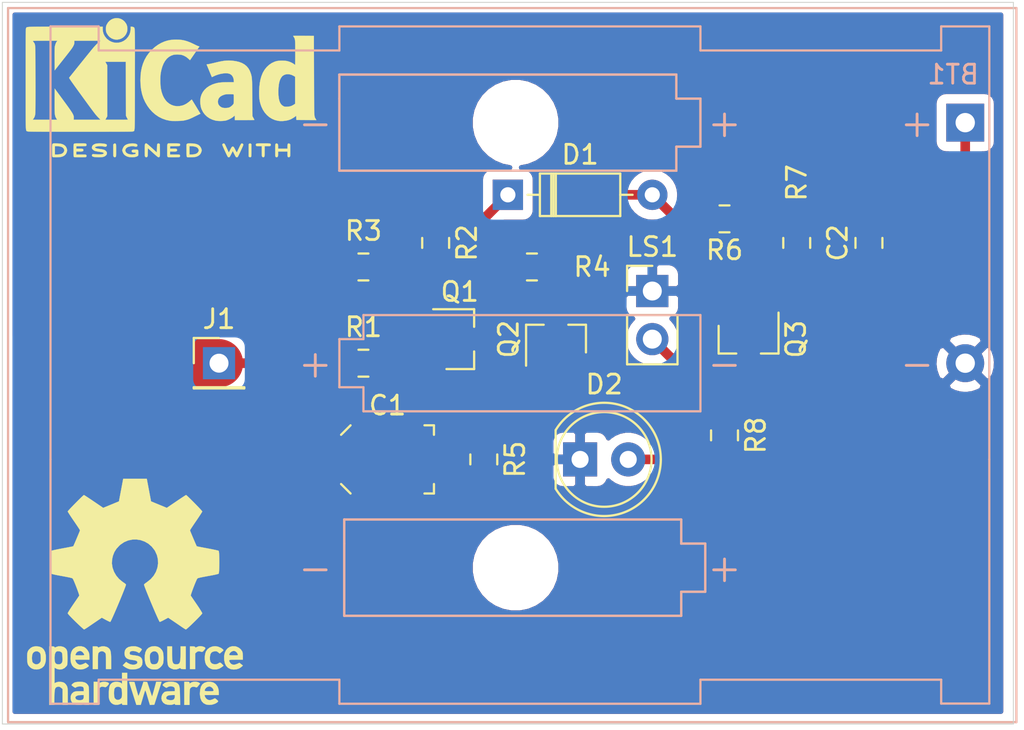
<source format=kicad_pcb>
(kicad_pcb (version 20171130) (host pcbnew "(5.1.2)-2")

  (general
    (thickness 1.6)
    (drawings 5)
    (tracks 50)
    (zones 0)
    (modules 20)
    (nets 12)
  )

  (page A4)
  (layers
    (0 F.Cu signal)
    (31 B.Cu signal)
    (32 B.Adhes user)
    (33 F.Adhes user)
    (34 B.Paste user)
    (35 F.Paste user)
    (36 B.SilkS user)
    (37 F.SilkS user)
    (38 B.Mask user)
    (39 F.Mask user)
    (40 Dwgs.User user)
    (41 Cmts.User user)
    (42 Eco1.User user)
    (43 Eco2.User user)
    (44 Edge.Cuts user)
    (45 Margin user)
    (46 B.CrtYd user)
    (47 F.CrtYd user)
    (48 B.Fab user)
    (49 F.Fab user hide)
  )

  (setup
    (last_trace_width 2.54)
    (user_trace_width 0.1524)
    (user_trace_width 0.254)
    (user_trace_width 0.381)
    (user_trace_width 0.508)
    (user_trace_width 0.635)
    (user_trace_width 0.762)
    (user_trace_width 1.016)
    (user_trace_width 1.27)
    (user_trace_width 2.54)
    (trace_clearance 0.2)
    (zone_clearance 0.508)
    (zone_45_only no)
    (trace_min 0.1524)
    (via_size 0.8)
    (via_drill 0.4)
    (via_min_size 0.4)
    (via_min_drill 0.3)
    (uvia_size 0.3)
    (uvia_drill 0.1)
    (uvias_allowed no)
    (uvia_min_size 0.2)
    (uvia_min_drill 0.1)
    (edge_width 0.05)
    (segment_width 0.2)
    (pcb_text_width 0.3)
    (pcb_text_size 1.5 1.5)
    (mod_edge_width 0.12)
    (mod_text_size 1 1)
    (mod_text_width 0.15)
    (pad_size 1.524 1.524)
    (pad_drill 0.762)
    (pad_to_mask_clearance 0.051)
    (solder_mask_min_width 0.25)
    (aux_axis_origin 0 0)
    (visible_elements FFFFFF7F)
    (pcbplotparams
      (layerselection 0x010fc_ffffffff)
      (usegerberextensions false)
      (usegerberattributes false)
      (usegerberadvancedattributes false)
      (creategerberjobfile false)
      (excludeedgelayer true)
      (linewidth 0.100000)
      (plotframeref false)
      (viasonmask false)
      (mode 1)
      (useauxorigin false)
      (hpglpennumber 1)
      (hpglpenspeed 20)
      (hpglpendiameter 15.000000)
      (psnegative false)
      (psa4output false)
      (plotreference true)
      (plotvalue true)
      (plotinvisibletext false)
      (padsonsilk false)
      (subtractmaskfromsilk false)
      (outputformat 1)
      (mirror false)
      (drillshape 1)
      (scaleselection 1)
      (outputdirectory ""))
  )

  (net 0 "")
  (net 1 VCC)
  (net 2 GND)
  (net 3 "Net-(C1-Pad1)")
  (net 4 "Net-(D1-Pad1)")
  (net 5 "Net-(D1-Pad2)")
  (net 6 "Net-(D2-Pad2)")
  (net 7 "Net-(J1-Pad1)")
  (net 8 "Net-(LS1-Pad2)")
  (net 9 "Net-(Q1-Pad3)")
  (net 10 "Net-(Q1-Pad1)")
  (net 11 "Net-(Q3-Pad1)")

  (net_class Default "This is the default net class."
    (clearance 0.2)
    (trace_width 0.25)
    (via_dia 0.8)
    (via_drill 0.4)
    (uvia_dia 0.3)
    (uvia_drill 0.1)
    (add_net GND)
    (add_net "Net-(C1-Pad1)")
    (add_net "Net-(D1-Pad1)")
    (add_net "Net-(D1-Pad2)")
    (add_net "Net-(D2-Pad2)")
    (add_net "Net-(J1-Pad1)")
    (add_net "Net-(LS1-Pad2)")
    (add_net "Net-(Q1-Pad1)")
    (add_net "Net-(Q1-Pad3)")
    (add_net "Net-(Q3-Pad1)")
    (add_net VCC)
  )

  (module Battery:BatteryHolder_Keystone_2479_3xAAA (layer B.Cu) (tedit 5CFB04F5) (tstamp 5CFB05BA)
    (at 193.04 77.47 180)
    (descr "3xAAA cell battery holder, Keystone P/N 2479, http://www.keyelco.com/product-pdf.cfm?p=1041")
    (tags "AAA battery cell holder")
    (path /5CFB5E9D)
    (fp_text reference BT1 (at 0.635 2.54) (layer B.SilkS)
      (effects (font (size 1 1) (thickness 0.15)) (justify mirror))
    )
    (fp_text value Battery_Cell (at 25.4 -8.89 180) (layer B.Fab)
      (effects (font (size 1 1) (thickness 0.15)) (justify mirror))
    )
    (fp_text user + (at 12.7 0 180) (layer B.SilkS)
      (effects (font (size 1.5 1.5) (thickness 0.15)) (justify mirror))
    )
    (fp_text user %R (at 0 0 180) (layer B.Fab)
      (effects (font (size 1 1) (thickness 0.15)) (justify mirror))
    )
    (fp_line (start 50.5 -31.65) (end 50.5 6.05) (layer B.SilkS) (width 0.12))
    (fp_line (start -2.7 -31.65) (end 50.5 -31.65) (layer B.SilkS) (width 0.12))
    (fp_line (start -2.7 6.05) (end -2.7 -31.65) (layer B.SilkS) (width 0.12))
    (fp_line (start 50.5 6.05) (end -2.7 6.05) (layer B.SilkS) (width 0.12))
    (fp_line (start -3.1 6.45) (end 50.9 6.45) (layer B.CrtYd) (width 0.05))
    (fp_line (start -3.1 -32.05) (end -3.1 6.45) (layer B.CrtYd) (width 0.05))
    (fp_line (start 50.9 -32.05) (end -3.1 -32.05) (layer B.CrtYd) (width 0.05))
    (fp_line (start 50.9 6.45) (end 50.9 -32.05) (layer B.CrtYd) (width 0.05))
    (fp_line (start 32.766 -20.955) (end 32.766 -22.225) (layer B.SilkS) (width 0.12))
    (fp_line (start 14.986 -20.955) (end 32.766 -20.955) (layer B.SilkS) (width 0.12))
    (fp_line (start 14.986 -22.225) (end 14.986 -20.955) (layer B.SilkS) (width 0.12))
    (fp_line (start 13.716 -22.225) (end 14.986 -22.225) (layer B.SilkS) (width 0.12))
    (fp_line (start 13.716 -24.765) (end 13.716 -22.225) (layer B.SilkS) (width 0.12))
    (fp_line (start 14.986 -24.765) (end 13.716 -24.765) (layer B.SilkS) (width 0.12))
    (fp_line (start 14.986 -26.035) (end 14.986 -24.765) (layer B.SilkS) (width 0.12))
    (fp_line (start 32.766 -26.035) (end 14.986 -26.035) (layer B.SilkS) (width 0.12))
    (fp_line (start 32.766 -22.225) (end 32.766 -26.035) (layer B.SilkS) (width 0.12))
    (fp_line (start 32.766 -22.225) (end 32.766 -26.035) (layer B.SilkS) (width 0.12))
    (fp_line (start 32.766 -26.035) (end 14.986 -26.035) (layer B.SilkS) (width 0.12))
    (fp_line (start 14.986 -26.035) (end 14.986 -24.765) (layer B.SilkS) (width 0.12))
    (fp_line (start 14.986 -24.765) (end 13.716 -24.765) (layer B.SilkS) (width 0.12))
    (fp_line (start 13.716 -24.765) (end 13.716 -22.225) (layer B.SilkS) (width 0.12))
    (fp_line (start 13.716 -22.225) (end 14.986 -22.225) (layer B.SilkS) (width 0.12))
    (fp_line (start 14.986 -22.225) (end 14.986 -20.955) (layer B.SilkS) (width 0.12))
    (fp_line (start 14.986 -20.955) (end 32.766 -20.955) (layer B.SilkS) (width 0.12))
    (fp_line (start 32.766 -20.955) (end 32.766 -22.225) (layer B.SilkS) (width 0.12))
    (fp_line (start 33.02 2.54) (end 33.02 1.27) (layer B.SilkS) (width 0.12))
    (fp_line (start 15.24 2.54) (end 33.02 2.54) (layer B.SilkS) (width 0.12))
    (fp_line (start 15.24 1.27) (end 15.24 2.54) (layer B.SilkS) (width 0.12))
    (fp_line (start 13.97 1.27) (end 15.24 1.27) (layer B.SilkS) (width 0.12))
    (fp_line (start 13.97 -1.27) (end 13.97 1.27) (layer B.SilkS) (width 0.12))
    (fp_line (start 15.24 -1.27) (end 13.97 -1.27) (layer B.SilkS) (width 0.12))
    (fp_line (start 15.24 -2.54) (end 15.24 -1.27) (layer B.SilkS) (width 0.12))
    (fp_line (start 33.02 -2.54) (end 15.24 -2.54) (layer B.SilkS) (width 0.12))
    (fp_line (start 33.02 1.27) (end 33.02 -2.54) (layer B.SilkS) (width 0.12))
    (fp_line (start -1.27 -17.78) (end -1.27 -30.6705) (layer B.SilkS) (width 0.12))
    (fp_line (start 48.26 -17.78) (end 48.26 -30.68) (layer B.SilkS) (width 0.12))
    (fp_line (start -2.6 -18.65) (end -2.6 -31.55) (layer B.Fab) (width 0.1))
    (fp_line (start 50.4 -18.65) (end 50.4 -31.55) (layer B.Fab) (width 0.1))
    (fp_line (start 13.97 -15.24) (end 13.97 -10.16) (layer B.SilkS) (width 0.12))
    (fp_line (start 13.97 -10.16) (end 31.75 -10.16) (layer B.SilkS) (width 0.12))
    (fp_line (start 31.75 -10.16) (end 31.75 -11.43) (layer B.SilkS) (width 0.12))
    (fp_line (start 31.75 -11.43) (end 33.02 -11.43) (layer B.SilkS) (width 0.12))
    (fp_line (start 33.02 -11.43) (end 33.02 -13.97) (layer B.SilkS) (width 0.12))
    (fp_line (start 33.02 -13.97) (end 31.75 -13.97) (layer B.SilkS) (width 0.12))
    (fp_line (start 31.75 -13.97) (end 31.75 -15.24) (layer B.SilkS) (width 0.12))
    (fp_line (start 31.75 -15.24) (end 13.97 -15.24) (layer B.SilkS) (width 0.12))
    (fp_line (start 33.02 1.27) (end 33.02 -2.54) (layer B.SilkS) (width 0.12))
    (fp_line (start 33.02 -2.54) (end 15.24 -2.54) (layer B.SilkS) (width 0.12))
    (fp_line (start 15.24 -2.54) (end 15.24 -1.27) (layer B.SilkS) (width 0.12))
    (fp_line (start 15.24 -1.27) (end 13.97 -1.27) (layer B.SilkS) (width 0.12))
    (fp_line (start 13.97 -1.27) (end 13.97 1.27) (layer B.SilkS) (width 0.12))
    (fp_line (start 13.97 1.27) (end 15.24 1.27) (layer B.SilkS) (width 0.12))
    (fp_line (start 15.24 1.27) (end 15.24 2.54) (layer B.SilkS) (width 0.12))
    (fp_line (start 15.24 2.54) (end 33.02 2.54) (layer B.SilkS) (width 0.12))
    (fp_line (start 33.02 2.54) (end 33.02 1.27) (layer B.SilkS) (width 0.12))
    (fp_line (start 13.97 -29.41) (end 13.97 -30.68) (layer B.SilkS) (width 0.12))
    (fp_line (start 13.97 -30.68) (end 33.02 -30.68) (layer B.SilkS) (width 0.12))
    (fp_line (start 33.02 -30.68) (end 33.02 -29.41) (layer B.SilkS) (width 0.12))
    (fp_line (start 45.72 3.81) (end 33.02 3.81) (layer B.SilkS) (width 0.12))
    (fp_line (start 33.02 3.81) (end 33.02 5.08) (layer B.SilkS) (width 0.12))
    (fp_line (start 33.02 5.08) (end 13.97 5.08) (layer B.SilkS) (width 0.12))
    (fp_line (start 13.97 5.08) (end 13.97 3.81) (layer B.SilkS) (width 0.12))
    (fp_line (start 45.72 -29.41) (end 33.02 -29.41) (layer B.SilkS) (width 0.12))
    (fp_line (start 1.27 3.81) (end 13.97 3.81) (layer B.SilkS) (width 0.12))
    (fp_line (start 1.27 3.81) (end 1.27 5.08) (layer B.SilkS) (width 0.12))
    (fp_line (start 1.27 5.08) (end -1.27 5.08) (layer B.SilkS) (width 0.12))
    (fp_line (start -1.27 5.08) (end -1.27 -17.78) (layer B.SilkS) (width 0.12))
    (fp_line (start -1.27 -30.6705) (end 1.27 -30.6705) (layer B.SilkS) (width 0.12))
    (fp_line (start 1.27 -30.6705) (end 1.27 -29.41) (layer B.SilkS) (width 0.12))
    (fp_line (start 1.27 -29.41) (end 13.97 -29.41) (layer B.SilkS) (width 0.12))
    (fp_line (start 48.26 5.08) (end 45.72 5.08) (layer B.SilkS) (width 0.12))
    (fp_line (start 45.72 5.08) (end 45.72 3.81) (layer B.SilkS) (width 0.12))
    (fp_line (start 48.26 5.08) (end 48.26 -17.78) (layer B.SilkS) (width 0.12))
    (fp_line (start 48.26 -30.68) (end 45.72 -30.68) (layer B.SilkS) (width 0.12))
    (fp_line (start 45.72 -30.68) (end 45.72 -29.41) (layer B.SilkS) (width 0.12))
    (fp_line (start -2.6 -18.65) (end -2.6 -6.35) (layer B.Fab) (width 0.1))
    (fp_line (start 50.4 -18.65) (end 50.4 5.95) (layer B.Fab) (width 0.1))
    (fp_line (start -2.6 -31.55) (end 50.4 -31.55) (layer B.Fab) (width 0.1))
    (fp_line (start -2.6 -6.35) (end -2.6 5.95) (layer B.Fab) (width 0.1))
    (fp_line (start -2.6 5.95) (end 50.4 5.95) (layer B.Fab) (width 0.1))
    (fp_text user + (at 34.29 -12.7 180) (layer B.SilkS)
      (effects (font (size 1.5 1.5) (thickness 0.15)) (justify mirror))
    )
    (fp_text user + (at 12.7 -23.495 180) (layer B.SilkS)
      (effects (font (size 1.5 1.5) (thickness 0.15)) (justify mirror))
    )
    (fp_text user - (at 12.7 -12.7 180) (layer B.SilkS)
      (effects (font (size 1.5 1.5) (thickness 0.15)) (justify mirror))
    )
    (fp_text user - (at 34.29 -23.495 180) (layer B.SilkS)
      (effects (font (size 1.5 1.5) (thickness 0.15)) (justify mirror))
    )
    (fp_text user - (at 34.29 0 180) (layer B.SilkS)
      (effects (font (size 1.5 1.5) (thickness 0.15)) (justify mirror))
    )
    (fp_text user - (at 2.54 -12.7 180) (layer B.SilkS)
      (effects (font (size 1.5 1.5) (thickness 0.15)) (justify mirror))
    )
    (fp_text user + (at 2.54 0 180) (layer B.SilkS)
      (effects (font (size 1.5 1.5) (thickness 0.15)) (justify mirror))
    )
    (pad 1 thru_hole rect (at 0 0 180) (size 2 2) (drill 1.02) (layers *.Cu *.Mask)
      (net 1 VCC))
    (pad 2 thru_hole circle (at 0 -12.7 180) (size 2 2) (drill 1.02) (layers *.Cu *.Mask)
      (net 2 GND))
    (pad "" np_thru_hole circle (at 23.7236 -23.495 180) (size 3.5 3.5) (drill 3.5) (layers *.Cu *.Mask))
    (pad "" np_thru_hole circle (at 23.7236 0 180) (size 3.5 3.5) (drill 3.5) (layers *.Cu *.Mask))
    (model ${KISYS3DMOD}/Battery.3dshapes/BatteryHolder_Keystone_2479_3xAAA.wrl
      (at (xyz 0 0 0))
      (scale (xyz 1 1 1))
      (rotate (xyz 0 0 0))
    )
  )

  (module Symbol:OSHW-Logo_11.4x12mm_SilkScreen (layer F.Cu) (tedit 0) (tstamp 5CFB7B1A)
    (at 149.225 102.235)
    (descr "Open Source Hardware Logo")
    (tags "Logo OSHW")
    (attr virtual)
    (fp_text reference REF** (at 0 0) (layer F.SilkS) hide
      (effects (font (size 1 1) (thickness 0.15)))
    )
    (fp_text value OSHW-Logo_11.4x12mm_SilkScreen (at 0.75 0) (layer F.Fab) hide
      (effects (font (size 1 1) (thickness 0.15)))
    )
    (fp_poly (pts (xy 0.746535 -5.366828) (xy 0.859117 -4.769637) (xy 1.274531 -4.59839) (xy 1.689944 -4.427143)
      (xy 2.188302 -4.766022) (xy 2.327868 -4.860378) (xy 2.454028 -4.944625) (xy 2.560895 -5.014917)
      (xy 2.642582 -5.067408) (xy 2.693201 -5.098251) (xy 2.706986 -5.104902) (xy 2.73182 -5.087797)
      (xy 2.784888 -5.040511) (xy 2.86024 -4.969083) (xy 2.951929 -4.879555) (xy 3.054007 -4.777966)
      (xy 3.160526 -4.670357) (xy 3.265536 -4.562768) (xy 3.363091 -4.46124) (xy 3.447242 -4.371814)
      (xy 3.51204 -4.300529) (xy 3.551538 -4.253427) (xy 3.56098 -4.237663) (xy 3.547391 -4.208602)
      (xy 3.509293 -4.144934) (xy 3.450694 -4.052888) (xy 3.375597 -3.938691) (xy 3.288009 -3.808571)
      (xy 3.237254 -3.734354) (xy 3.144745 -3.598833) (xy 3.06254 -3.476539) (xy 2.99463 -3.37356)
      (xy 2.945 -3.295982) (xy 2.91764 -3.249894) (xy 2.913529 -3.240208) (xy 2.922849 -3.212681)
      (xy 2.948254 -3.148527) (xy 2.985911 -3.056765) (xy 3.031986 -2.946416) (xy 3.082646 -2.8265)
      (xy 3.134059 -2.706036) (xy 3.182389 -2.594046) (xy 3.223806 -2.499548) (xy 3.254474 -2.431563)
      (xy 3.270562 -2.399112) (xy 3.271511 -2.397835) (xy 3.296772 -2.391638) (xy 3.364046 -2.377815)
      (xy 3.46636 -2.357723) (xy 3.596741 -2.332721) (xy 3.748216 -2.304169) (xy 3.836594 -2.287704)
      (xy 3.998452 -2.256886) (xy 4.144649 -2.227561) (xy 4.267787 -2.201334) (xy 4.360469 -2.179809)
      (xy 4.415301 -2.16459) (xy 4.426323 -2.159762) (xy 4.437119 -2.127081) (xy 4.445829 -2.05327)
      (xy 4.45246 -1.946963) (xy 4.457018 -1.816788) (xy 4.459509 -1.671379) (xy 4.459938 -1.519365)
      (xy 4.458311 -1.369378) (xy 4.454635 -1.230049) (xy 4.448915 -1.11001) (xy 4.441158 -1.01789)
      (xy 4.431368 -0.962323) (xy 4.425496 -0.950755) (xy 4.390399 -0.93689) (xy 4.316028 -0.917067)
      (xy 4.212223 -0.893616) (xy 4.088819 -0.868864) (xy 4.045741 -0.860857) (xy 3.838047 -0.822814)
      (xy 3.673984 -0.792176) (xy 3.54813 -0.767726) (xy 3.455065 -0.748246) (xy 3.389367 -0.732519)
      (xy 3.345617 -0.719327) (xy 3.318392 -0.707451) (xy 3.302272 -0.695675) (xy 3.300017 -0.693347)
      (xy 3.277503 -0.655855) (xy 3.243158 -0.58289) (xy 3.200411 -0.483388) (xy 3.152692 -0.366282)
      (xy 3.10343 -0.240507) (xy 3.056055 -0.114998) (xy 3.013995 0.00131) (xy 2.98068 0.099484)
      (xy 2.959541 0.170588) (xy 2.954005 0.205687) (xy 2.954466 0.206917) (xy 2.973223 0.235606)
      (xy 3.015776 0.29873) (xy 3.077653 0.389718) (xy 3.154382 0.502) (xy 3.241491 0.629005)
      (xy 3.266299 0.665098) (xy 3.354753 0.795948) (xy 3.432588 0.915336) (xy 3.495566 1.016407)
      (xy 3.539445 1.092304) (xy 3.559985 1.136172) (xy 3.56098 1.141562) (xy 3.543722 1.169889)
      (xy 3.496036 1.226006) (xy 3.42405 1.303882) (xy 3.333897 1.397485) (xy 3.231705 1.500786)
      (xy 3.123606 1.607751) (xy 3.015728 1.712351) (xy 2.914204 1.808554) (xy 2.825162 1.890329)
      (xy 2.754733 1.951645) (xy 2.709047 1.986471) (xy 2.696409 1.992157) (xy 2.666991 1.978765)
      (xy 2.606761 1.942644) (xy 2.52553 1.889881) (xy 2.46303 1.847412) (xy 2.349785 1.769485)
      (xy 2.215674 1.677729) (xy 2.081155 1.58612) (xy 2.008833 1.537091) (xy 1.764038 1.371515)
      (xy 1.558551 1.48262) (xy 1.464936 1.531293) (xy 1.38533 1.569126) (xy 1.331467 1.590703)
      (xy 1.317757 1.593706) (xy 1.30127 1.571538) (xy 1.268745 1.508894) (xy 1.222609 1.411554)
      (xy 1.16529 1.285294) (xy 1.099216 1.135895) (xy 1.026815 0.969133) (xy 0.950516 0.790787)
      (xy 0.872746 0.606636) (xy 0.795934 0.422457) (xy 0.722506 0.24403) (xy 0.654892 0.077132)
      (xy 0.59552 -0.072458) (xy 0.546816 -0.198962) (xy 0.51121 -0.296601) (xy 0.49113 -0.359598)
      (xy 0.4879 -0.381234) (xy 0.513496 -0.408831) (xy 0.569539 -0.45363) (xy 0.644311 -0.506321)
      (xy 0.650587 -0.51049) (xy 0.843845 -0.665186) (xy 0.999674 -0.845664) (xy 1.116724 -1.046153)
      (xy 1.193645 -1.260881) (xy 1.229086 -1.484078) (xy 1.221697 -1.709974) (xy 1.170127 -1.932796)
      (xy 1.073026 -2.146776) (xy 1.044458 -2.193591) (xy 0.895868 -2.382637) (xy 0.720327 -2.534443)
      (xy 0.52391 -2.648221) (xy 0.312693 -2.72318) (xy 0.092753 -2.758533) (xy -0.129837 -2.753488)
      (xy -0.348999 -2.707256) (xy -0.558658 -2.619049) (xy -0.752739 -2.488076) (xy -0.812774 -2.434918)
      (xy -0.965565 -2.268516) (xy -1.076903 -2.093343) (xy -1.153277 -1.896989) (xy -1.195813 -1.702538)
      (xy -1.206314 -1.483913) (xy -1.171299 -1.264203) (xy -1.094327 -1.050835) (xy -0.978953 -0.851233)
      (xy -0.828734 -0.672826) (xy -0.647227 -0.523038) (xy -0.623373 -0.507249) (xy -0.547799 -0.455543)
      (xy -0.490349 -0.410743) (xy -0.462883 -0.382138) (xy -0.462483 -0.381234) (xy -0.46838 -0.350291)
      (xy -0.491755 -0.280064) (xy -0.530179 -0.17633) (xy -0.581223 -0.044865) (xy -0.642458 0.108552)
      (xy -0.711456 0.278146) (xy -0.785786 0.458138) (xy -0.863022 0.642753) (xy -0.940732 0.826213)
      (xy -1.016489 1.002741) (xy -1.087863 1.166559) (xy -1.152426 1.311892) (xy -1.207748 1.432962)
      (xy -1.2514 1.523992) (xy -1.280954 1.579205) (xy -1.292856 1.593706) (xy -1.329223 1.582414)
      (xy -1.39727 1.55213) (xy -1.485263 1.508265) (xy -1.533649 1.48262) (xy -1.739137 1.371515)
      (xy -1.983932 1.537091) (xy -2.108894 1.621915) (xy -2.245705 1.715261) (xy -2.373911 1.803153)
      (xy -2.438129 1.847412) (xy -2.528449 1.908063) (xy -2.604929 1.956126) (xy -2.657593 1.985515)
      (xy -2.674698 1.991727) (xy -2.699595 1.974968) (xy -2.754695 1.928181) (xy -2.834657 1.856225)
      (xy -2.934139 1.763957) (xy -3.0478 1.656235) (xy -3.119685 1.587071) (xy -3.245449 1.463502)
      (xy -3.354137 1.352979) (xy -3.441355 1.26023) (xy -3.502711 1.189982) (xy -3.533809 1.146965)
      (xy -3.536792 1.138235) (xy -3.522947 1.105029) (xy -3.484688 1.037887) (xy -3.426258 0.943608)
      (xy -3.351903 0.82899) (xy -3.265865 0.700828) (xy -3.241397 0.665098) (xy -3.152245 0.535234)
      (xy -3.072262 0.418314) (xy -3.00592 0.320907) (xy -2.957689 0.249584) (xy -2.932043 0.210915)
      (xy -2.929565 0.206917) (xy -2.933271 0.1761) (xy -2.952939 0.108344) (xy -2.98514 0.012584)
      (xy -3.026445 -0.102246) (xy -3.073425 -0.227211) (xy -3.122651 -0.353376) (xy -3.170692 -0.471807)
      (xy -3.214119 -0.57357) (xy -3.249504 -0.649729) (xy -3.273416 -0.691351) (xy -3.275116 -0.693347)
      (xy -3.289738 -0.705242) (xy -3.314435 -0.717005) (xy -3.354628 -0.729854) (xy -3.415737 -0.745006)
      (xy -3.503183 -0.763679) (xy -3.622388 -0.78709) (xy -3.778773 -0.816458) (xy -3.977757 -0.853)
      (xy -4.02084 -0.860857) (xy -4.148529 -0.885528) (xy -4.259847 -0.909662) (xy -4.344955 -0.930931)
      (xy -4.394017 -0.947007) (xy -4.400595 -0.950755) (xy -4.411436 -0.983982) (xy -4.420247 -1.058234)
      (xy -4.427024 -1.164879) (xy -4.43176 -1.295288) (xy -4.43445 -1.440828) (xy -4.435087 -1.592869)
      (xy -4.433666 -1.742779) (xy -4.43018 -1.881927) (xy -4.424624 -2.001683) (xy -4.416992 -2.093414)
      (xy -4.407278 -2.148489) (xy -4.401422 -2.159762) (xy -4.36882 -2.171132) (xy -4.294582 -2.189631)
      (xy -4.186104 -2.213653) (xy -4.050783 -2.241593) (xy -3.896015 -2.271847) (xy -3.811692 -2.287704)
      (xy -3.651704 -2.317611) (xy -3.509033 -2.344705) (xy -3.390652 -2.367624) (xy -3.303535 -2.385012)
      (xy -3.254655 -2.395508) (xy -3.24661 -2.397835) (xy -3.233013 -2.424069) (xy -3.204271 -2.48726)
      (xy -3.164215 -2.578378) (xy -3.116676 -2.688398) (xy -3.065485 -2.80829) (xy -3.014474 -2.929028)
      (xy -2.967474 -3.041584) (xy -2.928316 -3.136929) (xy -2.900831 -3.206038) (xy -2.888851 -3.239881)
      (xy -2.888628 -3.24136) (xy -2.902209 -3.268058) (xy -2.940285 -3.329495) (xy -2.998853 -3.419566)
      (xy -3.073912 -3.532165) (xy -3.16146 -3.661185) (xy -3.212353 -3.735294) (xy -3.305091 -3.871178)
      (xy -3.387459 -3.994546) (xy -3.455439 -4.099158) (xy -3.505012 -4.178772) (xy -3.532158 -4.227148)
      (xy -3.536079 -4.237993) (xy -3.519225 -4.263235) (xy -3.472632 -4.317131) (xy -3.402251 -4.393642)
      (xy -3.314035 -4.486732) (xy -3.213935 -4.59036) (xy -3.107902 -4.698491) (xy -3.001889 -4.805085)
      (xy -2.901848 -4.904105) (xy -2.81373 -4.989513) (xy -2.743487 -5.05527) (xy -2.697072 -5.095339)
      (xy -2.681544 -5.104902) (xy -2.656261 -5.091455) (xy -2.595789 -5.05368) (xy -2.506008 -4.99542)
      (xy -2.392797 -4.920521) (xy -2.262036 -4.83283) (xy -2.1634 -4.766022) (xy -1.665043 -4.427143)
      (xy -1.249629 -4.59839) (xy -0.834216 -4.769637) (xy -0.721634 -5.366828) (xy -0.609051 -5.96402)
      (xy 0.633952 -5.96402) (xy 0.746535 -5.366828)) (layer F.SilkS) (width 0.01))
    (fp_poly (pts (xy 3.563637 2.887472) (xy 3.64929 2.913641) (xy 3.704437 2.946707) (xy 3.722401 2.972855)
      (xy 3.717457 3.003852) (xy 3.685372 3.052547) (xy 3.658243 3.087035) (xy 3.602317 3.149383)
      (xy 3.560299 3.175615) (xy 3.52448 3.173903) (xy 3.418224 3.146863) (xy 3.340189 3.148091)
      (xy 3.27682 3.178735) (xy 3.255546 3.19667) (xy 3.187451 3.259779) (xy 3.187451 4.083922)
      (xy 2.913529 4.083922) (xy 2.913529 2.888628) (xy 3.05049 2.888628) (xy 3.132719 2.891879)
      (xy 3.175144 2.903426) (xy 3.187445 2.925952) (xy 3.187451 2.92662) (xy 3.19326 2.950215)
      (xy 3.219531 2.947138) (xy 3.255931 2.930115) (xy 3.331111 2.898439) (xy 3.392158 2.879381)
      (xy 3.470708 2.874496) (xy 3.563637 2.887472)) (layer F.SilkS) (width 0.01))
    (fp_poly (pts (xy -1.49324 2.909199) (xy -1.431264 2.938802) (xy -1.371241 2.981561) (xy -1.325514 3.030775)
      (xy -1.292207 3.093544) (xy -1.269445 3.176971) (xy -1.255353 3.288159) (xy -1.248058 3.434209)
      (xy -1.245682 3.622223) (xy -1.245645 3.641912) (xy -1.245098 4.083922) (xy -1.51902 4.083922)
      (xy -1.51902 3.676435) (xy -1.519215 3.525471) (xy -1.520564 3.416056) (xy -1.524212 3.339933)
      (xy -1.531304 3.288848) (xy -1.542987 3.254545) (xy -1.560406 3.228768) (xy -1.584671 3.203298)
      (xy -1.669565 3.148571) (xy -1.762239 3.138416) (xy -1.850527 3.173017) (xy -1.88123 3.19877)
      (xy -1.903771 3.222982) (xy -1.919954 3.248912) (xy -1.930832 3.284708) (xy -1.937458 3.338519)
      (xy -1.940885 3.418493) (xy -1.942166 3.532779) (xy -1.942353 3.671907) (xy -1.942353 4.083922)
      (xy -2.216275 4.083922) (xy -2.216275 2.888628) (xy -2.079314 2.888628) (xy -1.997084 2.891879)
      (xy -1.95466 2.903426) (xy -1.942359 2.925952) (xy -1.942353 2.92662) (xy -1.936646 2.948681)
      (xy -1.911473 2.946177) (xy -1.861422 2.921937) (xy -1.747906 2.886271) (xy -1.618055 2.882305)
      (xy -1.49324 2.909199)) (layer F.SilkS) (width 0.01))
    (fp_poly (pts (xy 5.303287 2.884355) (xy 5.367051 2.899845) (xy 5.4893 2.956569) (xy 5.593834 3.043202)
      (xy 5.66618 3.147074) (xy 5.676119 3.170396) (xy 5.689754 3.231484) (xy 5.699298 3.321853)
      (xy 5.702549 3.41319) (xy 5.702549 3.585882) (xy 5.34147 3.585882) (xy 5.192546 3.586445)
      (xy 5.087632 3.589864) (xy 5.020937 3.598731) (xy 4.986666 3.615641) (xy 4.979028 3.643189)
      (xy 4.992229 3.683968) (xy 5.015877 3.731683) (xy 5.081843 3.811314) (xy 5.173512 3.850987)
      (xy 5.285555 3.849695) (xy 5.412472 3.806514) (xy 5.522158 3.753224) (xy 5.613173 3.825191)
      (xy 5.704188 3.897157) (xy 5.618563 3.976269) (xy 5.50425 4.051017) (xy 5.363666 4.096084)
      (xy 5.212449 4.108696) (xy 5.066236 4.086079) (xy 5.042647 4.078405) (xy 4.914141 4.011296)
      (xy 4.818551 3.911247) (xy 4.753861 3.775271) (xy 4.718057 3.60038) (xy 4.71764 3.596632)
      (xy 4.714434 3.406032) (xy 4.727393 3.338035) (xy 4.980392 3.338035) (xy 5.003627 3.348491)
      (xy 5.06671 3.3565) (xy 5.159706 3.361073) (xy 5.218638 3.361765) (xy 5.328537 3.361332)
      (xy 5.397252 3.358578) (xy 5.433405 3.351321) (xy 5.445615 3.337376) (xy 5.442504 3.314562)
      (xy 5.439894 3.305735) (xy 5.395344 3.2228) (xy 5.325279 3.15596) (xy 5.263446 3.126589)
      (xy 5.181301 3.128362) (xy 5.098062 3.16499) (xy 5.028238 3.225634) (xy 4.986337 3.299456)
      (xy 4.980392 3.338035) (xy 4.727393 3.338035) (xy 4.746385 3.238395) (xy 4.809773 3.097711)
      (xy 4.900878 2.987974) (xy 5.015978 2.913174) (xy 5.151355 2.877304) (xy 5.303287 2.884355)) (layer F.SilkS) (width 0.01))
    (fp_poly (pts (xy 4.390976 2.899056) (xy 4.535256 2.960348) (xy 4.580699 2.990185) (xy 4.638779 3.036036)
      (xy 4.675238 3.072089) (xy 4.681568 3.083832) (xy 4.663693 3.109889) (xy 4.61795 3.154105)
      (xy 4.581328 3.184965) (xy 4.481088 3.26552) (xy 4.401935 3.198918) (xy 4.340769 3.155921)
      (xy 4.281129 3.141079) (xy 4.212872 3.144704) (xy 4.104482 3.171652) (xy 4.029872 3.227587)
      (xy 3.98453 3.318014) (xy 3.963947 3.448435) (xy 3.963942 3.448517) (xy 3.965722 3.59429)
      (xy 3.993387 3.701245) (xy 4.048571 3.774064) (xy 4.086192 3.798723) (xy 4.186105 3.829431)
      (xy 4.292822 3.829449) (xy 4.385669 3.799655) (xy 4.407647 3.785098) (xy 4.462765 3.747914)
      (xy 4.505859 3.74182) (xy 4.552335 3.769496) (xy 4.603716 3.819205) (xy 4.685046 3.903116)
      (xy 4.594749 3.977546) (xy 4.455236 4.061549) (xy 4.297912 4.102947) (xy 4.133503 4.09995)
      (xy 4.025531 4.0725) (xy 3.899331 4.00462) (xy 3.798401 3.897831) (xy 3.752548 3.822451)
      (xy 3.71541 3.714297) (xy 3.696827 3.577318) (xy 3.696684 3.428864) (xy 3.714865 3.286281)
      (xy 3.751255 3.166918) (xy 3.756987 3.15468) (xy 3.841865 3.034655) (xy 3.956782 2.947267)
      (xy 4.092659 2.894329) (xy 4.240417 2.877654) (xy 4.390976 2.899056)) (layer F.SilkS) (width 0.01))
    (fp_poly (pts (xy 1.967254 3.276245) (xy 1.969608 3.458879) (xy 1.978207 3.5976) (xy 1.99536 3.698147)
      (xy 2.023374 3.766254) (xy 2.064557 3.807659) (xy 2.121217 3.828097) (xy 2.191372 3.833318)
      (xy 2.264848 3.827468) (xy 2.320657 3.806093) (xy 2.361109 3.763458) (xy 2.388509 3.693825)
      (xy 2.405167 3.59146) (xy 2.413389 3.450624) (xy 2.41549 3.276245) (xy 2.41549 2.888628)
      (xy 2.689411 2.888628) (xy 2.689411 4.083922) (xy 2.552451 4.083922) (xy 2.469884 4.080576)
      (xy 2.427368 4.068826) (xy 2.41549 4.04652) (xy 2.408336 4.026654) (xy 2.379865 4.030857)
      (xy 2.322476 4.058971) (xy 2.190945 4.102342) (xy 2.051438 4.09927) (xy 1.917765 4.052174)
      (xy 1.854108 4.014971) (xy 1.805553 3.974691) (xy 1.770081 3.924291) (xy 1.745674 3.856729)
      (xy 1.730313 3.764965) (xy 1.721982 3.641955) (xy 1.718662 3.480659) (xy 1.718235 3.355928)
      (xy 1.718235 2.888628) (xy 1.967254 2.888628) (xy 1.967254 3.276245)) (layer F.SilkS) (width 0.01))
    (fp_poly (pts (xy 1.209547 2.903364) (xy 1.335502 2.971959) (xy 1.434047 3.080245) (xy 1.480478 3.168315)
      (xy 1.500412 3.246101) (xy 1.513328 3.356993) (xy 1.518863 3.484738) (xy 1.516654 3.613084)
      (xy 1.506337 3.725779) (xy 1.494286 3.785969) (xy 1.453634 3.868311) (xy 1.38323 3.95577)
      (xy 1.298382 4.032251) (xy 1.214397 4.081655) (xy 1.212349 4.082439) (xy 1.108134 4.104027)
      (xy 0.984627 4.104562) (xy 0.867261 4.084908) (xy 0.821942 4.069155) (xy 0.70522 4.002966)
      (xy 0.621624 3.916246) (xy 0.566701 3.801438) (xy 0.535995 3.650982) (xy 0.529047 3.572173)
      (xy 0.529933 3.473145) (xy 0.796862 3.473145) (xy 0.805854 3.617645) (xy 0.831736 3.72776)
      (xy 0.872868 3.798116) (xy 0.902172 3.818235) (xy 0.977251 3.832265) (xy 1.066494 3.828111)
      (xy 1.14365 3.807922) (xy 1.163883 3.796815) (xy 1.217265 3.732123) (xy 1.2525 3.633119)
      (xy 1.267498 3.512632) (xy 1.260172 3.383494) (xy 1.243799 3.305775) (xy 1.19679 3.215771)
      (xy 1.122582 3.159509) (xy 1.033209 3.140057) (xy 0.940707 3.160481) (xy 0.869653 3.210437)
      (xy 0.832312 3.251655) (xy 0.810518 3.292281) (xy 0.80013 3.347264) (xy 0.797006 3.431549)
      (xy 0.796862 3.473145) (xy 0.529933 3.473145) (xy 0.53093 3.361874) (xy 0.56518 3.189423)
      (xy 0.631802 3.054814) (xy 0.730799 2.95804) (xy 0.862175 2.899094) (xy 0.890385 2.892259)
      (xy 1.059926 2.876213) (xy 1.209547 2.903364)) (layer F.SilkS) (width 0.01))
    (fp_poly (pts (xy 0.027759 2.884345) (xy 0.122059 2.902229) (xy 0.21989 2.939633) (xy 0.230343 2.944402)
      (xy 0.304531 2.983412) (xy 0.35591 3.019664) (xy 0.372517 3.042887) (xy 0.356702 3.080761)
      (xy 0.318288 3.136644) (xy 0.301237 3.157505) (xy 0.230969 3.239618) (xy 0.140379 3.186168)
      (xy 0.054164 3.150561) (xy -0.045451 3.131529) (xy -0.140981 3.130326) (xy -0.214939 3.14821)
      (xy -0.232688 3.159373) (xy -0.266488 3.210553) (xy -0.270596 3.269509) (xy -0.245304 3.315567)
      (xy -0.230344 3.324499) (xy -0.185514 3.335592) (xy -0.106714 3.34863) (xy -0.009574 3.361088)
      (xy 0.008346 3.363042) (xy 0.164365 3.39003) (xy 0.277523 3.435873) (xy 0.352569 3.504803)
      (xy 0.394253 3.601054) (xy 0.407238 3.718617) (xy 0.389299 3.852254) (xy 0.33105 3.957195)
      (xy 0.232255 4.03363) (xy 0.092682 4.081748) (xy -0.062255 4.100732) (xy -0.188602 4.100504)
      (xy -0.291087 4.083262) (xy -0.361079 4.059457) (xy -0.449517 4.017978) (xy -0.531246 3.969842)
      (xy -0.560295 3.948655) (xy -0.635 3.887676) (xy -0.544902 3.796508) (xy -0.454804 3.705339)
      (xy -0.352368 3.773128) (xy -0.249626 3.824042) (xy -0.139913 3.850673) (xy -0.034449 3.853483)
      (xy 0.055546 3.832935) (xy 0.118854 3.789493) (xy 0.139296 3.752838) (xy 0.136229 3.694053)
      (xy 0.085434 3.649099) (xy -0.012952 3.618057) (xy -0.120744 3.60371) (xy -0.286635 3.576337)
      (xy -0.409876 3.524693) (xy -0.492114 3.447266) (xy -0.534999 3.342544) (xy -0.54094 3.218387)
      (xy -0.511594 3.088702) (xy -0.444691 2.990677) (xy -0.339629 2.923866) (xy -0.19581 2.88782)
      (xy -0.089262 2.880754) (xy 0.027759 2.884345)) (layer F.SilkS) (width 0.01))
    (fp_poly (pts (xy -2.686796 2.916354) (xy -2.661981 2.928037) (xy -2.576094 2.990951) (xy -2.494879 3.082769)
      (xy -2.434236 3.183868) (xy -2.416988 3.230349) (xy -2.401251 3.313376) (xy -2.391867 3.413713)
      (xy -2.390728 3.455147) (xy -2.390589 3.585882) (xy -3.143047 3.585882) (xy -3.127007 3.654363)
      (xy -3.087637 3.735355) (xy -3.018806 3.805351) (xy -2.936919 3.850441) (xy -2.884737 3.859804)
      (xy -2.813971 3.848441) (xy -2.72954 3.819943) (xy -2.700858 3.806831) (xy -2.594791 3.753858)
      (xy -2.504272 3.822901) (xy -2.452039 3.869597) (xy -2.424247 3.90814) (xy -2.42284 3.919452)
      (xy -2.447668 3.946868) (xy -2.502083 3.988532) (xy -2.551472 4.021037) (xy -2.684748 4.079468)
      (xy -2.834161 4.105915) (xy -2.982249 4.099039) (xy -3.100295 4.063096) (xy -3.221982 3.986101)
      (xy -3.30846 3.884728) (xy -3.362559 3.75357) (xy -3.387109 3.587224) (xy -3.389286 3.511108)
      (xy -3.380573 3.336685) (xy -3.379503 3.331611) (xy -3.130173 3.331611) (xy -3.123306 3.347968)
      (xy -3.095083 3.356988) (xy -3.036873 3.360854) (xy -2.940042 3.361749) (xy -2.902757 3.361765)
      (xy -2.789317 3.360413) (xy -2.717378 3.355505) (xy -2.678687 3.34576) (xy -2.664995 3.329899)
      (xy -2.66451 3.324805) (xy -2.680137 3.284326) (xy -2.719247 3.227621) (xy -2.736061 3.207766)
      (xy -2.798481 3.151611) (xy -2.863547 3.129532) (xy -2.898603 3.127686) (xy -2.993442 3.150766)
      (xy -3.072973 3.212759) (xy -3.123423 3.302802) (xy -3.124317 3.305735) (xy -3.130173 3.331611)
      (xy -3.379503 3.331611) (xy -3.351601 3.199343) (xy -3.29941 3.089461) (xy -3.235579 3.011461)
      (xy -3.117567 2.926882) (xy -2.978842 2.881686) (xy -2.83129 2.8776) (xy -2.686796 2.916354)) (layer F.SilkS) (width 0.01))
    (fp_poly (pts (xy -5.026753 2.901568) (xy -4.896478 2.959163) (xy -4.797581 3.055334) (xy -4.729918 3.190229)
      (xy -4.693345 3.363996) (xy -4.690724 3.391126) (xy -4.68867 3.582408) (xy -4.715301 3.750073)
      (xy -4.768999 3.885967) (xy -4.797753 3.929681) (xy -4.897909 4.022198) (xy -5.025463 4.082119)
      (xy -5.168163 4.106985) (xy -5.31376 4.094339) (xy -5.424438 4.055391) (xy -5.519616 3.989755)
      (xy -5.597406 3.903699) (xy -5.598751 3.901685) (xy -5.630343 3.84857) (xy -5.650873 3.79516)
      (xy -5.663305 3.727754) (xy -5.670603 3.632653) (xy -5.673818 3.554666) (xy -5.675156 3.483944)
      (xy -5.426186 3.483944) (xy -5.423753 3.554348) (xy -5.41492 3.648068) (xy -5.399336 3.708214)
      (xy -5.371234 3.751006) (xy -5.344914 3.776002) (xy -5.251608 3.828338) (xy -5.15398 3.835333)
      (xy -5.063058 3.797676) (xy -5.017598 3.755479) (xy -4.984838 3.712956) (xy -4.965677 3.672267)
      (xy -4.957267 3.619314) (xy -4.956763 3.539997) (xy -4.959355 3.46695) (xy -4.964929 3.362601)
      (xy -4.973766 3.29492) (xy -4.989693 3.250774) (xy -5.016538 3.217031) (xy -5.037811 3.197746)
      (xy -5.126794 3.147086) (xy -5.222789 3.14456) (xy -5.303281 3.174567) (xy -5.371947 3.237231)
      (xy -5.412856 3.340168) (xy -5.426186 3.483944) (xy -5.675156 3.483944) (xy -5.676754 3.399582)
      (xy -5.67174 3.2836) (xy -5.656717 3.196367) (xy -5.629624 3.12753) (xy -5.5884 3.066737)
      (xy -5.573115 3.048686) (xy -5.477546 2.958746) (xy -5.375039 2.906211) (xy -5.249679 2.884201)
      (xy -5.18855 2.882402) (xy -5.026753 2.901568)) (layer F.SilkS) (width 0.01))
    (fp_poly (pts (xy 4.025307 4.762784) (xy 4.144337 4.793731) (xy 4.244021 4.8576) (xy 4.292288 4.905313)
      (xy 4.371408 5.018106) (xy 4.416752 5.14895) (xy 4.43233 5.309792) (xy 4.43241 5.322794)
      (xy 4.432549 5.45353) (xy 3.680091 5.45353) (xy 3.69613 5.52201) (xy 3.725091 5.584031)
      (xy 3.775778 5.648654) (xy 3.786379 5.658971) (xy 3.877494 5.714805) (xy 3.9814 5.724275)
      (xy 4.101 5.68754) (xy 4.121274 5.677647) (xy 4.183456 5.647574) (xy 4.225106 5.63044)
      (xy 4.232373 5.628855) (xy 4.25774 5.644242) (xy 4.30612 5.681887) (xy 4.330679 5.702459)
      (xy 4.38157 5.749714) (xy 4.398281 5.780917) (xy 4.386683 5.80962) (xy 4.380483 5.817468)
      (xy 4.338493 5.851819) (xy 4.269206 5.893565) (xy 4.220882 5.917935) (xy 4.083711 5.960873)
      (xy 3.931847 5.974786) (xy 3.788024 5.9583) (xy 3.747745 5.946496) (xy 3.623078 5.879689)
      (xy 3.530671 5.776892) (xy 3.46999 5.637105) (xy 3.440498 5.45933) (xy 3.43726 5.366373)
      (xy 3.446714 5.231033) (xy 3.68549 5.231033) (xy 3.708584 5.241038) (xy 3.770662 5.248888)
      (xy 3.860914 5.253521) (xy 3.922058 5.254314) (xy 4.03204 5.253549) (xy 4.101457 5.24997)
      (xy 4.139538 5.241649) (xy 4.155515 5.226657) (xy 4.158627 5.204903) (xy 4.137278 5.137892)
      (xy 4.083529 5.071664) (xy 4.012822 5.020832) (xy 3.942089 5.000038) (xy 3.846016 5.018484)
      (xy 3.762849 5.071811) (xy 3.705186 5.148677) (xy 3.68549 5.231033) (xy 3.446714 5.231033)
      (xy 3.451028 5.169291) (xy 3.49352 5.012271) (xy 3.565635 4.894069) (xy 3.668273 4.81344)
      (xy 3.802332 4.769139) (xy 3.874957 4.760607) (xy 4.025307 4.762784)) (layer F.SilkS) (width 0.01))
    (fp_poly (pts (xy 3.238446 4.755883) (xy 3.334177 4.774755) (xy 3.388677 4.802699) (xy 3.446008 4.849123)
      (xy 3.364441 4.952111) (xy 3.31415 5.014479) (xy 3.280001 5.044907) (xy 3.246063 5.049555)
      (xy 3.196406 5.034586) (xy 3.173096 5.026117) (xy 3.078063 5.013622) (xy 2.991032 5.040406)
      (xy 2.927138 5.100915) (xy 2.916759 5.120208) (xy 2.905456 5.171314) (xy 2.896732 5.2655)
      (xy 2.890997 5.396089) (xy 2.88866 5.556405) (xy 2.888627 5.579211) (xy 2.888627 5.976471)
      (xy 2.614705 5.976471) (xy 2.614705 4.756275) (xy 2.751666 4.756275) (xy 2.830638 4.758337)
      (xy 2.871779 4.767513) (xy 2.886992 4.78829) (xy 2.888627 4.807886) (xy 2.888627 4.859497)
      (xy 2.95424 4.807886) (xy 3.029475 4.772675) (xy 3.130544 4.755265) (xy 3.238446 4.755883)) (layer F.SilkS) (width 0.01))
    (fp_poly (pts (xy 2.056459 4.763669) (xy 2.16142 4.789163) (xy 2.191761 4.802669) (xy 2.250573 4.838046)
      (xy 2.295709 4.87789) (xy 2.329106 4.92912) (xy 2.352701 4.998654) (xy 2.368433 5.093409)
      (xy 2.378239 5.220305) (xy 2.384057 5.386258) (xy 2.386266 5.497108) (xy 2.394396 5.976471)
      (xy 2.255531 5.976471) (xy 2.171287 5.972938) (xy 2.127884 5.960866) (xy 2.116666 5.940594)
      (xy 2.110744 5.918674) (xy 2.084266 5.922865) (xy 2.048186 5.940441) (xy 1.957862 5.967382)
      (xy 1.841777 5.974642) (xy 1.71968 5.962767) (xy 1.611321 5.932305) (xy 1.601602 5.928077)
      (xy 1.502568 5.858505) (xy 1.437281 5.761789) (xy 1.40724 5.648738) (xy 1.409535 5.608122)
      (xy 1.654633 5.608122) (xy 1.676229 5.662782) (xy 1.740259 5.701952) (xy 1.843565 5.722974)
      (xy 1.898774 5.725766) (xy 1.990782 5.71862) (xy 2.051941 5.690848) (xy 2.066862 5.677647)
      (xy 2.107287 5.605829) (xy 2.116666 5.540686) (xy 2.116666 5.45353) (xy 1.995269 5.45353)
      (xy 1.854153 5.460722) (xy 1.755173 5.483345) (xy 1.692633 5.522964) (xy 1.678631 5.540628)
      (xy 1.654633 5.608122) (xy 1.409535 5.608122) (xy 1.413941 5.530157) (xy 1.45888 5.416855)
      (xy 1.520196 5.340285) (xy 1.557332 5.307181) (xy 1.593687 5.285425) (xy 1.64099 5.272161)
      (xy 1.710973 5.264528) (xy 1.815364 5.25967) (xy 1.85677 5.258273) (xy 2.116666 5.24978)
      (xy 2.116285 5.171116) (xy 2.106219 5.088428) (xy 2.069829 5.038431) (xy 1.996311 5.006489)
      (xy 1.994339 5.00592) (xy 1.890105 4.993361) (xy 1.788108 5.009766) (xy 1.712305 5.049657)
      (xy 1.68189 5.069354) (xy 1.649132 5.066629) (xy 1.598721 5.038091) (xy 1.569119 5.01795)
      (xy 1.511218 4.974919) (xy 1.475352 4.942662) (xy 1.469597 4.933427) (xy 1.493295 4.885636)
      (xy 1.563313 4.828562) (xy 1.593725 4.809305) (xy 1.681155 4.77614) (xy 1.798983 4.75735)
      (xy 1.929866 4.753129) (xy 2.056459 4.763669)) (layer F.SilkS) (width 0.01))
    (fp_poly (pts (xy 0.557528 4.761332) (xy 0.656014 4.768726) (xy 0.784776 5.154706) (xy 0.913537 5.540686)
      (xy 0.953911 5.403726) (xy 0.978207 5.319083) (xy 1.010167 5.204697) (xy 1.044679 5.078963)
      (xy 1.062928 5.01152) (xy 1.131571 4.756275) (xy 1.414773 4.756275) (xy 1.330122 5.023971)
      (xy 1.288435 5.155638) (xy 1.238074 5.314458) (xy 1.185481 5.480128) (xy 1.13853 5.627843)
      (xy 1.031589 5.96402) (xy 0.800661 5.979044) (xy 0.73805 5.772316) (xy 0.699438 5.643896)
      (xy 0.6573 5.502322) (xy 0.620472 5.377285) (xy 0.619018 5.372309) (xy 0.591511 5.287586)
      (xy 0.567242 5.229778) (xy 0.550243 5.207918) (xy 0.54675 5.210446) (xy 0.53449 5.244336)
      (xy 0.511195 5.31693) (xy 0.4797 5.419101) (xy 0.442842 5.54172) (xy 0.422899 5.609167)
      (xy 0.314895 5.976471) (xy 0.085679 5.976471) (xy -0.097561 5.3975) (xy -0.149037 5.235091)
      (xy -0.19593 5.087602) (xy -0.236023 4.96196) (xy -0.267103 4.865095) (xy -0.286955 4.803934)
      (xy -0.292989 4.786065) (xy -0.288212 4.767768) (xy -0.250703 4.759755) (xy -0.172645 4.760557)
      (xy -0.160426 4.761163) (xy -0.015674 4.768726) (xy 0.07913 5.117353) (xy 0.113977 5.244497)
      (xy 0.145117 5.356265) (xy 0.169809 5.442953) (xy 0.185312 5.494856) (xy 0.188176 5.503318)
      (xy 0.200046 5.493587) (xy 0.223983 5.443172) (xy 0.257239 5.358935) (xy 0.297064 5.247741)
      (xy 0.33073 5.147297) (xy 0.459041 4.753939) (xy 0.557528 4.761332)) (layer F.SilkS) (width 0.01))
    (fp_poly (pts (xy -0.398432 5.976471) (xy -0.535393 5.976471) (xy -0.614889 5.97414) (xy -0.656292 5.964488)
      (xy -0.671199 5.943525) (xy -0.672353 5.929351) (xy -0.674867 5.900927) (xy -0.69072 5.895475)
      (xy -0.732379 5.912998) (xy -0.764776 5.929351) (xy -0.889151 5.968103) (xy -1.024354 5.970346)
      (xy -1.134274 5.941444) (xy -1.236634 5.871619) (xy -1.31466 5.768555) (xy -1.357386 5.646989)
      (xy -1.358474 5.640192) (xy -1.364822 5.566032) (xy -1.367979 5.45957) (xy -1.367725 5.379052)
      (xy -1.095711 5.379052) (xy -1.08941 5.48607) (xy -1.075075 5.574278) (xy -1.055669 5.62409)
      (xy -0.982254 5.692162) (xy -0.895086 5.716564) (xy -0.805196 5.696831) (xy -0.728383 5.637968)
      (xy -0.699292 5.598379) (xy -0.682283 5.551138) (xy -0.674316 5.482181) (xy -0.672353 5.378607)
      (xy -0.675866 5.276039) (xy -0.685143 5.185921) (xy -0.698294 5.125613) (xy -0.700486 5.120208)
      (xy -0.753522 5.05594) (xy -0.830933 5.020656) (xy -0.917546 5.014959) (xy -0.998193 5.039453)
      (xy -1.057703 5.094742) (xy -1.063876 5.105743) (xy -1.083199 5.172827) (xy -1.093726 5.269284)
      (xy -1.095711 5.379052) (xy -1.367725 5.379052) (xy -1.367596 5.338225) (xy -1.365806 5.272918)
      (xy -1.353627 5.111355) (xy -1.328315 4.990053) (xy -1.286207 4.900379) (xy -1.223641 4.833699)
      (xy -1.1629 4.794557) (xy -1.078036 4.76704) (xy -0.972485 4.757603) (xy -0.864402 4.76529)
      (xy -0.771942 4.789146) (xy -0.72309 4.817685) (xy -0.672353 4.863601) (xy -0.672353 4.283137)
      (xy -0.398432 4.283137) (xy -0.398432 5.976471)) (layer F.SilkS) (width 0.01))
    (fp_poly (pts (xy -1.967236 4.758921) (xy -1.92997 4.770091) (xy -1.917957 4.794633) (xy -1.917451 4.805712)
      (xy -1.915296 4.836572) (xy -1.900449 4.841417) (xy -1.860343 4.82026) (xy -1.83652 4.805806)
      (xy -1.761362 4.77485) (xy -1.671594 4.759544) (xy -1.577471 4.758367) (xy -1.489246 4.769799)
      (xy -1.417174 4.79232) (xy -1.371508 4.824409) (xy -1.362502 4.864545) (xy -1.367047 4.875415)
      (xy -1.400179 4.920534) (xy -1.451555 4.976026) (xy -1.460848 4.984996) (xy -1.509818 5.026245)
      (xy -1.552069 5.039572) (xy -1.611159 5.030271) (xy -1.634831 5.02409) (xy -1.708496 5.009246)
      (xy -1.76029 5.015921) (xy -1.804031 5.039465) (xy -1.844098 5.071061) (xy -1.873608 5.110798)
      (xy -1.894116 5.166252) (xy -1.907176 5.245003) (xy -1.914344 5.354629) (xy -1.917176 5.502706)
      (xy -1.917451 5.592111) (xy -1.917451 5.976471) (xy -2.166471 5.976471) (xy -2.166471 4.756275)
      (xy -2.041961 4.756275) (xy -1.967236 4.758921)) (layer F.SilkS) (width 0.01))
    (fp_poly (pts (xy -2.74128 4.765922) (xy -2.62413 4.79718) (xy -2.534949 4.853837) (xy -2.472016 4.928045)
      (xy -2.452452 4.959716) (xy -2.438008 4.992891) (xy -2.427911 5.035329) (xy -2.421385 5.094788)
      (xy -2.417658 5.179029) (xy -2.415954 5.29581) (xy -2.4155 5.45289) (xy -2.415491 5.494565)
      (xy -2.415491 5.976471) (xy -2.53502 5.976471) (xy -2.611261 5.971131) (xy -2.667634 5.957604)
      (xy -2.681758 5.949262) (xy -2.72037 5.934864) (xy -2.759808 5.949262) (xy -2.824738 5.967237)
      (xy -2.919055 5.974472) (xy -3.023593 5.971333) (xy -3.119189 5.958186) (xy -3.175 5.941318)
      (xy -3.283002 5.871986) (xy -3.350497 5.775772) (xy -3.380841 5.647844) (xy -3.381123 5.644559)
      (xy -3.37846 5.587808) (xy -3.137647 5.587808) (xy -3.116595 5.652358) (xy -3.082303 5.688686)
      (xy -3.013468 5.716162) (xy -2.92261 5.727129) (xy -2.829958 5.721731) (xy -2.755744 5.70011)
      (xy -2.734951 5.686239) (xy -2.698619 5.622143) (xy -2.689412 5.549278) (xy -2.689412 5.45353)
      (xy -2.827173 5.45353) (xy -2.958047 5.463605) (xy -3.057259 5.492148) (xy -3.118977 5.536639)
      (xy -3.137647 5.587808) (xy -3.37846 5.587808) (xy -3.374564 5.50479) (xy -3.328466 5.394282)
      (xy -3.2418 5.310712) (xy -3.229821 5.30311) (xy -3.178345 5.278357) (xy -3.114632 5.263368)
      (xy -3.025565 5.256082) (xy -2.919755 5.254407) (xy -2.689412 5.254314) (xy -2.689412 5.157755)
      (xy -2.699183 5.082836) (xy -2.724116 5.032644) (xy -2.727035 5.029972) (xy -2.782519 5.008015)
      (xy -2.866273 4.999505) (xy -2.958833 5.003687) (xy -3.04073 5.019809) (xy -3.089327 5.04399)
      (xy -3.115659 5.063359) (xy -3.143465 5.067057) (xy -3.181839 5.051188) (xy -3.239875 5.011855)
      (xy -3.326669 4.945164) (xy -3.334635 4.938916) (xy -3.330553 4.9158) (xy -3.296499 4.877352)
      (xy -3.24474 4.834627) (xy -3.187545 4.798679) (xy -3.169575 4.790191) (xy -3.104028 4.773252)
      (xy -3.00798 4.76117) (xy -2.900671 4.756323) (xy -2.895653 4.756313) (xy -2.74128 4.765922)) (layer F.SilkS) (width 0.01))
    (fp_poly (pts (xy -3.780091 2.90956) (xy -3.727588 2.935499) (xy -3.662842 2.9807) (xy -3.615653 3.029991)
      (xy -3.583335 3.091885) (xy -3.563203 3.174896) (xy -3.55257 3.287538) (xy -3.548753 3.438324)
      (xy -3.54853 3.503149) (xy -3.549182 3.645221) (xy -3.551888 3.746757) (xy -3.557776 3.817015)
      (xy -3.567973 3.865256) (xy -3.583606 3.900738) (xy -3.599872 3.924943) (xy -3.703705 4.027929)
      (xy -3.825979 4.089874) (xy -3.957886 4.108506) (xy -4.090616 4.081549) (xy -4.132667 4.062486)
      (xy -4.233334 4.010015) (xy -4.233334 4.832259) (xy -4.159865 4.794267) (xy -4.063059 4.764872)
      (xy -3.944072 4.757342) (xy -3.825255 4.771245) (xy -3.735527 4.802476) (xy -3.661101 4.861954)
      (xy -3.59751 4.947066) (xy -3.592729 4.955805) (xy -3.572563 4.996966) (xy -3.557835 5.038454)
      (xy -3.547697 5.088713) (xy -3.541301 5.156184) (xy -3.537799 5.249309) (xy -3.536342 5.376531)
      (xy -3.536079 5.519701) (xy -3.536079 5.976471) (xy -3.81 5.976471) (xy -3.81 5.134231)
      (xy -3.886617 5.069763) (xy -3.966207 5.018194) (xy -4.041578 5.008818) (xy -4.117367 5.032947)
      (xy -4.157759 5.056574) (xy -4.187821 5.090227) (xy -4.209203 5.141087) (xy -4.22355 5.216334)
      (xy -4.23251 5.323146) (xy -4.23773 5.468704) (xy -4.239569 5.565588) (xy -4.245785 5.96402)
      (xy -4.37652 5.971547) (xy -4.507255 5.979073) (xy -4.507255 3.506582) (xy -4.233334 3.506582)
      (xy -4.22635 3.644423) (xy -4.202818 3.740107) (xy -4.158865 3.799641) (xy -4.090618 3.829029)
      (xy -4.021667 3.834902) (xy -3.943614 3.828154) (xy -3.891811 3.801594) (xy -3.859417 3.766499)
      (xy -3.833916 3.728752) (xy -3.818735 3.6867) (xy -3.811981 3.627779) (xy -3.811759 3.539428)
      (xy -3.814032 3.465448) (xy -3.819251 3.354) (xy -3.827021 3.280833) (xy -3.840105 3.234422)
      (xy -3.861268 3.203244) (xy -3.88124 3.185223) (xy -3.964686 3.145925) (xy -4.063449 3.139579)
      (xy -4.120159 3.153116) (xy -4.176308 3.201233) (xy -4.213501 3.294833) (xy -4.231528 3.433254)
      (xy -4.233334 3.506582) (xy -4.507255 3.506582) (xy -4.507255 2.888628) (xy -4.370295 2.888628)
      (xy -4.288065 2.891879) (xy -4.24564 2.903426) (xy -4.233339 2.925952) (xy -4.233334 2.92662)
      (xy -4.227626 2.948681) (xy -4.202453 2.946176) (xy -4.152402 2.921935) (xy -4.035781 2.884851)
      (xy -3.904571 2.880953) (xy -3.780091 2.90956)) (layer F.SilkS) (width 0.01))
  )

  (module Symbol:KiCad-Logo2_6mm_SilkScreen (layer F.Cu) (tedit 0) (tstamp 5CFB781C)
    (at 151.13 74.93)
    (descr "KiCad Logo")
    (tags "Logo KiCad")
    (attr virtual)
    (fp_text reference REF** (at 0 -5.08) (layer F.SilkS) hide
      (effects (font (size 1 1) (thickness 0.15)))
    )
    (fp_text value KiCad-Logo2_6mm_SilkScreen (at 0 6.35) (layer F.Fab) hide
      (effects (font (size 1 1) (thickness 0.15)))
    )
    (fp_poly (pts (xy -6.109663 3.635258) (xy -6.070181 3.635659) (xy -5.954492 3.638451) (xy -5.857603 3.646742)
      (xy -5.776211 3.661424) (xy -5.707015 3.683385) (xy -5.646712 3.713514) (xy -5.592 3.752702)
      (xy -5.572459 3.769724) (xy -5.540042 3.809555) (xy -5.510812 3.863605) (xy -5.488283 3.923515)
      (xy -5.475971 3.980931) (xy -5.474692 4.002148) (xy -5.482709 4.060961) (xy -5.504191 4.125205)
      (xy -5.535291 4.186013) (xy -5.572158 4.234522) (xy -5.578146 4.240374) (xy -5.628871 4.281513)
      (xy -5.684417 4.313627) (xy -5.747988 4.337557) (xy -5.822786 4.354145) (xy -5.912014 4.364233)
      (xy -6.018874 4.368661) (xy -6.06782 4.369037) (xy -6.130054 4.368737) (xy -6.17382 4.367484)
      (xy -6.203223 4.364746) (xy -6.222371 4.359993) (xy -6.235369 4.352693) (xy -6.242337 4.346459)
      (xy -6.248918 4.338886) (xy -6.25408 4.329116) (xy -6.257995 4.314532) (xy -6.260835 4.292518)
      (xy -6.262772 4.260456) (xy -6.263976 4.215728) (xy -6.26462 4.155718) (xy -6.264875 4.077809)
      (xy -6.264914 4.002148) (xy -6.265162 3.901233) (xy -6.265109 3.820619) (xy -6.264149 3.782014)
      (xy -6.118159 3.782014) (xy -6.118159 4.222281) (xy -6.025026 4.222196) (xy -5.968985 4.220588)
      (xy -5.910291 4.216448) (xy -5.86132 4.210656) (xy -5.85983 4.210418) (xy -5.780684 4.191282)
      (xy -5.719294 4.161479) (xy -5.672597 4.11907) (xy -5.642927 4.073153) (xy -5.624645 4.022218)
      (xy -5.626063 3.974392) (xy -5.64728 3.923125) (xy -5.688781 3.870091) (xy -5.74629 3.830792)
      (xy -5.821042 3.804523) (xy -5.871 3.795227) (xy -5.927708 3.788699) (xy -5.987811 3.783974)
      (xy -6.038931 3.782009) (xy -6.041959 3.782) (xy -6.118159 3.782014) (xy -6.264149 3.782014)
      (xy -6.263552 3.758043) (xy -6.25929 3.711247) (xy -6.251122 3.67797) (xy -6.237848 3.655951)
      (xy -6.218266 3.642931) (xy -6.191175 3.636649) (xy -6.155374 3.634845) (xy -6.109663 3.635258)) (layer F.SilkS) (width 0.01))
    (fp_poly (pts (xy -4.701086 3.635338) (xy -4.631678 3.63571) (xy -4.579289 3.636577) (xy -4.541139 3.638138)
      (xy -4.514451 3.640595) (xy -4.496445 3.644149) (xy -4.484341 3.649002) (xy -4.475361 3.655353)
      (xy -4.47211 3.658276) (xy -4.452335 3.689334) (xy -4.448774 3.72502) (xy -4.461783 3.756702)
      (xy -4.467798 3.763105) (xy -4.477527 3.769313) (xy -4.493193 3.774102) (xy -4.5177 3.777706)
      (xy -4.553953 3.780356) (xy -4.604857 3.782287) (xy -4.673318 3.783731) (xy -4.735909 3.78461)
      (xy -4.983626 3.787659) (xy -4.987011 3.85257) (xy -4.990397 3.917481) (xy -4.82225 3.917481)
      (xy -4.749251 3.918111) (xy -4.695809 3.920745) (xy -4.65892 3.926501) (xy -4.63558 3.936496)
      (xy -4.622786 3.951848) (xy -4.617534 3.973674) (xy -4.616737 3.99393) (xy -4.619215 4.018784)
      (xy -4.628569 4.037098) (xy -4.647675 4.049829) (xy -4.67941 4.057933) (xy -4.726651 4.062368)
      (xy -4.792275 4.064091) (xy -4.828093 4.064237) (xy -4.98927 4.064237) (xy -4.98927 4.222281)
      (xy -4.740914 4.222281) (xy -4.659505 4.222394) (xy -4.597634 4.222904) (xy -4.55226 4.224062)
      (xy -4.520346 4.226122) (xy -4.498851 4.229338) (xy -4.484735 4.233964) (xy -4.47496 4.240251)
      (xy -4.469981 4.244859) (xy -4.452902 4.271752) (xy -4.447403 4.295659) (xy -4.455255 4.324859)
      (xy -4.469981 4.346459) (xy -4.477838 4.353258) (xy -4.48798 4.358538) (xy -4.503136 4.36249)
      (xy -4.526033 4.365305) (xy -4.559401 4.367174) (xy -4.605967 4.36829) (xy -4.668459 4.368843)
      (xy -4.749606 4.369025) (xy -4.791714 4.369037) (xy -4.88189 4.368957) (xy -4.952216 4.36859)
      (xy -5.005421 4.367744) (xy -5.044232 4.366228) (xy -5.071379 4.363851) (xy -5.08959 4.360421)
      (xy -5.101592 4.355746) (xy -5.110114 4.349636) (xy -5.113448 4.346459) (xy -5.120047 4.338862)
      (xy -5.125219 4.329062) (xy -5.129138 4.314431) (xy -5.131976 4.292344) (xy -5.133907 4.260174)
      (xy -5.135104 4.215295) (xy -5.13574 4.155081) (xy -5.135989 4.076905) (xy -5.136026 4.004115)
      (xy -5.135992 3.910899) (xy -5.135757 3.837623) (xy -5.135122 3.78165) (xy -5.133886 3.740343)
      (xy -5.131848 3.711064) (xy -5.128809 3.691176) (xy -5.124569 3.678042) (xy -5.118927 3.669024)
      (xy -5.111683 3.661485) (xy -5.109898 3.659804) (xy -5.101237 3.652364) (xy -5.091174 3.646601)
      (xy -5.076917 3.642304) (xy -5.055675 3.639256) (xy -5.024656 3.637243) (xy -4.981069 3.636052)
      (xy -4.922123 3.635467) (xy -4.845026 3.635275) (xy -4.790293 3.635259) (xy -4.701086 3.635338)) (layer F.SilkS) (width 0.01))
    (fp_poly (pts (xy -3.679995 3.636543) (xy -3.60518 3.641773) (xy -3.535598 3.649942) (xy -3.475294 3.660742)
      (xy -3.428312 3.673865) (xy -3.398698 3.689005) (xy -3.394152 3.693461) (xy -3.378346 3.728042)
      (xy -3.383139 3.763543) (xy -3.407656 3.793917) (xy -3.408826 3.794788) (xy -3.423246 3.804146)
      (xy -3.4383 3.809068) (xy -3.459297 3.809665) (xy -3.491549 3.806053) (xy -3.540365 3.798346)
      (xy -3.544292 3.797697) (xy -3.617031 3.788761) (xy -3.695509 3.784353) (xy -3.774219 3.784311)
      (xy -3.847653 3.788471) (xy -3.910303 3.796671) (xy -3.956662 3.808749) (xy -3.959708 3.809963)
      (xy -3.99334 3.828807) (xy -4.005156 3.847877) (xy -3.995906 3.866631) (xy -3.966339 3.884529)
      (xy -3.917203 3.901029) (xy -3.849249 3.915588) (xy -3.803937 3.922598) (xy -3.709748 3.936081)
      (xy -3.634836 3.948406) (xy -3.576009 3.960641) (xy -3.530077 3.973853) (xy -3.493847 3.989109)
      (xy -3.46413 4.007477) (xy -3.437734 4.030023) (xy -3.416522 4.052163) (xy -3.391357 4.083011)
      (xy -3.378973 4.109537) (xy -3.3751 4.142218) (xy -3.374959 4.154187) (xy -3.377868 4.193904)
      (xy -3.389494 4.223451) (xy -3.409615 4.249678) (xy -3.450508 4.289768) (xy -3.496109 4.320341)
      (xy -3.549805 4.342395) (xy -3.614984 4.356927) (xy -3.695036 4.364933) (xy -3.793349 4.36741)
      (xy -3.809581 4.367369) (xy -3.875141 4.36601) (xy -3.940158 4.362922) (xy -3.997544 4.358548)
      (xy -4.040214 4.353332) (xy -4.043664 4.352733) (xy -4.086088 4.342683) (xy -4.122072 4.329988)
      (xy -4.142442 4.318382) (xy -4.161399 4.287764) (xy -4.162719 4.25211) (xy -4.146377 4.220336)
      (xy -4.142721 4.216743) (xy -4.127607 4.206068) (xy -4.108707 4.201468) (xy -4.079454 4.202251)
      (xy -4.043943 4.206319) (xy -4.004262 4.209954) (xy -3.948637 4.21302) (xy -3.883698 4.215245)
      (xy -3.816077 4.216356) (xy -3.798292 4.216429) (xy -3.73042 4.216156) (xy -3.680746 4.214838)
      (xy -3.644902 4.212019) (xy -3.618516 4.207242) (xy -3.597218 4.200049) (xy -3.584418 4.194059)
      (xy -3.556292 4.177425) (xy -3.53836 4.16236) (xy -3.535739 4.158089) (xy -3.541268 4.140455)
      (xy -3.567552 4.123384) (xy -3.61277 4.10765) (xy -3.6751 4.09403) (xy -3.693463 4.090996)
      (xy -3.789382 4.07593) (xy -3.865933 4.063338) (xy -3.926072 4.052303) (xy -3.972752 4.041912)
      (xy -4.008929 4.031248) (xy -4.037557 4.019397) (xy -4.06159 4.005443) (xy -4.083984 3.988473)
      (xy -4.107694 3.96757) (xy -4.115672 3.960241) (xy -4.143645 3.932891) (xy -4.158452 3.911221)
      (xy -4.164244 3.886424) (xy -4.165181 3.855175) (xy -4.154867 3.793897) (xy -4.124044 3.741832)
      (xy -4.072887 3.69915) (xy -4.001575 3.666017) (xy -3.950692 3.651156) (xy -3.895392 3.641558)
      (xy -3.829145 3.636128) (xy -3.755998 3.634559) (xy -3.679995 3.636543)) (layer F.SilkS) (width 0.01))
    (fp_poly (pts (xy -2.912114 3.657837) (xy -2.905534 3.66541) (xy -2.900371 3.675179) (xy -2.896456 3.689763)
      (xy -2.893616 3.711777) (xy -2.891679 3.74384) (xy -2.890475 3.788567) (xy -2.889831 3.848577)
      (xy -2.889576 3.926486) (xy -2.889537 4.002148) (xy -2.889606 4.095994) (xy -2.88993 4.169881)
      (xy -2.890678 4.226424) (xy -2.892024 4.268241) (xy -2.894138 4.297949) (xy -2.897192 4.318165)
      (xy -2.901358 4.331506) (xy -2.906808 4.34059) (xy -2.912114 4.346459) (xy -2.945118 4.366139)
      (xy -2.980283 4.364373) (xy -3.011747 4.342909) (xy -3.018976 4.334529) (xy -3.024626 4.324806)
      (xy -3.028891 4.311053) (xy -3.031965 4.290581) (xy -3.034044 4.260704) (xy -3.035322 4.218733)
      (xy -3.035993 4.161981) (xy -3.036251 4.087759) (xy -3.036292 4.003729) (xy -3.036292 3.690677)
      (xy -3.008583 3.662968) (xy -2.974429 3.639655) (xy -2.941298 3.638815) (xy -2.912114 3.657837)) (layer F.SilkS) (width 0.01))
    (fp_poly (pts (xy -1.938373 3.640791) (xy -1.869857 3.652287) (xy -1.817235 3.670159) (xy -1.783 3.693691)
      (xy -1.773671 3.707116) (xy -1.764185 3.73834) (xy -1.770569 3.766587) (xy -1.790722 3.793374)
      (xy -1.822037 3.805905) (xy -1.867475 3.804888) (xy -1.902618 3.798098) (xy -1.980711 3.785163)
      (xy -2.060518 3.783934) (xy -2.149847 3.794433) (xy -2.174521 3.798882) (xy -2.257583 3.8223)
      (xy -2.322565 3.857137) (xy -2.368753 3.902796) (xy -2.395437 3.958686) (xy -2.400955 3.98758)
      (xy -2.397343 4.046204) (xy -2.374021 4.098071) (xy -2.333116 4.14217) (xy -2.276751 4.177491)
      (xy -2.207052 4.203021) (xy -2.126144 4.217751) (xy -2.036152 4.22067) (xy -1.939202 4.210767)
      (xy -1.933728 4.209833) (xy -1.895167 4.202651) (xy -1.873786 4.195713) (xy -1.864519 4.185419)
      (xy -1.862298 4.168168) (xy -1.862248 4.159033) (xy -1.862248 4.120681) (xy -1.930723 4.120681)
      (xy -1.991192 4.116539) (xy -2.032457 4.103339) (xy -2.056467 4.079922) (xy -2.065169 4.045128)
      (xy -2.065275 4.040586) (xy -2.060184 4.010846) (xy -2.042725 3.989611) (xy -2.010231 3.975558)
      (xy -1.960035 3.967365) (xy -1.911415 3.964353) (xy -1.840748 3.962625) (xy -1.78949 3.965262)
      (xy -1.754531 3.974992) (xy -1.732762 3.994545) (xy -1.721072 4.026648) (xy -1.716352 4.07403)
      (xy -1.715492 4.136263) (xy -1.716901 4.205727) (xy -1.72114 4.252978) (xy -1.728228 4.278204)
      (xy -1.729603 4.28018) (xy -1.76852 4.3117) (xy -1.825578 4.336662) (xy -1.897161 4.354532)
      (xy -1.97965 4.364778) (xy -2.069431 4.366865) (xy -2.162884 4.36026) (xy -2.217848 4.352148)
      (xy -2.304058 4.327746) (xy -2.384184 4.287854) (xy -2.451269 4.236079) (xy -2.461465 4.225731)
      (xy -2.494594 4.182227) (xy -2.524486 4.12831) (xy -2.547649 4.071784) (xy -2.56059 4.020451)
      (xy -2.56215 4.000736) (xy -2.55551 3.959611) (xy -2.53786 3.908444) (xy -2.512589 3.854586)
      (xy -2.483081 3.805387) (xy -2.457011 3.772526) (xy -2.396057 3.723644) (xy -2.317261 3.684737)
      (xy -2.223449 3.656686) (xy -2.117442 3.640371) (xy -2.020292 3.636384) (xy -1.938373 3.640791)) (layer F.SilkS) (width 0.01))
    (fp_poly (pts (xy -1.288406 3.63964) (xy -1.26484 3.653465) (xy -1.234027 3.676073) (xy -1.19437 3.70853)
      (xy -1.144272 3.7519) (xy -1.082135 3.80725) (xy -1.006364 3.875643) (xy -0.919626 3.954276)
      (xy -0.739003 4.11807) (xy -0.733359 3.898221) (xy -0.731321 3.822543) (xy -0.729355 3.766186)
      (xy -0.727026 3.725898) (xy -0.723898 3.698427) (xy -0.719537 3.680521) (xy -0.713508 3.668929)
      (xy -0.705376 3.6604) (xy -0.701064 3.656815) (xy -0.666533 3.637862) (xy -0.633675 3.640633)
      (xy -0.60761 3.656825) (xy -0.580959 3.678391) (xy -0.577644 3.993343) (xy -0.576727 4.085971)
      (xy -0.57626 4.158736) (xy -0.576405 4.214353) (xy -0.577324 4.255534) (xy -0.579179 4.284995)
      (xy -0.582131 4.305447) (xy -0.586342 4.319605) (xy -0.591974 4.330183) (xy -0.598219 4.338666)
      (xy -0.611731 4.354399) (xy -0.625175 4.364828) (xy -0.640416 4.368831) (xy -0.659318 4.365286)
      (xy -0.683747 4.353071) (xy -0.715565 4.331063) (xy -0.75664 4.298141) (xy -0.808834 4.253183)
      (xy -0.874014 4.195067) (xy -0.947848 4.128291) (xy -1.213137 3.88765) (xy -1.218781 4.106781)
      (xy -1.220823 4.18232) (xy -1.222794 4.238546) (xy -1.225131 4.278716) (xy -1.228273 4.306088)
      (xy -1.232656 4.32392) (xy -1.238716 4.335471) (xy -1.246892 4.343999) (xy -1.251076 4.347474)
      (xy -1.288057 4.366564) (xy -1.323 4.363685) (xy -1.353428 4.339292) (xy -1.360389 4.329478)
      (xy -1.365815 4.318018) (xy -1.369895 4.30216) (xy -1.372821 4.279155) (xy -1.374784 4.246254)
      (xy -1.375975 4.200708) (xy -1.376584 4.139765) (xy -1.376803 4.060678) (xy -1.376826 4.002148)
      (xy -1.376752 3.910599) (xy -1.376405 3.838879) (xy -1.375593 3.784237) (xy -1.374125 3.743924)
      (xy -1.371811 3.71519) (xy -1.368459 3.695285) (xy -1.36388 3.68146) (xy -1.357881 3.670964)
      (xy -1.353428 3.665003) (xy -1.342142 3.650883) (xy -1.331593 3.640221) (xy -1.320185 3.634084)
      (xy -1.306322 3.633535) (xy -1.288406 3.63964)) (layer F.SilkS) (width 0.01))
    (fp_poly (pts (xy 0.242051 3.635452) (xy 0.318409 3.636366) (xy 0.376925 3.638503) (xy 0.419963 3.642367)
      (xy 0.449891 3.648459) (xy 0.469076 3.657282) (xy 0.479884 3.669338) (xy 0.484681 3.685131)
      (xy 0.485835 3.705162) (xy 0.485841 3.707527) (xy 0.484839 3.730184) (xy 0.480104 3.747695)
      (xy 0.469041 3.760766) (xy 0.449056 3.770105) (xy 0.417554 3.776419) (xy 0.37194 3.780414)
      (xy 0.309621 3.782798) (xy 0.228001 3.784278) (xy 0.202985 3.784606) (xy -0.039092 3.787659)
      (xy -0.042478 3.85257) (xy -0.045863 3.917481) (xy 0.122284 3.917481) (xy 0.187974 3.917723)
      (xy 0.23488 3.918748) (xy 0.266791 3.921003) (xy 0.287499 3.924934) (xy 0.300792 3.93099)
      (xy 0.310463 3.939616) (xy 0.310525 3.939685) (xy 0.328064 3.973304) (xy 0.32743 4.00964)
      (xy 0.309022 4.040615) (xy 0.305379 4.043799) (xy 0.292449 4.052004) (xy 0.274732 4.057713)
      (xy 0.248278 4.061354) (xy 0.20914 4.063359) (xy 0.15337 4.064156) (xy 0.117702 4.064237)
      (xy -0.044737 4.064237) (xy -0.044737 4.222281) (xy 0.201869 4.222281) (xy 0.283288 4.222423)
      (xy 0.345118 4.223006) (xy 0.390345 4.22426) (xy 0.421956 4.226419) (xy 0.442939 4.229715)
      (xy 0.456281 4.234381) (xy 0.464969 4.240649) (xy 0.467158 4.242925) (xy 0.483322 4.274472)
      (xy 0.484505 4.31036) (xy 0.471244 4.341477) (xy 0.460751 4.351463) (xy 0.449837 4.356961)
      (xy 0.432925 4.361214) (xy 0.407341 4.364372) (xy 0.370409 4.366584) (xy 0.319454 4.367998)
      (xy 0.251802 4.368764) (xy 0.164777 4.36903) (xy 0.145102 4.369037) (xy 0.056619 4.368979)
      (xy -0.012065 4.368659) (xy -0.063728 4.367859) (xy -0.101147 4.366359) (xy -0.127102 4.363941)
      (xy -0.14437 4.360386) (xy -0.15573 4.355474) (xy -0.16396 4.348987) (xy -0.168475 4.34433)
      (xy -0.175271 4.336081) (xy -0.18058 4.325861) (xy -0.184586 4.310992) (xy -0.187471 4.288794)
      (xy -0.189418 4.256585) (xy -0.190611 4.211688) (xy -0.191231 4.15142) (xy -0.191463 4.073103)
      (xy -0.191492 4.007186) (xy -0.191421 3.91482) (xy -0.191084 3.842309) (xy -0.190294 3.786929)
      (xy -0.188866 3.745957) (xy -0.186613 3.71667) (xy -0.183349 3.696345) (xy -0.178888 3.682258)
      (xy -0.173044 3.671687) (xy -0.168095 3.665003) (xy -0.144698 3.635259) (xy 0.145482 3.635259)
      (xy 0.242051 3.635452)) (layer F.SilkS) (width 0.01))
    (fp_poly (pts (xy 1.030017 3.635467) (xy 1.158996 3.639828) (xy 1.268699 3.653053) (xy 1.360934 3.675933)
      (xy 1.43751 3.709262) (xy 1.500235 3.75383) (xy 1.55092 3.810428) (xy 1.591371 3.87985)
      (xy 1.592167 3.881543) (xy 1.616309 3.943675) (xy 1.624911 3.998701) (xy 1.617939 4.054079)
      (xy 1.595362 4.117265) (xy 1.59108 4.126881) (xy 1.56188 4.183158) (xy 1.529064 4.226643)
      (xy 1.48671 4.263609) (xy 1.428898 4.300327) (xy 1.425539 4.302244) (xy 1.375212 4.326419)
      (xy 1.318329 4.344474) (xy 1.251235 4.357031) (xy 1.170273 4.364714) (xy 1.07179 4.368145)
      (xy 1.036994 4.368443) (xy 0.871302 4.369037) (xy 0.847905 4.339292) (xy 0.840965 4.329511)
      (xy 0.83555 4.318089) (xy 0.831473 4.302287) (xy 0.828545 4.279367) (xy 0.826575 4.246588)
      (xy 0.825933 4.222281) (xy 0.982552 4.222281) (xy 1.076434 4.222281) (xy 1.131372 4.220675)
      (xy 1.187768 4.216447) (xy 1.234053 4.210484) (xy 1.236847 4.209982) (xy 1.319056 4.187928)
      (xy 1.382822 4.154792) (xy 1.43016 4.109039) (xy 1.46309 4.049131) (xy 1.468816 4.033253)
      (xy 1.474429 4.008525) (xy 1.471999 3.984094) (xy 1.460175 3.951592) (xy 1.453048 3.935626)
      (xy 1.429708 3.893198) (xy 1.401588 3.863432) (xy 1.370648 3.842703) (xy 1.308674 3.815729)
      (xy 1.229359 3.79619) (xy 1.136961 3.784938) (xy 1.070041 3.782462) (xy 0.982552 3.782014)
      (xy 0.982552 4.222281) (xy 0.825933 4.222281) (xy 0.825376 4.201213) (xy 0.824758 4.140503)
      (xy 0.824533 4.061718) (xy 0.824508 4.000112) (xy 0.824508 3.690677) (xy 0.852217 3.662968)
      (xy 0.864514 3.651736) (xy 0.877811 3.644045) (xy 0.89638 3.639232) (xy 0.924494 3.636638)
      (xy 0.966425 3.635602) (xy 1.026445 3.635462) (xy 1.030017 3.635467)) (layer F.SilkS) (width 0.01))
    (fp_poly (pts (xy 3.756373 3.637226) (xy 3.775963 3.644227) (xy 3.776718 3.644569) (xy 3.803321 3.66487)
      (xy 3.817978 3.685753) (xy 3.820846 3.695544) (xy 3.820704 3.708553) (xy 3.816669 3.727087)
      (xy 3.807854 3.753449) (xy 3.793377 3.789944) (xy 3.772353 3.838879) (xy 3.743896 3.902557)
      (xy 3.707123 3.983285) (xy 3.686883 4.027408) (xy 3.650333 4.106177) (xy 3.616023 4.178615)
      (xy 3.58526 4.242072) (xy 3.559356 4.2939) (xy 3.539618 4.331451) (xy 3.527358 4.352076)
      (xy 3.524932 4.354925) (xy 3.493891 4.367494) (xy 3.458829 4.365811) (xy 3.430708 4.350524)
      (xy 3.429562 4.349281) (xy 3.418376 4.332346) (xy 3.399612 4.299362) (xy 3.375583 4.254572)
      (xy 3.348605 4.202224) (xy 3.338909 4.182934) (xy 3.265722 4.036342) (xy 3.185948 4.195585)
      (xy 3.157475 4.250607) (xy 3.131058 4.298324) (xy 3.108856 4.335085) (xy 3.093027 4.357236)
      (xy 3.087662 4.361933) (xy 3.045965 4.368294) (xy 3.011557 4.354925) (xy 3.001436 4.340638)
      (xy 2.983922 4.308884) (xy 2.960443 4.262789) (xy 2.932428 4.205477) (xy 2.901307 4.140072)
      (xy 2.868507 4.069699) (xy 2.835458 3.997483) (xy 2.803589 3.926547) (xy 2.774327 3.860017)
      (xy 2.749103 3.801018) (xy 2.729344 3.752673) (xy 2.71648 3.718107) (xy 2.711939 3.700445)
      (xy 2.711985 3.699805) (xy 2.723034 3.67758) (xy 2.745118 3.654945) (xy 2.746418 3.65396)
      (xy 2.773561 3.638617) (xy 2.798666 3.638766) (xy 2.808076 3.641658) (xy 2.819542 3.64791)
      (xy 2.831718 3.660206) (xy 2.846065 3.6811) (xy 2.864044 3.713141) (xy 2.887115 3.75888)
      (xy 2.916738 3.820869) (xy 2.943453 3.87809) (xy 2.974188 3.944418) (xy 3.001729 4.004066)
      (xy 3.024646 4.053917) (xy 3.041506 4.090856) (xy 3.050881 4.111765) (xy 3.052248 4.115037)
      (xy 3.058397 4.109689) (xy 3.07253 4.087301) (xy 3.092765 4.051138) (xy 3.117223 4.004469)
      (xy 3.126956 3.985214) (xy 3.159925 3.920196) (xy 3.185351 3.872846) (xy 3.20532 3.840411)
      (xy 3.221918 3.820138) (xy 3.237232 3.809274) (xy 3.253348 3.805067) (xy 3.263851 3.804592)
      (xy 3.282378 3.806234) (xy 3.298612 3.813023) (xy 3.314743 3.827758) (xy 3.332959 3.853236)
      (xy 3.355447 3.892253) (xy 3.384397 3.947606) (xy 3.40037 3.979095) (xy 3.426278 4.029279)
      (xy 3.448875 4.070896) (xy 3.466166 4.100434) (xy 3.476158 4.114381) (xy 3.477517 4.114962)
      (xy 3.483969 4.103985) (xy 3.498416 4.075482) (xy 3.519411 4.032436) (xy 3.545505 3.97783)
      (xy 3.575254 3.914646) (xy 3.589888 3.883263) (xy 3.627958 3.80227) (xy 3.658613 3.739948)
      (xy 3.683445 3.694263) (xy 3.704045 3.663181) (xy 3.722006 3.64467) (xy 3.738918 3.636696)
      (xy 3.756373 3.637226)) (layer F.SilkS) (width 0.01))
    (fp_poly (pts (xy 4.200322 3.642069) (xy 4.224035 3.656839) (xy 4.250686 3.678419) (xy 4.250686 3.999965)
      (xy 4.250601 4.094022) (xy 4.250237 4.168124) (xy 4.249432 4.224896) (xy 4.248021 4.26696)
      (xy 4.245841 4.29694) (xy 4.242729 4.317459) (xy 4.238522 4.331141) (xy 4.233056 4.340608)
      (xy 4.22918 4.345274) (xy 4.197742 4.365767) (xy 4.161941 4.364931) (xy 4.130581 4.347456)
      (xy 4.10393 4.325876) (xy 4.10393 3.678419) (xy 4.130581 3.656839) (xy 4.156302 3.641141)
      (xy 4.177308 3.635259) (xy 4.200322 3.642069)) (layer F.SilkS) (width 0.01))
    (fp_poly (pts (xy 4.974773 3.635355) (xy 5.05348 3.635734) (xy 5.114571 3.636525) (xy 5.160525 3.637862)
      (xy 5.193822 3.639875) (xy 5.216944 3.642698) (xy 5.23237 3.646461) (xy 5.242579 3.651297)
      (xy 5.247521 3.655014) (xy 5.273165 3.68755) (xy 5.276267 3.72133) (xy 5.260419 3.752018)
      (xy 5.250056 3.764281) (xy 5.238904 3.772642) (xy 5.222743 3.777849) (xy 5.19735 3.780649)
      (xy 5.158506 3.781788) (xy 5.101988 3.782013) (xy 5.090888 3.782014) (xy 4.944952 3.782014)
      (xy 4.944952 4.052948) (xy 4.944856 4.138346) (xy 4.944419 4.204056) (xy 4.94342 4.252966)
      (xy 4.941636 4.287965) (xy 4.938845 4.311941) (xy 4.934825 4.327785) (xy 4.929353 4.338383)
      (xy 4.922374 4.346459) (xy 4.889442 4.366304) (xy 4.855062 4.36474) (xy 4.823884 4.342098)
      (xy 4.821594 4.339292) (xy 4.814137 4.328684) (xy 4.808455 4.316273) (xy 4.804309 4.299042)
      (xy 4.801458 4.273976) (xy 4.799662 4.238059) (xy 4.79868 4.188275) (xy 4.798272 4.121609)
      (xy 4.798197 4.045781) (xy 4.798197 3.782014) (xy 4.658835 3.782014) (xy 4.59903 3.78161)
      (xy 4.557626 3.780032) (xy 4.530456 3.776739) (xy 4.513354 3.771184) (xy 4.502151 3.762823)
      (xy 4.500791 3.76137) (xy 4.484433 3.728131) (xy 4.48588 3.690554) (xy 4.504686 3.657837)
      (xy 4.511958 3.65149) (xy 4.521335 3.646458) (xy 4.535317 3.642588) (xy 4.556404 3.639729)
      (xy 4.587097 3.637727) (xy 4.629897 3.636431) (xy 4.687303 3.63569) (xy 4.761818 3.63535)
      (xy 4.855941 3.63526) (xy 4.875968 3.635259) (xy 4.974773 3.635355)) (layer F.SilkS) (width 0.01))
    (fp_poly (pts (xy 6.240531 3.640725) (xy 6.27191 3.662968) (xy 6.299619 3.690677) (xy 6.299619 4.000112)
      (xy 6.299546 4.091991) (xy 6.299203 4.164032) (xy 6.2984 4.218972) (xy 6.296949 4.259552)
      (xy 6.29466 4.288509) (xy 6.291344 4.308583) (xy 6.286813 4.322513) (xy 6.280877 4.333037)
      (xy 6.276222 4.339292) (xy 6.245491 4.363865) (xy 6.210204 4.366533) (xy 6.177953 4.351463)
      (xy 6.167296 4.342566) (xy 6.160172 4.330749) (xy 6.155875 4.311718) (xy 6.153699 4.281184)
      (xy 6.152936 4.234854) (xy 6.152863 4.199063) (xy 6.152863 4.064237) (xy 5.656152 4.064237)
      (xy 5.656152 4.186892) (xy 5.655639 4.242979) (xy 5.653584 4.281525) (xy 5.649216 4.307553)
      (xy 5.641764 4.326089) (xy 5.632755 4.339292) (xy 5.601852 4.363796) (xy 5.566904 4.366698)
      (xy 5.533446 4.349281) (xy 5.524312 4.340151) (xy 5.51786 4.328047) (xy 5.513605 4.309193)
      (xy 5.51106 4.279812) (xy 5.509737 4.236129) (xy 5.509151 4.174367) (xy 5.509083 4.160192)
      (xy 5.508599 4.043823) (xy 5.508349 3.947919) (xy 5.508431 3.870369) (xy 5.508939 3.809061)
      (xy 5.50997 3.761882) (xy 5.511621 3.726722) (xy 5.513987 3.701468) (xy 5.517165 3.684009)
      (xy 5.521252 3.672233) (xy 5.526342 3.664027) (xy 5.531974 3.657837) (xy 5.563836 3.638036)
      (xy 5.597065 3.640725) (xy 5.628443 3.662968) (xy 5.641141 3.677318) (xy 5.649234 3.69317)
      (xy 5.65375 3.715746) (xy 5.655714 3.75027) (xy 5.656152 3.801968) (xy 5.656152 3.917481)
      (xy 6.152863 3.917481) (xy 6.152863 3.798948) (xy 6.15337 3.74434) (xy 6.155406 3.707467)
      (xy 6.159743 3.683499) (xy 6.167155 3.667607) (xy 6.175441 3.657837) (xy 6.207302 3.638036)
      (xy 6.240531 3.640725)) (layer F.SilkS) (width 0.01))
    (fp_poly (pts (xy -2.726079 -2.96351) (xy -2.622973 -2.927762) (xy -2.526978 -2.871493) (xy -2.441247 -2.794712)
      (xy -2.36893 -2.697427) (xy -2.336445 -2.636108) (xy -2.308332 -2.55034) (xy -2.294705 -2.451323)
      (xy -2.296214 -2.349529) (xy -2.312969 -2.257286) (xy -2.358763 -2.144568) (xy -2.425168 -2.046793)
      (xy -2.508809 -1.965885) (xy -2.606312 -1.903768) (xy -2.7143 -1.862366) (xy -2.829399 -1.843603)
      (xy -2.948234 -1.849402) (xy -3.006811 -1.861794) (xy -3.120972 -1.906203) (xy -3.222365 -1.973967)
      (xy -3.308545 -2.062999) (xy -3.377066 -2.171209) (xy -3.382864 -2.183027) (xy -3.402904 -2.227372)
      (xy -3.415487 -2.26472) (xy -3.422319 -2.30412) (xy -3.425105 -2.354619) (xy -3.425568 -2.409567)
      (xy -3.424803 -2.475585) (xy -3.421352 -2.523311) (xy -3.413477 -2.561897) (xy -3.399443 -2.600494)
      (xy -3.38212 -2.638574) (xy -3.317505 -2.746672) (xy -3.237934 -2.834197) (xy -3.14656 -2.901159)
      (xy -3.046536 -2.947564) (xy -2.941012 -2.973419) (xy -2.833142 -2.978732) (xy -2.726079 -2.96351)) (layer F.SilkS) (width 0.01))
    (fp_poly (pts (xy 6.84227 -2.043175) (xy 6.959041 -2.042696) (xy 6.998729 -2.042455) (xy 7.544486 -2.038865)
      (xy 7.551351 0.054919) (xy 7.552258 0.338842) (xy 7.553062 0.59664) (xy 7.553815 0.829646)
      (xy 7.554569 1.039194) (xy 7.555375 1.226618) (xy 7.556285 1.39325) (xy 7.557351 1.540425)
      (xy 7.558624 1.669477) (xy 7.560156 1.781739) (xy 7.561998 1.878544) (xy 7.564203 1.961226)
      (xy 7.566822 2.031119) (xy 7.569906 2.089557) (xy 7.573508 2.137872) (xy 7.577678 2.1774)
      (xy 7.582469 2.209473) (xy 7.587931 2.235424) (xy 7.594118 2.256589) (xy 7.60108 2.274299)
      (xy 7.608869 2.289889) (xy 7.617537 2.304693) (xy 7.627135 2.320044) (xy 7.637715 2.337276)
      (xy 7.639884 2.340946) (xy 7.676268 2.403031) (xy 7.150431 2.399434) (xy 6.624594 2.395838)
      (xy 6.617729 2.280331) (xy 6.613992 2.224899) (xy 6.610097 2.192851) (xy 6.604811 2.180135)
      (xy 6.596903 2.182696) (xy 6.59027 2.190024) (xy 6.561374 2.216714) (xy 6.514279 2.251021)
      (xy 6.45562 2.288846) (xy 6.392031 2.32609) (xy 6.330149 2.358653) (xy 6.282634 2.380077)
      (xy 6.171316 2.415283) (xy 6.043596 2.440222) (xy 5.908901 2.453941) (xy 5.776663 2.455486)
      (xy 5.656308 2.443906) (xy 5.654326 2.443574) (xy 5.489641 2.40225) (xy 5.335479 2.336412)
      (xy 5.193328 2.247474) (xy 5.064675 2.136852) (xy 4.951007 2.005961) (xy 4.85381 1.856216)
      (xy 4.774572 1.689033) (xy 4.73143 1.56519) (xy 4.702979 1.461581) (xy 4.68188 1.361252)
      (xy 4.667488 1.258109) (xy 4.659158 1.146057) (xy 4.656245 1.019001) (xy 4.657535 0.915252)
      (xy 5.67065 0.915252) (xy 5.675444 1.089222) (xy 5.690568 1.238895) (xy 5.716485 1.365597)
      (xy 5.753663 1.470658) (xy 5.802565 1.555406) (xy 5.863658 1.621169) (xy 5.934177 1.667659)
      (xy 5.970871 1.685014) (xy 6.002696 1.695419) (xy 6.038177 1.700179) (xy 6.085841 1.700601)
      (xy 6.137189 1.698748) (xy 6.238169 1.689841) (xy 6.318035 1.672398) (xy 6.343135 1.663661)
      (xy 6.400448 1.637857) (xy 6.460897 1.605453) (xy 6.487297 1.589233) (xy 6.555946 1.544205)
      (xy 6.555946 0.116982) (xy 6.480432 0.071718) (xy 6.375121 0.020572) (xy 6.267525 -0.009676)
      (xy 6.161581 -0.019205) (xy 6.061224 -0.008193) (xy 5.970387 0.023181) (xy 5.893007 0.07474)
      (xy 5.868039 0.099488) (xy 5.807856 0.180577) (xy 5.759145 0.278734) (xy 5.721499 0.395643)
      (xy 5.694512 0.532985) (xy 5.677775 0.692444) (xy 5.670883 0.8757) (xy 5.67065 0.915252)
      (xy 4.657535 0.915252) (xy 4.658073 0.872067) (xy 4.669647 0.646053) (xy 4.69292 0.442192)
      (xy 4.728504 0.257513) (xy 4.777013 0.089048) (xy 4.83906 -0.066174) (xy 4.861201 -0.112192)
      (xy 4.950385 -0.262261) (xy 5.058159 -0.395623) (xy 5.18199 -0.510123) (xy 5.319342 -0.603611)
      (xy 5.467683 -0.673932) (xy 5.556604 -0.70294) (xy 5.643933 -0.72016) (xy 5.749011 -0.730406)
      (xy 5.863029 -0.733682) (xy 5.977177 -0.729991) (xy 6.082648 -0.71934) (xy 6.167334 -0.70263)
      (xy 6.268128 -0.66986) (xy 6.365822 -0.627721) (xy 6.451296 -0.580481) (xy 6.496789 -0.548419)
      (xy 6.528169 -0.524578) (xy 6.550142 -0.510061) (xy 6.555141 -0.508) (xy 6.55669 -0.521282)
      (xy 6.558135 -0.559337) (xy 6.559443 -0.619481) (xy 6.560583 -0.699027) (xy 6.561521 -0.795289)
      (xy 6.562226 -0.905581) (xy 6.562667 -1.027219) (xy 6.562811 -1.151115) (xy 6.56273 -1.309804)
      (xy 6.562335 -1.443592) (xy 6.561395 -1.55504) (xy 6.55968 -1.646705) (xy 6.556957 -1.721147)
      (xy 6.552997 -1.780925) (xy 6.547569 -1.828598) (xy 6.540441 -1.866726) (xy 6.531384 -1.897866)
      (xy 6.520167 -1.924579) (xy 6.506558 -1.949423) (xy 6.490328 -1.974957) (xy 6.48824 -1.978119)
      (xy 6.467306 -2.01119) (xy 6.454667 -2.033931) (xy 6.452973 -2.038728) (xy 6.466216 -2.040241)
      (xy 6.504002 -2.041472) (xy 6.563416 -2.042401) (xy 6.641542 -2.043008) (xy 6.735465 -2.043273)
      (xy 6.84227 -2.043175)) (layer F.SilkS) (width 0.01))
    (fp_poly (pts (xy 3.167505 -0.735771) (xy 3.235531 -0.730622) (xy 3.430163 -0.704727) (xy 3.602529 -0.663425)
      (xy 3.75347 -0.606147) (xy 3.883825 -0.532326) (xy 3.994434 -0.441392) (xy 4.086135 -0.332778)
      (xy 4.15977 -0.205915) (xy 4.213539 -0.068648) (xy 4.227187 -0.024863) (xy 4.239073 0.016141)
      (xy 4.249334 0.056569) (xy 4.258113 0.09863) (xy 4.265548 0.144531) (xy 4.27178 0.19648)
      (xy 4.27695 0.256685) (xy 4.281196 0.327352) (xy 4.28466 0.410689) (xy 4.287481 0.508905)
      (xy 4.2898 0.624205) (xy 4.291757 0.758799) (xy 4.293491 0.914893) (xy 4.295143 1.094695)
      (xy 4.296324 1.235676) (xy 4.30427 2.203622) (xy 4.355756 2.29677) (xy 4.380137 2.341645)
      (xy 4.39828 2.376501) (xy 4.406935 2.395054) (xy 4.407243 2.396311) (xy 4.394014 2.397749)
      (xy 4.356326 2.399074) (xy 4.297183 2.400249) (xy 4.219586 2.401237) (xy 4.126536 2.401999)
      (xy 4.021035 2.4025) (xy 3.906084 2.402701) (xy 3.892378 2.402703) (xy 3.377513 2.402703)
      (xy 3.377513 2.286) (xy 3.376635 2.23326) (xy 3.374292 2.192926) (xy 3.370921 2.1713)
      (xy 3.369431 2.169298) (xy 3.355804 2.177683) (xy 3.327757 2.199692) (xy 3.291303 2.230601)
      (xy 3.290485 2.231316) (xy 3.223962 2.280843) (xy 3.139948 2.330575) (xy 3.047937 2.375626)
      (xy 2.957421 2.41111) (xy 2.917567 2.423236) (xy 2.838255 2.438637) (xy 2.740935 2.448465)
      (xy 2.634516 2.45258) (xy 2.527907 2.450841) (xy 2.430017 2.443108) (xy 2.361513 2.431981)
      (xy 2.19352 2.382648) (xy 2.042281 2.312342) (xy 1.908782 2.221933) (xy 1.794006 2.112295)
      (xy 1.698937 1.984299) (xy 1.62456 1.838818) (xy 1.592474 1.750541) (xy 1.572365 1.664739)
      (xy 1.559038 1.561736) (xy 1.552872 1.451034) (xy 1.553074 1.434925) (xy 2.481648 1.434925)
      (xy 2.489348 1.517184) (xy 2.514989 1.585546) (xy 2.562378 1.64897) (xy 2.580579 1.667567)
      (xy 2.645282 1.717846) (xy 2.720066 1.750056) (xy 2.809662 1.765648) (xy 2.904012 1.766796)
      (xy 2.993501 1.759216) (xy 3.062018 1.744389) (xy 3.091775 1.733253) (xy 3.145408 1.702904)
      (xy 3.202235 1.660221) (xy 3.254082 1.612317) (xy 3.292778 1.566301) (xy 3.303054 1.549421)
      (xy 3.311042 1.525782) (xy 3.316721 1.488168) (xy 3.320356 1.432985) (xy 3.322211 1.35664)
      (xy 3.322594 1.283981) (xy 3.322335 1.19927) (xy 3.321287 1.138018) (xy 3.319045 1.096227)
      (xy 3.315206 1.069899) (xy 3.309365 1.055035) (xy 3.301118 1.047639) (xy 3.298567 1.046461)
      (xy 3.2764 1.042833) (xy 3.23268 1.039866) (xy 3.173311 1.037827) (xy 3.104196 1.036983)
      (xy 3.089189 1.036982) (xy 2.996805 1.038457) (xy 2.925432 1.042842) (xy 2.868719 1.050738)
      (xy 2.821872 1.06227) (xy 2.705669 1.106215) (xy 2.614543 1.160243) (xy 2.547705 1.225219)
      (xy 2.504365 1.302005) (xy 2.483734 1.391467) (xy 2.481648 1.434925) (xy 1.553074 1.434925)
      (xy 1.554244 1.342133) (xy 1.563532 1.244536) (xy 1.570777 1.205105) (xy 1.617039 1.058701)
      (xy 1.687384 0.923995) (xy 1.780484 0.80228) (xy 1.895012 0.694847) (xy 2.02964 0.602988)
      (xy 2.18304 0.527996) (xy 2.313459 0.482458) (xy 2.400623 0.458533) (xy 2.483996 0.439943)
      (xy 2.568976 0.426084) (xy 2.660965 0.416351) (xy 2.765362 0.410141) (xy 2.887568 0.406851)
      (xy 2.998055 0.405924) (xy 3.325677 0.405027) (xy 3.319401 0.306547) (xy 3.301579 0.199695)
      (xy 3.263667 0.107852) (xy 3.20728 0.03331) (xy 3.134031 -0.021636) (xy 3.069535 -0.048448)
      (xy 2.977123 -0.065346) (xy 2.867111 -0.067773) (xy 2.744656 -0.056622) (xy 2.614914 -0.03279)
      (xy 2.483042 0.00283) (xy 2.354198 0.049343) (xy 2.260566 0.091883) (xy 2.215517 0.113728)
      (xy 2.181156 0.128984) (xy 2.163681 0.134937) (xy 2.162733 0.134746) (xy 2.156703 0.121412)
      (xy 2.141645 0.086068) (xy 2.118977 0.032101) (xy 2.090115 -0.037104) (xy 2.056477 -0.11816)
      (xy 2.022284 -0.200882) (xy 1.885586 -0.532197) (xy 1.98282 -0.548167) (xy 2.024964 -0.55618)
      (xy 2.088319 -0.569639) (xy 2.167457 -0.587321) (xy 2.256951 -0.608004) (xy 2.351373 -0.630468)
      (xy 2.388973 -0.639597) (xy 2.551637 -0.677326) (xy 2.69405 -0.705612) (xy 2.821527 -0.725028)
      (xy 2.939384 -0.736146) (xy 3.052938 -0.739536) (xy 3.167505 -0.735771)) (layer F.SilkS) (width 0.01))
    (fp_poly (pts (xy 0.439962 -1.839501) (xy 0.588014 -1.823293) (xy 0.731452 -1.794282) (xy 0.87611 -1.750955)
      (xy 1.027824 -1.691799) (xy 1.192428 -1.6153) (xy 1.222071 -1.600483) (xy 1.290098 -1.566969)
      (xy 1.354256 -1.536792) (xy 1.408215 -1.512834) (xy 1.44564 -1.497976) (xy 1.451389 -1.496105)
      (xy 1.506486 -1.479598) (xy 1.259851 -1.120799) (xy 1.199552 -1.033107) (xy 1.144422 -0.952988)
      (xy 1.096336 -0.883164) (xy 1.057168 -0.826353) (xy 1.028794 -0.785277) (xy 1.013087 -0.762654)
      (xy 1.010536 -0.759072) (xy 1.000171 -0.766562) (xy 0.97466 -0.789082) (xy 0.938563 -0.822539)
      (xy 0.918642 -0.84145) (xy 0.805773 -0.931222) (xy 0.679014 -0.999439) (xy 0.569783 -1.036805)
      (xy 0.504214 -1.04854) (xy 0.422116 -1.055692) (xy 0.333144 -1.058126) (xy 0.246956 -1.055712)
      (xy 0.173205 -1.048317) (xy 0.143776 -1.042653) (xy 0.011133 -0.997018) (xy -0.108394 -0.927337)
      (xy -0.214717 -0.83374) (xy -0.307747 -0.716351) (xy -0.387395 -0.5753) (xy -0.453574 -0.410714)
      (xy -0.506194 -0.22272) (xy -0.537467 -0.061783) (xy -0.545626 0.009263) (xy -0.551185 0.101046)
      (xy -0.554198 0.206968) (xy -0.554719 0.320434) (xy -0.5528 0.434849) (xy -0.548497 0.543617)
      (xy -0.541863 0.640143) (xy -0.532951 0.717831) (xy -0.531021 0.729817) (xy -0.488501 0.922892)
      (xy -0.430567 1.093773) (xy -0.356867 1.243224) (xy -0.267049 1.372011) (xy -0.203293 1.441639)
      (xy -0.088714 1.536173) (xy 0.036942 1.606246) (xy 0.171557 1.651477) (xy 0.313011 1.671484)
      (xy 0.459183 1.665885) (xy 0.607955 1.6343) (xy 0.695911 1.603394) (xy 0.817629 1.541506)
      (xy 0.94308 1.452729) (xy 1.013353 1.392694) (xy 1.052811 1.357947) (xy 1.083812 1.332454)
      (xy 1.101458 1.32017) (xy 1.103648 1.319795) (xy 1.111524 1.332347) (xy 1.131932 1.365516)
      (xy 1.163132 1.416458) (xy 1.203386 1.482331) (xy 1.250957 1.560289) (xy 1.304104 1.64749)
      (xy 1.333687 1.696067) (xy 1.559648 2.067215) (xy 1.277527 2.206639) (xy 1.175522 2.256719)
      (xy 1.092889 2.29621) (xy 1.024578 2.327073) (xy 0.965537 2.351268) (xy 0.910714 2.370758)
      (xy 0.85506 2.387503) (xy 0.793523 2.403465) (xy 0.73454 2.417482) (xy 0.682115 2.428329)
      (xy 0.627288 2.436526) (xy 0.564572 2.442528) (xy 0.488477 2.44679) (xy 0.393516 2.449767)
      (xy 0.329513 2.451052) (xy 0.238192 2.45193) (xy 0.150627 2.451487) (xy 0.072612 2.449852)
      (xy 0.009942 2.447149) (xy -0.031587 2.443505) (xy -0.034048 2.443142) (xy -0.249697 2.396487)
      (xy -0.452207 2.325729) (xy -0.641505 2.230914) (xy -0.817521 2.112089) (xy -0.980184 1.9693)
      (xy -1.129422 1.802594) (xy -1.237504 1.654433) (xy -1.352566 1.460502) (xy -1.445577 1.255699)
      (xy -1.516987 1.038383) (xy -1.567244 0.806912) (xy -1.596799 0.559643) (xy -1.606111 0.308559)
      (xy -1.598452 0.06567) (xy -1.574387 -0.15843) (xy -1.533148 -0.367523) (xy -1.473973 -0.565387)
      (xy -1.396096 -0.755804) (xy -1.386797 -0.775532) (xy -1.284352 -0.959941) (xy -1.158528 -1.135424)
      (xy -1.012888 -1.29835) (xy -0.850999 -1.445086) (xy -0.676424 -1.571999) (xy -0.513756 -1.665095)
      (xy -0.349427 -1.738009) (xy -0.184749 -1.790826) (xy -0.013348 -1.824985) (xy 0.171153 -1.841922)
      (xy 0.281459 -1.84442) (xy 0.439962 -1.839501)) (layer F.SilkS) (width 0.01))
    (fp_poly (pts (xy -5.955743 -2.526311) (xy -5.69122 -2.526275) (xy -5.568088 -2.52627) (xy -3.597189 -2.52627)
      (xy -3.597189 -2.41009) (xy -3.584789 -2.268709) (xy -3.547364 -2.138316) (xy -3.484577 -2.018138)
      (xy -3.396094 -1.907398) (xy -3.366157 -1.877489) (xy -3.258466 -1.792652) (xy -3.139725 -1.730779)
      (xy -3.01346 -1.691841) (xy -2.883197 -1.67581) (xy -2.752465 -1.682658) (xy -2.624788 -1.712357)
      (xy -2.503695 -1.76488) (xy -2.392712 -1.840197) (xy -2.342868 -1.885637) (xy -2.249983 -1.997048)
      (xy -2.181873 -2.119565) (xy -2.139129 -2.251785) (xy -2.122347 -2.392308) (xy -2.122124 -2.406133)
      (xy -2.121244 -2.526266) (xy -2.068443 -2.526268) (xy -2.021604 -2.519911) (xy -1.978817 -2.504444)
      (xy -1.975989 -2.502846) (xy -1.966325 -2.497832) (xy -1.957451 -2.493927) (xy -1.949335 -2.489993)
      (xy -1.941943 -2.484894) (xy -1.935245 -2.477492) (xy -1.929208 -2.466649) (xy -1.923801 -2.451228)
      (xy -1.91899 -2.430091) (xy -1.914745 -2.402101) (xy -1.911032 -2.366121) (xy -1.907821 -2.321013)
      (xy -1.905078 -2.26564) (xy -1.902772 -2.198863) (xy -1.900871 -2.119547) (xy -1.899342 -2.026553)
      (xy -1.898154 -1.918743) (xy -1.897274 -1.794981) (xy -1.89667 -1.654129) (xy -1.896311 -1.49505)
      (xy -1.896165 -1.316605) (xy -1.896198 -1.117658) (xy -1.89638 -0.897071) (xy -1.896677 -0.653707)
      (xy -1.897059 -0.386428) (xy -1.897492 -0.094097) (xy -1.897945 0.224424) (xy -1.897998 0.26323)
      (xy -1.898404 0.583782) (xy -1.898749 0.878012) (xy -1.899069 1.147056) (xy -1.8994 1.392052)
      (xy -1.899779 1.614137) (xy -1.900243 1.814447) (xy -1.900828 1.994119) (xy -1.90157 2.15429)
      (xy -1.902506 2.296098) (xy -1.903673 2.420679) (xy -1.905107 2.52917) (xy -1.906844 2.622707)
      (xy -1.908922 2.702429) (xy -1.911376 2.769472) (xy -1.914244 2.824973) (xy -1.917561 2.870068)
      (xy -1.921364 2.905895) (xy -1.92569 2.933591) (xy -1.930575 2.954293) (xy -1.936055 2.969137)
      (xy -1.942168 2.97926) (xy -1.94895 2.9858) (xy -1.956437 2.989893) (xy -1.964666 2.992676)
      (xy -1.973673 2.995287) (xy -1.983495 2.998862) (xy -1.985894 2.99995) (xy -1.993435 3.002396)
      (xy -2.006056 3.004642) (xy -2.024859 3.006698) (xy -2.050947 3.008572) (xy -2.085422 3.010271)
      (xy -2.129385 3.011803) (xy -2.183939 3.013177) (xy -2.250185 3.0144) (xy -2.329226 3.015481)
      (xy -2.422163 3.016427) (xy -2.530099 3.017247) (xy -2.654136 3.017947) (xy -2.795376 3.018538)
      (xy -2.954921 3.019025) (xy -3.133872 3.019419) (xy -3.333332 3.019725) (xy -3.554404 3.019953)
      (xy -3.798188 3.02011) (xy -4.065787 3.020205) (xy -4.358303 3.020245) (xy -4.676839 3.020238)
      (xy -4.780021 3.020228) (xy -5.105623 3.020176) (xy -5.404881 3.020091) (xy -5.678909 3.019963)
      (xy -5.928824 3.019785) (xy -6.15574 3.019548) (xy -6.360773 3.019242) (xy -6.545038 3.01886)
      (xy -6.70965 3.018392) (xy -6.855725 3.01783) (xy -6.984376 3.017165) (xy -7.096721 3.016388)
      (xy -7.193874 3.015491) (xy -7.27695 3.014465) (xy -7.347064 3.013301) (xy -7.405332 3.011991)
      (xy -7.452869 3.010525) (xy -7.49079 3.008896) (xy -7.52021 3.007093) (xy -7.542245 3.00511)
      (xy -7.55801 3.002936) (xy -7.56862 3.000563) (xy -7.574404 2.998391) (xy -7.584684 2.994056)
      (xy -7.594122 2.990859) (xy -7.602755 2.987665) (xy -7.610619 2.983338) (xy -7.617748 2.976744)
      (xy -7.624179 2.966747) (xy -7.629947 2.952212) (xy -7.635089 2.932003) (xy -7.63964 2.904985)
      (xy -7.643635 2.870023) (xy -7.647111 2.825981) (xy -7.650102 2.771724) (xy -7.652646 2.706117)
      (xy -7.654777 2.628024) (xy -7.656532 2.53631) (xy -7.657945 2.42984) (xy -7.658315 2.388973)
      (xy -7.291884 2.388973) (xy -5.996734 2.388973) (xy -6.021655 2.351217) (xy -6.046447 2.312417)
      (xy -6.06744 2.275469) (xy -6.084935 2.237788) (xy -6.09923 2.196788) (xy -6.110623 2.149883)
      (xy -6.119413 2.094487) (xy -6.125898 2.028016) (xy -6.130377 1.947883) (xy -6.13315 1.851502)
      (xy -6.134513 1.736289) (xy -6.134767 1.599657) (xy -6.134209 1.43902) (xy -6.133893 1.379382)
      (xy -6.130325 0.740041) (xy -5.725298 1.291449) (xy -5.610554 1.447876) (xy -5.511143 1.584088)
      (xy -5.42599 1.70189) (xy -5.354022 1.803084) (xy -5.294166 1.889477) (xy -5.245348 1.962874)
      (xy -5.206495 2.025077) (xy -5.176534 2.077893) (xy -5.154391 2.123125) (xy -5.138993 2.162578)
      (xy -5.129266 2.198058) (xy -5.124137 2.231368) (xy -5.122532 2.264313) (xy -5.123379 2.298697)
      (xy -5.123595 2.303019) (xy -5.128054 2.389031) (xy -3.708692 2.388973) (xy -3.814265 2.282522)
      (xy -3.842913 2.253406) (xy -3.87009 2.225076) (xy -3.896989 2.195968) (xy -3.924803 2.16452)
      (xy -3.954725 2.129169) (xy -3.987946 2.088354) (xy -4.025661 2.040511) (xy -4.06906 1.984079)
      (xy -4.119338 1.917494) (xy -4.177688 1.839195) (xy -4.2453 1.747619) (xy -4.323369 1.641204)
      (xy -4.413088 1.518387) (xy -4.515648 1.377605) (xy -4.632242 1.217297) (xy -4.727809 1.085798)
      (xy -4.847749 0.920596) (xy -4.95238 0.776152) (xy -5.042648 0.651094) (xy -5.119503 0.544052)
      (xy -5.183891 0.453654) (xy -5.236761 0.378529) (xy -5.27906 0.317304) (xy -5.311736 0.26861)
      (xy -5.335738 0.231074) (xy -5.352013 0.203325) (xy -5.361508 0.183992) (xy -5.365173 0.171703)
      (xy -5.364071 0.165242) (xy -5.350724 0.148048) (xy -5.321866 0.111655) (xy -5.27924 0.058224)
      (xy -5.224585 -0.010081) (xy -5.159644 -0.091097) (xy -5.086158 -0.18266) (xy -5.005868 -0.282608)
      (xy -4.920515 -0.388776) (xy -4.83184 -0.499003) (xy -4.741586 -0.611124) (xy -4.691944 -0.672756)
      (xy -3.459373 -0.672756) (xy -3.408146 -0.580081) (xy -3.356919 -0.487405) (xy -3.356919 2.203622)
      (xy -3.408146 2.296298) (xy -3.459373 2.388973) (xy -2.853396 2.388973) (xy -2.708734 2.388931)
      (xy -2.589244 2.388741) (xy -2.492642 2.388308) (xy -2.416642 2.387536) (xy -2.358957 2.38633)
      (xy -2.317301 2.384594) (xy -2.289389 2.382232) (xy -2.272935 2.37915) (xy -2.265652 2.375251)
      (xy -2.265255 2.37044) (xy -2.269458 2.364622) (xy -2.269501 2.364574) (xy -2.286813 2.339532)
      (xy -2.309736 2.298815) (xy -2.329981 2.258168) (xy -2.368379 2.176162) (xy -2.376211 -0.672756)
      (xy -3.459373 -0.672756) (xy -4.691944 -0.672756) (xy -4.651493 -0.722976) (xy -4.563302 -0.832396)
      (xy -4.478754 -0.937222) (xy -4.399592 -1.035289) (xy -4.327556 -1.124434) (xy -4.264387 -1.202495)
      (xy -4.211827 -1.267308) (xy -4.171617 -1.31671) (xy -4.148 -1.345513) (xy -4.05629 -1.453222)
      (xy -3.96806 -1.55042) (xy -3.886403 -1.633924) (xy -3.81441 -1.700552) (xy -3.763319 -1.741401)
      (xy -3.702907 -1.784865) (xy -5.092298 -1.784865) (xy -5.091908 -1.703334) (xy -5.095791 -1.643394)
      (xy -5.11039 -1.587823) (xy -5.132988 -1.535145) (xy -5.147678 -1.505385) (xy -5.163472 -1.475897)
      (xy -5.181814 -1.444724) (xy -5.204145 -1.409907) (xy -5.231909 -1.36949) (xy -5.266549 -1.321514)
      (xy -5.309507 -1.264022) (xy -5.362227 -1.195057) (xy -5.426151 -1.112661) (xy -5.502721 -1.014876)
      (xy -5.593381 -0.899745) (xy -5.699574 -0.76531) (xy -5.711568 -0.750141) (xy -6.130325 -0.220588)
      (xy -6.134378 -0.807078) (xy -6.135195 -0.982749) (xy -6.135021 -1.131468) (xy -6.133849 -1.253725)
      (xy -6.131669 -1.350011) (xy -6.128474 -1.420817) (xy -6.124256 -1.466631) (xy -6.122838 -1.475321)
      (xy -6.100591 -1.566865) (xy -6.071443 -1.649392) (xy -6.038182 -1.715747) (xy -6.0182 -1.74389)
      (xy -5.983722 -1.784865) (xy -6.637914 -1.784865) (xy -6.793969 -1.784731) (xy -6.924467 -1.784297)
      (xy -7.03131 -1.783511) (xy -7.116398 -1.782324) (xy -7.181635 -1.780683) (xy -7.228921 -1.778539)
      (xy -7.260157 -1.775841) (xy -7.277246 -1.772538) (xy -7.282088 -1.768579) (xy -7.281753 -1.767702)
      (xy -7.267885 -1.746769) (xy -7.244732 -1.713588) (xy -7.232754 -1.696807) (xy -7.220369 -1.68006)
      (xy -7.209237 -1.665085) (xy -7.199288 -1.650406) (xy -7.190451 -1.634551) (xy -7.182657 -1.616045)
      (xy -7.175835 -1.593415) (xy -7.169916 -1.565187) (xy -7.164829 -1.529887) (xy -7.160504 -1.486042)
      (xy -7.156871 -1.432178) (xy -7.15386 -1.36682) (xy -7.151401 -1.288496) (xy -7.149423 -1.195732)
      (xy -7.147858 -1.087053) (xy -7.146634 -0.960987) (xy -7.145681 -0.816058) (xy -7.14493 -0.650794)
      (xy -7.144311 -0.463721) (xy -7.143752 -0.253365) (xy -7.143185 -0.018252) (xy -7.142655 0.197741)
      (xy -7.142155 0.438535) (xy -7.141895 0.668274) (xy -7.141868 0.885493) (xy -7.142067 1.088722)
      (xy -7.142486 1.276496) (xy -7.143118 1.447345) (xy -7.143956 1.599803) (xy -7.144992 1.732403)
      (xy -7.14622 1.843676) (xy -7.147633 1.932156) (xy -7.149225 1.996375) (xy -7.150987 2.034865)
      (xy -7.151321 2.038933) (xy -7.163466 2.132248) (xy -7.182427 2.20719) (xy -7.211302 2.272594)
      (xy -7.25319 2.337293) (xy -7.258429 2.344352) (xy -7.291884 2.388973) (xy -7.658315 2.388973)
      (xy -7.659054 2.307479) (xy -7.659893 2.16809) (xy -7.660498 2.010539) (xy -7.660905 1.833691)
      (xy -7.66115 1.63641) (xy -7.661267 1.41756) (xy -7.661295 1.176007) (xy -7.661267 0.910615)
      (xy -7.66122 0.620249) (xy -7.66119 0.303773) (xy -7.661189 0.240946) (xy -7.661172 -0.078863)
      (xy -7.661112 -0.372339) (xy -7.661002 -0.64061) (xy -7.660833 -0.884802) (xy -7.660597 -1.106043)
      (xy -7.660284 -1.30546) (xy -7.659885 -1.48418) (xy -7.659393 -1.643329) (xy -7.658797 -1.784034)
      (xy -7.65809 -1.907424) (xy -7.657263 -2.014624) (xy -7.656307 -2.106762) (xy -7.655213 -2.184965)
      (xy -7.653973 -2.250359) (xy -7.652578 -2.304072) (xy -7.651018 -2.347231) (xy -7.649286 -2.380963)
      (xy -7.647372 -2.406395) (xy -7.645268 -2.424653) (xy -7.642966 -2.436866) (xy -7.640455 -2.444159)
      (xy -7.640363 -2.444341) (xy -7.635192 -2.455482) (xy -7.630885 -2.465569) (xy -7.626121 -2.474654)
      (xy -7.619578 -2.482788) (xy -7.609935 -2.490024) (xy -7.595871 -2.496414) (xy -7.576063 -2.502011)
      (xy -7.549191 -2.506867) (xy -7.513933 -2.511034) (xy -7.468968 -2.514564) (xy -7.412974 -2.517509)
      (xy -7.344629 -2.519923) (xy -7.262614 -2.521856) (xy -7.165605 -2.523362) (xy -7.052282 -2.524492)
      (xy -6.921323 -2.525298) (xy -6.771407 -2.525834) (xy -6.601213 -2.526151) (xy -6.409418 -2.526301)
      (xy -6.194702 -2.526337) (xy -5.955743 -2.526311)) (layer F.SilkS) (width 0.01))
  )

  (module Capacitor_SMD:C_Trimmer_Sprague-Goodman_SGC3 (layer F.Cu) (tedit 590DA842) (tstamp 5CFB05D8)
    (at 162.56 95.25)
    (descr "trimmer capacitor SMD horizontal, http://media.wix.com/ugd/d86717_38d9821e12823a7aa9cef38c6c2a73cc.pdf")
    (tags " Sprague Goodman SGC3")
    (path /5CFA3CF4)
    (attr smd)
    (fp_text reference C1 (at 0 -2.85) (layer F.SilkS)
      (effects (font (size 1 1) (thickness 0.15)))
    )
    (fp_text value CTRIM (at 0 2.85) (layer F.Fab)
      (effects (font (size 1 1) (thickness 0.15)))
    )
    (fp_circle (center 0 0) (end 1.6 0) (layer F.Fab) (width 0.1))
    (fp_line (start -1.95 -1.3) (end -1.65 -1.6) (layer F.Fab) (width 0.1))
    (fp_line (start -1.65 -1.6) (end 2.24 -1.6) (layer F.Fab) (width 0.1))
    (fp_line (start 2.24 -1.6) (end 2.25 -1.6) (layer F.Fab) (width 0.1))
    (fp_line (start 2.25 -1.6) (end 2.25 -1.59) (layer F.Fab) (width 0.1))
    (fp_line (start 2.25 -1.59) (end 2.25 1.59) (layer F.Fab) (width 0.1))
    (fp_line (start 2.25 1.59) (end 2.25 1.6) (layer F.Fab) (width 0.1))
    (fp_line (start 2.25 1.6) (end 2.24 1.6) (layer F.Fab) (width 0.1))
    (fp_line (start 2.24 1.6) (end -1.65 1.6) (layer F.Fab) (width 0.1))
    (fp_line (start -1.65 1.6) (end -1.95 1.3) (layer F.Fab) (width 0.1))
    (fp_line (start -1.95 1.3) (end -2.25 1) (layer F.Fab) (width 0.1))
    (fp_line (start -2.25 1) (end -2.25 -1) (layer F.Fab) (width 0.1))
    (fp_line (start -2.25 -1) (end -1.95 -1.3) (layer F.Fab) (width 0.1))
    (fp_line (start -2.45 -1.3) (end -1.95 -1.8) (layer F.SilkS) (width 0.12))
    (fp_line (start -2.45 1.3) (end -1.95 1.8) (layer F.SilkS) (width 0.12))
    (fp_line (start 2.45 -1.8) (end 1.95 -1.8) (layer F.SilkS) (width 0.12))
    (fp_line (start 2.45 -1.8) (end 2.45 -1.3) (layer F.SilkS) (width 0.12))
    (fp_line (start 2.45 1.8) (end 1.95 1.8) (layer F.SilkS) (width 0.12))
    (fp_line (start 2.45 1.8) (end 2.45 1.3) (layer F.SilkS) (width 0.12))
    (fp_line (start -2.63 -1.85) (end -2.63 1.85) (layer F.CrtYd) (width 0.05))
    (fp_line (start -2.63 1.85) (end 2.63 1.85) (layer F.CrtYd) (width 0.05))
    (fp_line (start 2.63 1.85) (end 2.63 -1.85) (layer F.CrtYd) (width 0.05))
    (fp_line (start 2.63 -1.85) (end -2.63 -1.85) (layer F.CrtYd) (width 0.05))
    (fp_text user %R (at 0 0) (layer F.Fab)
      (effects (font (size 0.5 0.5) (thickness 0.05)))
    )
    (pad 1 smd rect (at -1.8375 0) (size 1.075 1.4) (layers F.Cu F.Paste F.Mask)
      (net 3 "Net-(C1-Pad1)"))
    (pad 2 smd rect (at 1.8375 0) (size 1.075 1.4) (layers F.Cu F.Paste F.Mask)
      (net 2 GND))
    (model ${KISYS3DMOD}/Capacitor_SMD.3dshapes/C_Trimmer_Sprague-Goodman_SGC3.wrl
      (at (xyz 0 0 0))
      (scale (xyz 1 1 1))
      (rotate (xyz 0 0 0))
    )
  )

  (module Capacitor_SMD:C_0805_2012Metric_Pad1.15x1.40mm_HandSolder (layer F.Cu) (tedit 5B36C52B) (tstamp 5CFB05E9)
    (at 187.96 83.82 90)
    (descr "Capacitor SMD 0805 (2012 Metric), square (rectangular) end terminal, IPC_7351 nominal with elongated pad for handsoldering. (Body size source: https://docs.google.com/spreadsheets/d/1BsfQQcO9C6DZCsRaXUlFlo91Tg2WpOkGARC1WS5S8t0/edit?usp=sharing), generated with kicad-footprint-generator")
    (tags "capacitor handsolder")
    (path /5CFB573B)
    (attr smd)
    (fp_text reference C2 (at 0 -1.65 90) (layer F.SilkS)
      (effects (font (size 1 1) (thickness 0.15)))
    )
    (fp_text value 1nF (at 0 1.65 90) (layer F.Fab)
      (effects (font (size 1 1) (thickness 0.15)))
    )
    (fp_line (start -1 0.6) (end -1 -0.6) (layer F.Fab) (width 0.1))
    (fp_line (start -1 -0.6) (end 1 -0.6) (layer F.Fab) (width 0.1))
    (fp_line (start 1 -0.6) (end 1 0.6) (layer F.Fab) (width 0.1))
    (fp_line (start 1 0.6) (end -1 0.6) (layer F.Fab) (width 0.1))
    (fp_line (start -0.261252 -0.71) (end 0.261252 -0.71) (layer F.SilkS) (width 0.12))
    (fp_line (start -0.261252 0.71) (end 0.261252 0.71) (layer F.SilkS) (width 0.12))
    (fp_line (start -1.85 0.95) (end -1.85 -0.95) (layer F.CrtYd) (width 0.05))
    (fp_line (start -1.85 -0.95) (end 1.85 -0.95) (layer F.CrtYd) (width 0.05))
    (fp_line (start 1.85 -0.95) (end 1.85 0.95) (layer F.CrtYd) (width 0.05))
    (fp_line (start 1.85 0.95) (end -1.85 0.95) (layer F.CrtYd) (width 0.05))
    (fp_text user %R (at 0 0 90) (layer F.Fab)
      (effects (font (size 0.5 0.5) (thickness 0.08)))
    )
    (pad 1 smd roundrect (at -1.025 0 90) (size 1.15 1.4) (layers F.Cu F.Paste F.Mask) (roundrect_rratio 0.217391)
      (net 1 VCC))
    (pad 2 smd roundrect (at 1.025 0 90) (size 1.15 1.4) (layers F.Cu F.Paste F.Mask) (roundrect_rratio 0.217391)
      (net 2 GND))
    (model ${KISYS3DMOD}/Capacitor_SMD.3dshapes/C_0805_2012Metric.wrl
      (at (xyz 0 0 0))
      (scale (xyz 1 1 1))
      (rotate (xyz 0 0 0))
    )
  )

  (module Diode_THT:D_DO-35_SOD27_P7.62mm_Horizontal (layer F.Cu) (tedit 5AE50CD5) (tstamp 5CFB0608)
    (at 168.91 81.28)
    (descr "Diode, DO-35_SOD27 series, Axial, Horizontal, pin pitch=7.62mm, , length*diameter=4*2mm^2, , http://www.diodes.com/_files/packages/DO-35.pdf")
    (tags "Diode DO-35_SOD27 series Axial Horizontal pin pitch 7.62mm  length 4mm diameter 2mm")
    (path /5CFAD86E)
    (fp_text reference D1 (at 3.81 -2.12) (layer F.SilkS)
      (effects (font (size 1 1) (thickness 0.15)))
    )
    (fp_text value 1N4148 (at 3.81 2.12) (layer F.Fab)
      (effects (font (size 1 1) (thickness 0.15)))
    )
    (fp_line (start 1.81 -1) (end 1.81 1) (layer F.Fab) (width 0.1))
    (fp_line (start 1.81 1) (end 5.81 1) (layer F.Fab) (width 0.1))
    (fp_line (start 5.81 1) (end 5.81 -1) (layer F.Fab) (width 0.1))
    (fp_line (start 5.81 -1) (end 1.81 -1) (layer F.Fab) (width 0.1))
    (fp_line (start 0 0) (end 1.81 0) (layer F.Fab) (width 0.1))
    (fp_line (start 7.62 0) (end 5.81 0) (layer F.Fab) (width 0.1))
    (fp_line (start 2.41 -1) (end 2.41 1) (layer F.Fab) (width 0.1))
    (fp_line (start 2.51 -1) (end 2.51 1) (layer F.Fab) (width 0.1))
    (fp_line (start 2.31 -1) (end 2.31 1) (layer F.Fab) (width 0.1))
    (fp_line (start 1.69 -1.12) (end 1.69 1.12) (layer F.SilkS) (width 0.12))
    (fp_line (start 1.69 1.12) (end 5.93 1.12) (layer F.SilkS) (width 0.12))
    (fp_line (start 5.93 1.12) (end 5.93 -1.12) (layer F.SilkS) (width 0.12))
    (fp_line (start 5.93 -1.12) (end 1.69 -1.12) (layer F.SilkS) (width 0.12))
    (fp_line (start 1.04 0) (end 1.69 0) (layer F.SilkS) (width 0.12))
    (fp_line (start 6.58 0) (end 5.93 0) (layer F.SilkS) (width 0.12))
    (fp_line (start 2.41 -1.12) (end 2.41 1.12) (layer F.SilkS) (width 0.12))
    (fp_line (start 2.53 -1.12) (end 2.53 1.12) (layer F.SilkS) (width 0.12))
    (fp_line (start 2.29 -1.12) (end 2.29 1.12) (layer F.SilkS) (width 0.12))
    (fp_line (start -1.05 -1.25) (end -1.05 1.25) (layer F.CrtYd) (width 0.05))
    (fp_line (start -1.05 1.25) (end 8.67 1.25) (layer F.CrtYd) (width 0.05))
    (fp_line (start 8.67 1.25) (end 8.67 -1.25) (layer F.CrtYd) (width 0.05))
    (fp_line (start 8.67 -1.25) (end -1.05 -1.25) (layer F.CrtYd) (width 0.05))
    (fp_text user %R (at 4.11 0) (layer F.Fab)
      (effects (font (size 0.8 0.8) (thickness 0.12)))
    )
    (fp_text user K (at 0 -1.8) (layer F.Fab)
      (effects (font (size 1 1) (thickness 0.15)))
    )
    (fp_text user K (at 0 -1.8) (layer F.SilkS) hide
      (effects (font (size 1 1) (thickness 0.15)))
    )
    (pad 1 thru_hole rect (at 0 0) (size 1.6 1.6) (drill 0.8) (layers *.Cu *.Mask)
      (net 4 "Net-(D1-Pad1)"))
    (pad 2 thru_hole oval (at 7.62 0) (size 1.6 1.6) (drill 0.8) (layers *.Cu *.Mask)
      (net 5 "Net-(D1-Pad2)"))
    (model ${KISYS3DMOD}/Diode_THT.3dshapes/D_DO-35_SOD27_P7.62mm_Horizontal.wrl
      (at (xyz 0 0 0))
      (scale (xyz 1 1 1))
      (rotate (xyz 0 0 0))
    )
  )

  (module LED_THT:LED_D5.0mm (layer F.Cu) (tedit 5995936A) (tstamp 5CFB061A)
    (at 172.72 95.25)
    (descr "LED, diameter 5.0mm, 2 pins, http://cdn-reichelt.de/documents/datenblatt/A500/LL-504BC2E-009.pdf")
    (tags "LED diameter 5.0mm 2 pins")
    (path /5CFB1143)
    (fp_text reference D2 (at 1.27 -3.96) (layer F.SilkS)
      (effects (font (size 1 1) (thickness 0.15)))
    )
    (fp_text value LED (at 1.27 3.96) (layer F.Fab)
      (effects (font (size 1 1) (thickness 0.15)))
    )
    (fp_arc (start 1.27 0) (end -1.23 -1.469694) (angle 299.1) (layer F.Fab) (width 0.1))
    (fp_arc (start 1.27 0) (end -1.29 -1.54483) (angle 148.9) (layer F.SilkS) (width 0.12))
    (fp_arc (start 1.27 0) (end -1.29 1.54483) (angle -148.9) (layer F.SilkS) (width 0.12))
    (fp_circle (center 1.27 0) (end 3.77 0) (layer F.Fab) (width 0.1))
    (fp_circle (center 1.27 0) (end 3.77 0) (layer F.SilkS) (width 0.12))
    (fp_line (start -1.23 -1.469694) (end -1.23 1.469694) (layer F.Fab) (width 0.1))
    (fp_line (start -1.29 -1.545) (end -1.29 1.545) (layer F.SilkS) (width 0.12))
    (fp_line (start -1.95 -3.25) (end -1.95 3.25) (layer F.CrtYd) (width 0.05))
    (fp_line (start -1.95 3.25) (end 4.5 3.25) (layer F.CrtYd) (width 0.05))
    (fp_line (start 4.5 3.25) (end 4.5 -3.25) (layer F.CrtYd) (width 0.05))
    (fp_line (start 4.5 -3.25) (end -1.95 -3.25) (layer F.CrtYd) (width 0.05))
    (fp_text user %R (at 1.25 0) (layer F.Fab)
      (effects (font (size 0.8 0.8) (thickness 0.2)))
    )
    (pad 1 thru_hole rect (at 0 0) (size 1.8 1.8) (drill 0.9) (layers *.Cu *.Mask)
      (net 2 GND))
    (pad 2 thru_hole circle (at 2.54 0) (size 1.8 1.8) (drill 0.9) (layers *.Cu *.Mask)
      (net 6 "Net-(D2-Pad2)"))
    (model ${KISYS3DMOD}/LED_THT.3dshapes/LED_D5.0mm.wrl
      (at (xyz 0 0 0))
      (scale (xyz 1 1 1))
      (rotate (xyz 0 0 0))
    )
  )

  (module Connector_PinHeader_2.54mm:PinHeader_1x01_P2.54mm_Vertical (layer F.Cu) (tedit 59FED5CC) (tstamp 5CFB0CE6)
    (at 153.67 90.17)
    (descr "Through hole straight pin header, 1x01, 2.54mm pitch, single row")
    (tags "Through hole pin header THT 1x01 2.54mm single row")
    (path /5CFC72F3)
    (fp_text reference J1 (at 0 -2.33) (layer F.SilkS)
      (effects (font (size 1 1) (thickness 0.15)))
    )
    (fp_text value Conn_01x01_Male (at 0 2.33) (layer F.Fab)
      (effects (font (size 1 1) (thickness 0.15)))
    )
    (fp_line (start -0.635 -1.27) (end 1.27 -1.27) (layer F.Fab) (width 0.1))
    (fp_line (start 1.27 -1.27) (end 1.27 1.27) (layer F.Fab) (width 0.1))
    (fp_line (start 1.27 1.27) (end -1.27 1.27) (layer F.Fab) (width 0.1))
    (fp_line (start -1.27 1.27) (end -1.27 -0.635) (layer F.Fab) (width 0.1))
    (fp_line (start -1.27 -0.635) (end -0.635 -1.27) (layer F.Fab) (width 0.1))
    (fp_line (start -1.33 1.33) (end 1.33 1.33) (layer F.SilkS) (width 0.12))
    (fp_line (start -1.33 1.27) (end -1.33 1.33) (layer F.SilkS) (width 0.12))
    (fp_line (start 1.33 1.27) (end 1.33 1.33) (layer F.SilkS) (width 0.12))
    (fp_line (start -1.33 1.27) (end 1.33 1.27) (layer F.SilkS) (width 0.12))
    (fp_line (start -1.33 0) (end -1.33 -1.33) (layer F.SilkS) (width 0.12))
    (fp_line (start -1.33 -1.33) (end 0 -1.33) (layer F.SilkS) (width 0.12))
    (fp_line (start -1.8 -1.8) (end -1.8 1.8) (layer F.CrtYd) (width 0.05))
    (fp_line (start -1.8 1.8) (end 1.8 1.8) (layer F.CrtYd) (width 0.05))
    (fp_line (start 1.8 1.8) (end 1.8 -1.8) (layer F.CrtYd) (width 0.05))
    (fp_line (start 1.8 -1.8) (end -1.8 -1.8) (layer F.CrtYd) (width 0.05))
    (fp_text user %R (at 0 0 90) (layer F.Fab)
      (effects (font (size 1 1) (thickness 0.15)))
    )
    (pad 1 thru_hole rect (at 0 0) (size 1.7 1.7) (drill 1) (layers *.Cu *.Mask)
      (net 7 "Net-(J1-Pad1)"))
    (model ${KISYS3DMOD}/Connector_PinHeader_2.54mm.3dshapes/PinHeader_1x01_P2.54mm_Vertical.wrl
      (at (xyz 0 0 0))
      (scale (xyz 1 1 1))
      (rotate (xyz 0 0 0))
    )
  )

  (module Connector_PinHeader_2.54mm:PinHeader_1x02_P2.54mm_Vertical (layer F.Cu) (tedit 59FED5CC) (tstamp 5CFB0645)
    (at 176.53 86.36)
    (descr "Through hole straight pin header, 1x02, 2.54mm pitch, single row")
    (tags "Through hole pin header THT 1x02 2.54mm single row")
    (path /5CFB376C)
    (fp_text reference LS1 (at 0 -2.33) (layer F.SilkS)
      (effects (font (size 1 1) (thickness 0.15)))
    )
    (fp_text value Speaker_Crystal (at 0 4.87) (layer F.Fab)
      (effects (font (size 1 1) (thickness 0.15)))
    )
    (fp_line (start -0.635 -1.27) (end 1.27 -1.27) (layer F.Fab) (width 0.1))
    (fp_line (start 1.27 -1.27) (end 1.27 3.81) (layer F.Fab) (width 0.1))
    (fp_line (start 1.27 3.81) (end -1.27 3.81) (layer F.Fab) (width 0.1))
    (fp_line (start -1.27 3.81) (end -1.27 -0.635) (layer F.Fab) (width 0.1))
    (fp_line (start -1.27 -0.635) (end -0.635 -1.27) (layer F.Fab) (width 0.1))
    (fp_line (start -1.33 3.87) (end 1.33 3.87) (layer F.SilkS) (width 0.12))
    (fp_line (start -1.33 1.27) (end -1.33 3.87) (layer F.SilkS) (width 0.12))
    (fp_line (start 1.33 1.27) (end 1.33 3.87) (layer F.SilkS) (width 0.12))
    (fp_line (start -1.33 1.27) (end 1.33 1.27) (layer F.SilkS) (width 0.12))
    (fp_line (start -1.33 0) (end -1.33 -1.33) (layer F.SilkS) (width 0.12))
    (fp_line (start -1.33 -1.33) (end 0 -1.33) (layer F.SilkS) (width 0.12))
    (fp_line (start -1.8 -1.8) (end -1.8 4.35) (layer F.CrtYd) (width 0.05))
    (fp_line (start -1.8 4.35) (end 1.8 4.35) (layer F.CrtYd) (width 0.05))
    (fp_line (start 1.8 4.35) (end 1.8 -1.8) (layer F.CrtYd) (width 0.05))
    (fp_line (start 1.8 -1.8) (end -1.8 -1.8) (layer F.CrtYd) (width 0.05))
    (fp_text user %R (at 0 1.27 90) (layer F.Fab)
      (effects (font (size 1 1) (thickness 0.15)))
    )
    (pad 1 thru_hole rect (at 0 0) (size 1.7 1.7) (drill 1) (layers *.Cu *.Mask)
      (net 2 GND))
    (pad 2 thru_hole oval (at 0 2.54) (size 1.7 1.7) (drill 1) (layers *.Cu *.Mask)
      (net 8 "Net-(LS1-Pad2)"))
    (model ${KISYS3DMOD}/Connector_PinHeader_2.54mm.3dshapes/PinHeader_1x02_P2.54mm_Vertical.wrl
      (at (xyz 0 0 0))
      (scale (xyz 1 1 1))
      (rotate (xyz 0 0 0))
    )
  )

  (module Package_TO_SOT_SMD:SOT-23 (layer F.Cu) (tedit 5A02FF57) (tstamp 5CFB065A)
    (at 166.37 88.9)
    (descr "SOT-23, Standard")
    (tags SOT-23)
    (path /5CFB3F12)
    (attr smd)
    (fp_text reference Q1 (at 0 -2.5) (layer F.SilkS)
      (effects (font (size 1 1) (thickness 0.15)))
    )
    (fp_text value BC859 (at 0 2.5) (layer F.Fab)
      (effects (font (size 1 1) (thickness 0.15)))
    )
    (fp_line (start 0.76 1.58) (end -0.7 1.58) (layer F.SilkS) (width 0.12))
    (fp_line (start 0.76 -1.58) (end -1.4 -1.58) (layer F.SilkS) (width 0.12))
    (fp_line (start -1.7 1.75) (end -1.7 -1.75) (layer F.CrtYd) (width 0.05))
    (fp_line (start 1.7 1.75) (end -1.7 1.75) (layer F.CrtYd) (width 0.05))
    (fp_line (start 1.7 -1.75) (end 1.7 1.75) (layer F.CrtYd) (width 0.05))
    (fp_line (start -1.7 -1.75) (end 1.7 -1.75) (layer F.CrtYd) (width 0.05))
    (fp_line (start 0.76 -1.58) (end 0.76 -0.65) (layer F.SilkS) (width 0.12))
    (fp_line (start 0.76 1.58) (end 0.76 0.65) (layer F.SilkS) (width 0.12))
    (fp_line (start -0.7 1.52) (end 0.7 1.52) (layer F.Fab) (width 0.1))
    (fp_line (start 0.7 -1.52) (end 0.7 1.52) (layer F.Fab) (width 0.1))
    (fp_line (start -0.7 -0.95) (end -0.15 -1.52) (layer F.Fab) (width 0.1))
    (fp_line (start -0.15 -1.52) (end 0.7 -1.52) (layer F.Fab) (width 0.1))
    (fp_line (start -0.7 -0.95) (end -0.7 1.5) (layer F.Fab) (width 0.1))
    (fp_text user %R (at 0 0 90) (layer F.Fab)
      (effects (font (size 0.5 0.5) (thickness 0.075)))
    )
    (pad 3 smd rect (at 1 0) (size 0.9 0.8) (layers F.Cu F.Paste F.Mask)
      (net 9 "Net-(Q1-Pad3)"))
    (pad 2 smd rect (at -1 0.95) (size 0.9 0.8) (layers F.Cu F.Paste F.Mask)
      (net 3 "Net-(C1-Pad1)"))
    (pad 1 smd rect (at -1 -0.95) (size 0.9 0.8) (layers F.Cu F.Paste F.Mask)
      (net 10 "Net-(Q1-Pad1)"))
    (model ${KISYS3DMOD}/Package_TO_SOT_SMD.3dshapes/SOT-23.wrl
      (at (xyz 0 0 0))
      (scale (xyz 1 1 1))
      (rotate (xyz 0 0 0))
    )
  )

  (module Package_TO_SOT_SMD:SOT-23 (layer F.Cu) (tedit 5A02FF57) (tstamp 5CFB17C8)
    (at 171.45 88.9 90)
    (descr "SOT-23, Standard")
    (tags SOT-23)
    (path /5CFB19A9)
    (attr smd)
    (fp_text reference Q2 (at 0 -2.5 90) (layer F.SilkS)
      (effects (font (size 1 1) (thickness 0.15)))
    )
    (fp_text value BC849 (at 0 2.5 90) (layer F.Fab)
      (effects (font (size 1 1) (thickness 0.15)))
    )
    (fp_text user %R (at 0 0) (layer F.Fab)
      (effects (font (size 0.5 0.5) (thickness 0.075)))
    )
    (fp_line (start -0.7 -0.95) (end -0.7 1.5) (layer F.Fab) (width 0.1))
    (fp_line (start -0.15 -1.52) (end 0.7 -1.52) (layer F.Fab) (width 0.1))
    (fp_line (start -0.7 -0.95) (end -0.15 -1.52) (layer F.Fab) (width 0.1))
    (fp_line (start 0.7 -1.52) (end 0.7 1.52) (layer F.Fab) (width 0.1))
    (fp_line (start -0.7 1.52) (end 0.7 1.52) (layer F.Fab) (width 0.1))
    (fp_line (start 0.76 1.58) (end 0.76 0.65) (layer F.SilkS) (width 0.12))
    (fp_line (start 0.76 -1.58) (end 0.76 -0.65) (layer F.SilkS) (width 0.12))
    (fp_line (start -1.7 -1.75) (end 1.7 -1.75) (layer F.CrtYd) (width 0.05))
    (fp_line (start 1.7 -1.75) (end 1.7 1.75) (layer F.CrtYd) (width 0.05))
    (fp_line (start 1.7 1.75) (end -1.7 1.75) (layer F.CrtYd) (width 0.05))
    (fp_line (start -1.7 1.75) (end -1.7 -1.75) (layer F.CrtYd) (width 0.05))
    (fp_line (start 0.76 -1.58) (end -1.4 -1.58) (layer F.SilkS) (width 0.12))
    (fp_line (start 0.76 1.58) (end -0.7 1.58) (layer F.SilkS) (width 0.12))
    (pad 1 smd rect (at -1 -0.95 90) (size 0.9 0.8) (layers F.Cu F.Paste F.Mask)
      (net 9 "Net-(Q1-Pad3)"))
    (pad 2 smd rect (at -1 0.95 90) (size 0.9 0.8) (layers F.Cu F.Paste F.Mask)
      (net 2 GND))
    (pad 3 smd rect (at 1 0 90) (size 0.9 0.8) (layers F.Cu F.Paste F.Mask)
      (net 5 "Net-(D1-Pad2)"))
    (model ${KISYS3DMOD}/Package_TO_SOT_SMD.3dshapes/SOT-23.wrl
      (at (xyz 0 0 0))
      (scale (xyz 1 1 1))
      (rotate (xyz 0 0 0))
    )
  )

  (module Package_TO_SOT_SMD:SOT-23 (layer F.Cu) (tedit 5A02FF57) (tstamp 5CFB0684)
    (at 181.61 88.9 270)
    (descr "SOT-23, Standard")
    (tags SOT-23)
    (path /5CFB5E41)
    (attr smd)
    (fp_text reference Q3 (at 0 -2.5 90) (layer F.SilkS)
      (effects (font (size 1 1) (thickness 0.15)))
    )
    (fp_text value BC859 (at 0 2.5 90) (layer F.Fab)
      (effects (font (size 1 1) (thickness 0.15)))
    )
    (fp_text user %R (at 0 0) (layer F.Fab)
      (effects (font (size 0.5 0.5) (thickness 0.075)))
    )
    (fp_line (start -0.7 -0.95) (end -0.7 1.5) (layer F.Fab) (width 0.1))
    (fp_line (start -0.15 -1.52) (end 0.7 -1.52) (layer F.Fab) (width 0.1))
    (fp_line (start -0.7 -0.95) (end -0.15 -1.52) (layer F.Fab) (width 0.1))
    (fp_line (start 0.7 -1.52) (end 0.7 1.52) (layer F.Fab) (width 0.1))
    (fp_line (start -0.7 1.52) (end 0.7 1.52) (layer F.Fab) (width 0.1))
    (fp_line (start 0.76 1.58) (end 0.76 0.65) (layer F.SilkS) (width 0.12))
    (fp_line (start 0.76 -1.58) (end 0.76 -0.65) (layer F.SilkS) (width 0.12))
    (fp_line (start -1.7 -1.75) (end 1.7 -1.75) (layer F.CrtYd) (width 0.05))
    (fp_line (start 1.7 -1.75) (end 1.7 1.75) (layer F.CrtYd) (width 0.05))
    (fp_line (start 1.7 1.75) (end -1.7 1.75) (layer F.CrtYd) (width 0.05))
    (fp_line (start -1.7 1.75) (end -1.7 -1.75) (layer F.CrtYd) (width 0.05))
    (fp_line (start 0.76 -1.58) (end -1.4 -1.58) (layer F.SilkS) (width 0.12))
    (fp_line (start 0.76 1.58) (end -0.7 1.58) (layer F.SilkS) (width 0.12))
    (pad 1 smd rect (at -1 -0.95 270) (size 0.9 0.8) (layers F.Cu F.Paste F.Mask)
      (net 11 "Net-(Q3-Pad1)"))
    (pad 2 smd rect (at -1 0.95 270) (size 0.9 0.8) (layers F.Cu F.Paste F.Mask)
      (net 1 VCC))
    (pad 3 smd rect (at 1 0 270) (size 0.9 0.8) (layers F.Cu F.Paste F.Mask)
      (net 8 "Net-(LS1-Pad2)"))
    (model ${KISYS3DMOD}/Package_TO_SOT_SMD.3dshapes/SOT-23.wrl
      (at (xyz 0 0 0))
      (scale (xyz 1 1 1))
      (rotate (xyz 0 0 0))
    )
  )

  (module Resistor_SMD:R_0805_2012Metric_Pad1.15x1.40mm_HandSolder (layer F.Cu) (tedit 5B36C52B) (tstamp 5CFB0695)
    (at 161.29 90.17 180)
    (descr "Resistor SMD 0805 (2012 Metric), square (rectangular) end terminal, IPC_7351 nominal with elongated pad for handsoldering. (Body size source: https://docs.google.com/spreadsheets/d/1BsfQQcO9C6DZCsRaXUlFlo91Tg2WpOkGARC1WS5S8t0/edit?usp=sharing), generated with kicad-footprint-generator")
    (tags "resistor handsolder")
    (path /5CFA22F0)
    (attr smd)
    (fp_text reference R1 (at 0 1.905) (layer F.SilkS)
      (effects (font (size 1 1) (thickness 0.15)))
    )
    (fp_text value 1M (at 0 1.65) (layer F.Fab)
      (effects (font (size 1 1) (thickness 0.15)))
    )
    (fp_line (start -1 0.6) (end -1 -0.6) (layer F.Fab) (width 0.1))
    (fp_line (start -1 -0.6) (end 1 -0.6) (layer F.Fab) (width 0.1))
    (fp_line (start 1 -0.6) (end 1 0.6) (layer F.Fab) (width 0.1))
    (fp_line (start 1 0.6) (end -1 0.6) (layer F.Fab) (width 0.1))
    (fp_line (start -0.261252 -0.71) (end 0.261252 -0.71) (layer F.SilkS) (width 0.12))
    (fp_line (start -0.261252 0.71) (end 0.261252 0.71) (layer F.SilkS) (width 0.12))
    (fp_line (start -1.85 0.95) (end -1.85 -0.95) (layer F.CrtYd) (width 0.05))
    (fp_line (start -1.85 -0.95) (end 1.85 -0.95) (layer F.CrtYd) (width 0.05))
    (fp_line (start 1.85 -0.95) (end 1.85 0.95) (layer F.CrtYd) (width 0.05))
    (fp_line (start 1.85 0.95) (end -1.85 0.95) (layer F.CrtYd) (width 0.05))
    (fp_text user %R (at 0 0 180) (layer F.Fab)
      (effects (font (size 0.5 0.5) (thickness 0.08)))
    )
    (pad 1 smd roundrect (at -1.025 0 180) (size 1.15 1.4) (layers F.Cu F.Paste F.Mask) (roundrect_rratio 0.217391)
      (net 3 "Net-(C1-Pad1)"))
    (pad 2 smd roundrect (at 1.025 0 180) (size 1.15 1.4) (layers F.Cu F.Paste F.Mask) (roundrect_rratio 0.217391)
      (net 7 "Net-(J1-Pad1)"))
    (model ${KISYS3DMOD}/Resistor_SMD.3dshapes/R_0805_2012Metric.wrl
      (at (xyz 0 0 0))
      (scale (xyz 1 1 1))
      (rotate (xyz 0 0 0))
    )
  )

  (module Resistor_SMD:R_0805_2012Metric_Pad1.15x1.40mm_HandSolder (layer F.Cu) (tedit 5B36C52B) (tstamp 5CFB06A6)
    (at 165.1 83.82 270)
    (descr "Resistor SMD 0805 (2012 Metric), square (rectangular) end terminal, IPC_7351 nominal with elongated pad for handsoldering. (Body size source: https://docs.google.com/spreadsheets/d/1BsfQQcO9C6DZCsRaXUlFlo91Tg2WpOkGARC1WS5S8t0/edit?usp=sharing), generated with kicad-footprint-generator")
    (tags "resistor handsolder")
    (path /5CFA4CBA)
    (attr smd)
    (fp_text reference R2 (at 0 -1.65 90) (layer F.SilkS)
      (effects (font (size 1 1) (thickness 0.15)))
    )
    (fp_text value 2.2M (at 0 1.65 90) (layer F.Fab)
      (effects (font (size 1 1) (thickness 0.15)))
    )
    (fp_text user %R (at 0 0 90) (layer F.Fab)
      (effects (font (size 0.5 0.5) (thickness 0.08)))
    )
    (fp_line (start 1.85 0.95) (end -1.85 0.95) (layer F.CrtYd) (width 0.05))
    (fp_line (start 1.85 -0.95) (end 1.85 0.95) (layer F.CrtYd) (width 0.05))
    (fp_line (start -1.85 -0.95) (end 1.85 -0.95) (layer F.CrtYd) (width 0.05))
    (fp_line (start -1.85 0.95) (end -1.85 -0.95) (layer F.CrtYd) (width 0.05))
    (fp_line (start -0.261252 0.71) (end 0.261252 0.71) (layer F.SilkS) (width 0.12))
    (fp_line (start -0.261252 -0.71) (end 0.261252 -0.71) (layer F.SilkS) (width 0.12))
    (fp_line (start 1 0.6) (end -1 0.6) (layer F.Fab) (width 0.1))
    (fp_line (start 1 -0.6) (end 1 0.6) (layer F.Fab) (width 0.1))
    (fp_line (start -1 -0.6) (end 1 -0.6) (layer F.Fab) (width 0.1))
    (fp_line (start -1 0.6) (end -1 -0.6) (layer F.Fab) (width 0.1))
    (pad 2 smd roundrect (at 1.025 0 270) (size 1.15 1.4) (layers F.Cu F.Paste F.Mask) (roundrect_rratio 0.217391)
      (net 10 "Net-(Q1-Pad1)"))
    (pad 1 smd roundrect (at -1.025 0 270) (size 1.15 1.4) (layers F.Cu F.Paste F.Mask) (roundrect_rratio 0.217391)
      (net 4 "Net-(D1-Pad1)"))
    (model ${KISYS3DMOD}/Resistor_SMD.3dshapes/R_0805_2012Metric.wrl
      (at (xyz 0 0 0))
      (scale (xyz 1 1 1))
      (rotate (xyz 0 0 0))
    )
  )

  (module Resistor_SMD:R_0805_2012Metric_Pad1.15x1.40mm_HandSolder (layer F.Cu) (tedit 5B36C52B) (tstamp 5CFB06B7)
    (at 161.29 85.09 180)
    (descr "Resistor SMD 0805 (2012 Metric), square (rectangular) end terminal, IPC_7351 nominal with elongated pad for handsoldering. (Body size source: https://docs.google.com/spreadsheets/d/1BsfQQcO9C6DZCsRaXUlFlo91Tg2WpOkGARC1WS5S8t0/edit?usp=sharing), generated with kicad-footprint-generator")
    (tags "resistor handsolder")
    (path /5CFA63E5)
    (attr smd)
    (fp_text reference R3 (at 0 1.905) (layer F.SilkS)
      (effects (font (size 1 1) (thickness 0.15)))
    )
    (fp_text value 5.6M (at 0 1.65) (layer F.Fab)
      (effects (font (size 1 1) (thickness 0.15)))
    )
    (fp_line (start -1 0.6) (end -1 -0.6) (layer F.Fab) (width 0.1))
    (fp_line (start -1 -0.6) (end 1 -0.6) (layer F.Fab) (width 0.1))
    (fp_line (start 1 -0.6) (end 1 0.6) (layer F.Fab) (width 0.1))
    (fp_line (start 1 0.6) (end -1 0.6) (layer F.Fab) (width 0.1))
    (fp_line (start -0.261252 -0.71) (end 0.261252 -0.71) (layer F.SilkS) (width 0.12))
    (fp_line (start -0.261252 0.71) (end 0.261252 0.71) (layer F.SilkS) (width 0.12))
    (fp_line (start -1.85 0.95) (end -1.85 -0.95) (layer F.CrtYd) (width 0.05))
    (fp_line (start -1.85 -0.95) (end 1.85 -0.95) (layer F.CrtYd) (width 0.05))
    (fp_line (start 1.85 -0.95) (end 1.85 0.95) (layer F.CrtYd) (width 0.05))
    (fp_line (start 1.85 0.95) (end -1.85 0.95) (layer F.CrtYd) (width 0.05))
    (fp_text user %R (at 0 0) (layer F.Fab)
      (effects (font (size 0.5 0.5) (thickness 0.08)))
    )
    (pad 1 smd roundrect (at -1.025 0 180) (size 1.15 1.4) (layers F.Cu F.Paste F.Mask) (roundrect_rratio 0.217391)
      (net 10 "Net-(Q1-Pad1)"))
    (pad 2 smd roundrect (at 1.025 0 180) (size 1.15 1.4) (layers F.Cu F.Paste F.Mask) (roundrect_rratio 0.217391)
      (net 2 GND))
    (model ${KISYS3DMOD}/Resistor_SMD.3dshapes/R_0805_2012Metric.wrl
      (at (xyz 0 0 0))
      (scale (xyz 1 1 1))
      (rotate (xyz 0 0 0))
    )
  )

  (module Resistor_SMD:R_0805_2012Metric_Pad1.15x1.40mm_HandSolder (layer F.Cu) (tedit 5B36C52B) (tstamp 5CFB06C8)
    (at 170.18 85.09 180)
    (descr "Resistor SMD 0805 (2012 Metric), square (rectangular) end terminal, IPC_7351 nominal with elongated pad for handsoldering. (Body size source: https://docs.google.com/spreadsheets/d/1BsfQQcO9C6DZCsRaXUlFlo91Tg2WpOkGARC1WS5S8t0/edit?usp=sharing), generated with kicad-footprint-generator")
    (tags "resistor handsolder")
    (path /5CFA7015)
    (attr smd)
    (fp_text reference R4 (at -3.175 0) (layer F.SilkS)
      (effects (font (size 1 1) (thickness 0.15)))
    )
    (fp_text value 2.2M (at 0 1.65) (layer F.Fab)
      (effects (font (size 1 1) (thickness 0.15)))
    )
    (fp_text user %R (at 0 0) (layer F.Fab)
      (effects (font (size 0.5 0.5) (thickness 0.08)))
    )
    (fp_line (start 1.85 0.95) (end -1.85 0.95) (layer F.CrtYd) (width 0.05))
    (fp_line (start 1.85 -0.95) (end 1.85 0.95) (layer F.CrtYd) (width 0.05))
    (fp_line (start -1.85 -0.95) (end 1.85 -0.95) (layer F.CrtYd) (width 0.05))
    (fp_line (start -1.85 0.95) (end -1.85 -0.95) (layer F.CrtYd) (width 0.05))
    (fp_line (start -0.261252 0.71) (end 0.261252 0.71) (layer F.SilkS) (width 0.12))
    (fp_line (start -0.261252 -0.71) (end 0.261252 -0.71) (layer F.SilkS) (width 0.12))
    (fp_line (start 1 0.6) (end -1 0.6) (layer F.Fab) (width 0.1))
    (fp_line (start 1 -0.6) (end 1 0.6) (layer F.Fab) (width 0.1))
    (fp_line (start -1 -0.6) (end 1 -0.6) (layer F.Fab) (width 0.1))
    (fp_line (start -1 0.6) (end -1 -0.6) (layer F.Fab) (width 0.1))
    (pad 2 smd roundrect (at 1.025 0 180) (size 1.15 1.4) (layers F.Cu F.Paste F.Mask) (roundrect_rratio 0.217391)
      (net 3 "Net-(C1-Pad1)"))
    (pad 1 smd roundrect (at -1.025 0 180) (size 1.15 1.4) (layers F.Cu F.Paste F.Mask) (roundrect_rratio 0.217391)
      (net 5 "Net-(D1-Pad2)"))
    (model ${KISYS3DMOD}/Resistor_SMD.3dshapes/R_0805_2012Metric.wrl
      (at (xyz 0 0 0))
      (scale (xyz 1 1 1))
      (rotate (xyz 0 0 0))
    )
  )

  (module Resistor_SMD:R_0805_2012Metric_Pad1.15x1.40mm_HandSolder (layer F.Cu) (tedit 5B36C52B) (tstamp 5CFB06D9)
    (at 167.64 95.25 270)
    (descr "Resistor SMD 0805 (2012 Metric), square (rectangular) end terminal, IPC_7351 nominal with elongated pad for handsoldering. (Body size source: https://docs.google.com/spreadsheets/d/1BsfQQcO9C6DZCsRaXUlFlo91Tg2WpOkGARC1WS5S8t0/edit?usp=sharing), generated with kicad-footprint-generator")
    (tags "resistor handsolder")
    (path /5CFA73FF)
    (attr smd)
    (fp_text reference R5 (at 0 -1.65 90) (layer F.SilkS)
      (effects (font (size 1 1) (thickness 0.15)))
    )
    (fp_text value 1.5M (at 0 1.65 90) (layer F.Fab)
      (effects (font (size 1 1) (thickness 0.15)))
    )
    (fp_line (start -1 0.6) (end -1 -0.6) (layer F.Fab) (width 0.1))
    (fp_line (start -1 -0.6) (end 1 -0.6) (layer F.Fab) (width 0.1))
    (fp_line (start 1 -0.6) (end 1 0.6) (layer F.Fab) (width 0.1))
    (fp_line (start 1 0.6) (end -1 0.6) (layer F.Fab) (width 0.1))
    (fp_line (start -0.261252 -0.71) (end 0.261252 -0.71) (layer F.SilkS) (width 0.12))
    (fp_line (start -0.261252 0.71) (end 0.261252 0.71) (layer F.SilkS) (width 0.12))
    (fp_line (start -1.85 0.95) (end -1.85 -0.95) (layer F.CrtYd) (width 0.05))
    (fp_line (start -1.85 -0.95) (end 1.85 -0.95) (layer F.CrtYd) (width 0.05))
    (fp_line (start 1.85 -0.95) (end 1.85 0.95) (layer F.CrtYd) (width 0.05))
    (fp_line (start 1.85 0.95) (end -1.85 0.95) (layer F.CrtYd) (width 0.05))
    (fp_text user %R (at 0 0 90) (layer F.Fab)
      (effects (font (size 0.5 0.5) (thickness 0.08)))
    )
    (pad 1 smd roundrect (at -1.025 0 270) (size 1.15 1.4) (layers F.Cu F.Paste F.Mask) (roundrect_rratio 0.217391)
      (net 9 "Net-(Q1-Pad3)"))
    (pad 2 smd roundrect (at 1.025 0 270) (size 1.15 1.4) (layers F.Cu F.Paste F.Mask) (roundrect_rratio 0.217391)
      (net 2 GND))
    (model ${KISYS3DMOD}/Resistor_SMD.3dshapes/R_0805_2012Metric.wrl
      (at (xyz 0 0 0))
      (scale (xyz 1 1 1))
      (rotate (xyz 0 0 0))
    )
  )

  (module Resistor_SMD:R_0805_2012Metric_Pad1.15x1.40mm_HandSolder (layer F.Cu) (tedit 5B36C52B) (tstamp 5CFB06EA)
    (at 180.34 82.55 180)
    (descr "Resistor SMD 0805 (2012 Metric), square (rectangular) end terminal, IPC_7351 nominal with elongated pad for handsoldering. (Body size source: https://docs.google.com/spreadsheets/d/1BsfQQcO9C6DZCsRaXUlFlo91Tg2WpOkGARC1WS5S8t0/edit?usp=sharing), generated with kicad-footprint-generator")
    (tags "resistor handsolder")
    (path /5CFADE80)
    (attr smd)
    (fp_text reference R6 (at 0 -1.65) (layer F.SilkS)
      (effects (font (size 1 1) (thickness 0.15)))
    )
    (fp_text value 33k (at 0 1.65) (layer F.Fab)
      (effects (font (size 1 1) (thickness 0.15)))
    )
    (fp_text user %R (at 0 0) (layer F.Fab)
      (effects (font (size 0.5 0.5) (thickness 0.08)))
    )
    (fp_line (start 1.85 0.95) (end -1.85 0.95) (layer F.CrtYd) (width 0.05))
    (fp_line (start 1.85 -0.95) (end 1.85 0.95) (layer F.CrtYd) (width 0.05))
    (fp_line (start -1.85 -0.95) (end 1.85 -0.95) (layer F.CrtYd) (width 0.05))
    (fp_line (start -1.85 0.95) (end -1.85 -0.95) (layer F.CrtYd) (width 0.05))
    (fp_line (start -0.261252 0.71) (end 0.261252 0.71) (layer F.SilkS) (width 0.12))
    (fp_line (start -0.261252 -0.71) (end 0.261252 -0.71) (layer F.SilkS) (width 0.12))
    (fp_line (start 1 0.6) (end -1 0.6) (layer F.Fab) (width 0.1))
    (fp_line (start 1 -0.6) (end 1 0.6) (layer F.Fab) (width 0.1))
    (fp_line (start -1 -0.6) (end 1 -0.6) (layer F.Fab) (width 0.1))
    (fp_line (start -1 0.6) (end -1 -0.6) (layer F.Fab) (width 0.1))
    (pad 2 smd roundrect (at 1.025 0 180) (size 1.15 1.4) (layers F.Cu F.Paste F.Mask) (roundrect_rratio 0.217391)
      (net 5 "Net-(D1-Pad2)"))
    (pad 1 smd roundrect (at -1.025 0 180) (size 1.15 1.4) (layers F.Cu F.Paste F.Mask) (roundrect_rratio 0.217391)
      (net 11 "Net-(Q3-Pad1)"))
    (model ${KISYS3DMOD}/Resistor_SMD.3dshapes/R_0805_2012Metric.wrl
      (at (xyz 0 0 0))
      (scale (xyz 1 1 1))
      (rotate (xyz 0 0 0))
    )
  )

  (module Resistor_SMD:R_0805_2012Metric_Pad1.15x1.40mm_HandSolder (layer F.Cu) (tedit 5B36C52B) (tstamp 5CFB06FB)
    (at 184.15 83.82 90)
    (descr "Resistor SMD 0805 (2012 Metric), square (rectangular) end terminal, IPC_7351 nominal with elongated pad for handsoldering. (Body size source: https://docs.google.com/spreadsheets/d/1BsfQQcO9C6DZCsRaXUlFlo91Tg2WpOkGARC1WS5S8t0/edit?usp=sharing), generated with kicad-footprint-generator")
    (tags "resistor handsolder")
    (path /5CFAE924)
    (attr smd)
    (fp_text reference R7 (at 3.175 0 90) (layer F.SilkS)
      (effects (font (size 1 1) (thickness 0.15)))
    )
    (fp_text value 33k (at 0 1.65 90) (layer F.Fab)
      (effects (font (size 1 1) (thickness 0.15)))
    )
    (fp_line (start -1 0.6) (end -1 -0.6) (layer F.Fab) (width 0.1))
    (fp_line (start -1 -0.6) (end 1 -0.6) (layer F.Fab) (width 0.1))
    (fp_line (start 1 -0.6) (end 1 0.6) (layer F.Fab) (width 0.1))
    (fp_line (start 1 0.6) (end -1 0.6) (layer F.Fab) (width 0.1))
    (fp_line (start -0.261252 -0.71) (end 0.261252 -0.71) (layer F.SilkS) (width 0.12))
    (fp_line (start -0.261252 0.71) (end 0.261252 0.71) (layer F.SilkS) (width 0.12))
    (fp_line (start -1.85 0.95) (end -1.85 -0.95) (layer F.CrtYd) (width 0.05))
    (fp_line (start -1.85 -0.95) (end 1.85 -0.95) (layer F.CrtYd) (width 0.05))
    (fp_line (start 1.85 -0.95) (end 1.85 0.95) (layer F.CrtYd) (width 0.05))
    (fp_line (start 1.85 0.95) (end -1.85 0.95) (layer F.CrtYd) (width 0.05))
    (fp_text user %R (at 0 0 90) (layer F.Fab)
      (effects (font (size 0.5 0.5) (thickness 0.08)))
    )
    (pad 1 smd roundrect (at -1.025 0 90) (size 1.15 1.4) (layers F.Cu F.Paste F.Mask) (roundrect_rratio 0.217391)
      (net 1 VCC))
    (pad 2 smd roundrect (at 1.025 0 90) (size 1.15 1.4) (layers F.Cu F.Paste F.Mask) (roundrect_rratio 0.217391)
      (net 11 "Net-(Q3-Pad1)"))
    (model ${KISYS3DMOD}/Resistor_SMD.3dshapes/R_0805_2012Metric.wrl
      (at (xyz 0 0 0))
      (scale (xyz 1 1 1))
      (rotate (xyz 0 0 0))
    )
  )

  (module Resistor_SMD:R_0805_2012Metric_Pad1.15x1.40mm_HandSolder (layer F.Cu) (tedit 5B36C52B) (tstamp 5CFB070C)
    (at 180.34 93.98 270)
    (descr "Resistor SMD 0805 (2012 Metric), square (rectangular) end terminal, IPC_7351 nominal with elongated pad for handsoldering. (Body size source: https://docs.google.com/spreadsheets/d/1BsfQQcO9C6DZCsRaXUlFlo91Tg2WpOkGARC1WS5S8t0/edit?usp=sharing), generated with kicad-footprint-generator")
    (tags "resistor handsolder")
    (path /5CFAFEBA)
    (attr smd)
    (fp_text reference R8 (at 0 -1.65 90) (layer F.SilkS)
      (effects (font (size 1 1) (thickness 0.15)))
    )
    (fp_text value 270 (at 0 1.65 90) (layer F.Fab)
      (effects (font (size 1 1) (thickness 0.15)))
    )
    (fp_text user %R (at 0 0 90) (layer F.Fab)
      (effects (font (size 0.5 0.5) (thickness 0.08)))
    )
    (fp_line (start 1.85 0.95) (end -1.85 0.95) (layer F.CrtYd) (width 0.05))
    (fp_line (start 1.85 -0.95) (end 1.85 0.95) (layer F.CrtYd) (width 0.05))
    (fp_line (start -1.85 -0.95) (end 1.85 -0.95) (layer F.CrtYd) (width 0.05))
    (fp_line (start -1.85 0.95) (end -1.85 -0.95) (layer F.CrtYd) (width 0.05))
    (fp_line (start -0.261252 0.71) (end 0.261252 0.71) (layer F.SilkS) (width 0.12))
    (fp_line (start -0.261252 -0.71) (end 0.261252 -0.71) (layer F.SilkS) (width 0.12))
    (fp_line (start 1 0.6) (end -1 0.6) (layer F.Fab) (width 0.1))
    (fp_line (start 1 -0.6) (end 1 0.6) (layer F.Fab) (width 0.1))
    (fp_line (start -1 -0.6) (end 1 -0.6) (layer F.Fab) (width 0.1))
    (fp_line (start -1 0.6) (end -1 -0.6) (layer F.Fab) (width 0.1))
    (pad 2 smd roundrect (at 1.025 0 270) (size 1.15 1.4) (layers F.Cu F.Paste F.Mask) (roundrect_rratio 0.217391)
      (net 6 "Net-(D2-Pad2)"))
    (pad 1 smd roundrect (at -1.025 0 270) (size 1.15 1.4) (layers F.Cu F.Paste F.Mask) (roundrect_rratio 0.217391)
      (net 8 "Net-(LS1-Pad2)"))
    (model ${KISYS3DMOD}/Resistor_SMD.3dshapes/R_0805_2012Metric.wrl
      (at (xyz 0 0 0))
      (scale (xyz 1 1 1))
      (rotate (xyz 0 0 0))
    )
  )

  (gr_poly (pts (xy 154.305 88.9) (xy 143.51 88.9) (xy 143.51 91.44) (xy 154.305 91.44)) (layer F.Mask) (width 0.1))
  (gr_line (start 195.58 71.12) (end 142.24 71.12) (layer Edge.Cuts) (width 0.05) (tstamp 5CFB23E2))
  (gr_line (start 195.58 109.22) (end 195.58 71.12) (layer Edge.Cuts) (width 0.05))
  (gr_line (start 142.24 109.22) (end 195.58 109.22) (layer Edge.Cuts) (width 0.05))
  (gr_line (start 142.24 71.12) (end 142.24 109.22) (layer Edge.Cuts) (width 0.05))

  (segment (start 180.66 87.85) (end 180.66 87.9) (width 0.508) (layer F.Cu) (net 1))
  (segment (start 183.665 84.845) (end 180.66 87.85) (width 0.508) (layer F.Cu) (net 1))
  (segment (start 187.96 84.845) (end 183.665 84.845) (width 0.508) (layer F.Cu) (net 1))
  (segment (start 193.04 79.765) (end 193.04 77.47) (width 0.508) (layer F.Cu) (net 1))
  (segment (start 187.96 84.845) (end 193.04 79.765) (width 0.508) (layer F.Cu) (net 1))
  (segment (start 160.7225 95.0875) (end 160.7225 95.25) (width 0.508) (layer F.Cu) (net 3))
  (segment (start 162.315 93.495) (end 160.7225 95.0875) (width 0.508) (layer F.Cu) (net 3))
  (segment (start 162.315 90.17) (end 162.315 93.495) (width 0.508) (layer F.Cu) (net 3))
  (segment (start 165.05 90.17) (end 165.37 89.85) (width 0.508) (layer F.Cu) (net 3))
  (segment (start 162.315 90.17) (end 165.05 90.17) (width 0.508) (layer F.Cu) (net 3))
  (segment (start 168.531628 85.713372) (end 169.155 85.09) (width 0.508) (layer F.Cu) (net 3))
  (segment (start 166.465999 87.779001) (end 168.531628 85.713372) (width 0.508) (layer F.Cu) (net 3))
  (segment (start 166.465999 88.804001) (end 166.465999 87.779001) (width 0.508) (layer F.Cu) (net 3))
  (segment (start 165.42 89.85) (end 166.465999 88.804001) (width 0.508) (layer F.Cu) (net 3))
  (segment (start 165.37 89.85) (end 165.42 89.85) (width 0.508) (layer F.Cu) (net 3))
  (segment (start 167.395 82.795) (end 165.1 82.795) (width 0.508) (layer F.Cu) (net 4))
  (segment (start 168.91 81.28) (end 167.395 82.795) (width 0.508) (layer F.Cu) (net 4))
  (segment (start 177.8 82.55) (end 176.53 81.28) (width 0.508) (layer F.Cu) (net 5))
  (segment (start 179.315 82.55) (end 177.8 82.55) (width 0.508) (layer F.Cu) (net 5))
  (segment (start 171.45 86.942) (end 171.45 87.9) (width 0.508) (layer F.Cu) (net 5))
  (segment (start 171.45 84.845) (end 171.45 86.942) (width 0.508) (layer F.Cu) (net 5))
  (segment (start 175.015 81.28) (end 171.45 84.845) (width 0.508) (layer F.Cu) (net 5))
  (segment (start 176.53 81.28) (end 175.015 81.28) (width 0.508) (layer F.Cu) (net 5))
  (segment (start 180.095 95.25) (end 180.34 95.005) (width 0.508) (layer F.Cu) (net 6))
  (segment (start 175.26 95.25) (end 180.095 95.25) (width 0.508) (layer F.Cu) (net 6))
  (segment (start 160.265 90.17) (end 153.67 90.17) (width 0.508) (layer F.Cu) (net 7))
  (segment (start 153.67 90.17) (end 144.145 90.17) (width 2.54) (layer F.Cu) (net 7))
  (segment (start 176.53 88.9) (end 177.53 89.9) (width 0.508) (layer F.Cu) (net 8))
  (segment (start 180.34 90.17) (end 180.61 89.9) (width 0.508) (layer F.Cu) (net 8))
  (segment (start 180.34 92.955) (end 180.34 90.17) (width 0.508) (layer F.Cu) (net 8))
  (segment (start 177.53 89.9) (end 180.61 89.9) (width 0.508) (layer F.Cu) (net 8))
  (segment (start 180.61 89.9) (end 181.61 89.9) (width 0.508) (layer F.Cu) (net 8))
  (segment (start 167.64 89.17) (end 167.37 88.9) (width 0.508) (layer F.Cu) (net 9))
  (segment (start 167.91 89.9) (end 167.64 90.17) (width 0.508) (layer F.Cu) (net 9))
  (segment (start 170.5 89.9) (end 167.91 89.9) (width 0.508) (layer F.Cu) (net 9))
  (segment (start 167.64 94.225) (end 167.64 90.17) (width 0.508) (layer F.Cu) (net 9))
  (segment (start 167.64 90.17) (end 167.64 89.17) (width 0.508) (layer F.Cu) (net 9))
  (segment (start 164.855 85.09) (end 165.1 84.845) (width 0.508) (layer F.Cu) (net 10))
  (segment (start 162.315 85.09) (end 164.855 85.09) (width 0.508) (layer F.Cu) (net 10))
  (segment (start 165.37 85.115) (end 165.1 84.845) (width 0.508) (layer F.Cu) (net 10))
  (segment (start 165.37 87.95) (end 165.37 85.115) (width 0.508) (layer F.Cu) (net 10))
  (segment (start 183.905 82.55) (end 184.15 82.795) (width 0.508) (layer F.Cu) (net 11))
  (segment (start 181.365 82.55) (end 183.905 82.55) (width 0.508) (layer F.Cu) (net 11))
  (segment (start 179.805999 88.713201) (end 179.805999 85.624001) (width 0.508) (layer F.Cu) (net 11))
  (segment (start 179.896799 88.804001) (end 179.805999 88.713201) (width 0.508) (layer F.Cu) (net 11))
  (segment (start 181.705999 88.804001) (end 179.896799 88.804001) (width 0.508) (layer F.Cu) (net 11))
  (segment (start 182.56 87.9) (end 182.56 87.95) (width 0.508) (layer F.Cu) (net 11))
  (segment (start 182.56 87.95) (end 181.705999 88.804001) (width 0.508) (layer F.Cu) (net 11))
  (segment (start 181.365 84.065) (end 181.365 82.55) (width 0.508) (layer F.Cu) (net 11))
  (segment (start 179.805999 85.624001) (end 181.365 84.065) (width 0.508) (layer F.Cu) (net 11))

  (zone (net 2) (net_name GND) (layer F.Cu) (tstamp 0) (hatch edge 0.508)
    (connect_pads (clearance 0.508))
    (min_thickness 0.254)
    (fill yes (arc_segments 32) (thermal_gap 0.508) (thermal_bridge_width 0.508))
    (polygon
      (pts
        (xy 195.58 71.12) (xy 142.24 71.12) (xy 142.24 109.22) (xy 195.58 109.22)
      )
    )
    (filled_polygon
      (pts
        (xy 194.92 108.56) (xy 142.9 108.56) (xy 142.9 100.730098) (xy 166.9314 100.730098) (xy 166.9314 101.199902)
        (xy 167.023054 101.660679) (xy 167.20284 102.094721) (xy 167.46385 102.485349) (xy 167.796051 102.81755) (xy 168.186679 103.07856)
        (xy 168.620721 103.258346) (xy 169.081498 103.35) (xy 169.551302 103.35) (xy 170.012079 103.258346) (xy 170.446121 103.07856)
        (xy 170.836749 102.81755) (xy 171.16895 102.485349) (xy 171.42996 102.094721) (xy 171.609746 101.660679) (xy 171.7014 101.199902)
        (xy 171.7014 100.730098) (xy 171.609746 100.269321) (xy 171.42996 99.835279) (xy 171.16895 99.444651) (xy 170.836749 99.11245)
        (xy 170.446121 98.85144) (xy 170.012079 98.671654) (xy 169.551302 98.58) (xy 169.081498 98.58) (xy 168.620721 98.671654)
        (xy 168.186679 98.85144) (xy 167.796051 99.11245) (xy 167.46385 99.444651) (xy 167.20284 99.835279) (xy 167.023054 100.269321)
        (xy 166.9314 100.730098) (xy 142.9 100.730098) (xy 142.9 96.85) (xy 166.301928 96.85) (xy 166.314188 96.974482)
        (xy 166.350498 97.09418) (xy 166.409463 97.204494) (xy 166.488815 97.301185) (xy 166.585506 97.380537) (xy 166.69582 97.439502)
        (xy 166.815518 97.475812) (xy 166.94 97.488072) (xy 167.35425 97.485) (xy 167.513 97.32625) (xy 167.513 96.402)
        (xy 167.767 96.402) (xy 167.767 97.32625) (xy 167.92575 97.485) (xy 168.34 97.488072) (xy 168.464482 97.475812)
        (xy 168.58418 97.439502) (xy 168.694494 97.380537) (xy 168.791185 97.301185) (xy 168.870537 97.204494) (xy 168.929502 97.09418)
        (xy 168.965812 96.974482) (xy 168.978072 96.85) (xy 168.975 96.56075) (xy 168.81625 96.402) (xy 167.767 96.402)
        (xy 167.513 96.402) (xy 166.46375 96.402) (xy 166.305 96.56075) (xy 166.301928 96.85) (xy 142.9 96.85)
        (xy 142.9 91.612645) (xy 143.081518 91.761613) (xy 143.412461 91.938506) (xy 143.771555 92.047436) (xy 144.051418 92.075)
        (xy 153.763582 92.075) (xy 154.043445 92.047436) (xy 154.402539 91.938506) (xy 154.733482 91.761613) (xy 155.023556 91.523556)
        (xy 155.261613 91.233482) (xy 155.354876 91.059) (xy 159.172524 91.059) (xy 159.201595 91.113387) (xy 159.312038 91.247962)
        (xy 159.446613 91.358405) (xy 159.600149 91.440472) (xy 159.766745 91.491008) (xy 159.939999 91.508072) (xy 160.590001 91.508072)
        (xy 160.763255 91.491008) (xy 160.929851 91.440472) (xy 161.083387 91.358405) (xy 161.217962 91.247962) (xy 161.29 91.160184)
        (xy 161.362038 91.247962) (xy 161.426 91.300455) (xy 161.426001 93.126763) (xy 160.640837 93.911928) (xy 160.185 93.911928)
        (xy 160.060518 93.924188) (xy 159.94082 93.960498) (xy 159.830506 94.019463) (xy 159.733815 94.098815) (xy 159.654463 94.195506)
        (xy 159.595498 94.30582) (xy 159.559188 94.425518) (xy 159.546928 94.55) (xy 159.546928 95.95) (xy 159.559188 96.074482)
        (xy 159.595498 96.19418) (xy 159.654463 96.304494) (xy 159.733815 96.401185) (xy 159.830506 96.480537) (xy 159.94082 96.539502)
        (xy 160.060518 96.575812) (xy 160.185 96.588072) (xy 161.26 96.588072) (xy 161.384482 96.575812) (xy 161.50418 96.539502)
        (xy 161.614494 96.480537) (xy 161.711185 96.401185) (xy 161.790537 96.304494) (xy 161.849502 96.19418) (xy 161.885812 96.074482)
        (xy 161.898072 95.95) (xy 163.221928 95.95) (xy 163.234188 96.074482) (xy 163.270498 96.19418) (xy 163.329463 96.304494)
        (xy 163.408815 96.401185) (xy 163.505506 96.480537) (xy 163.61582 96.539502) (xy 163.735518 96.575812) (xy 163.86 96.588072)
        (xy 164.11175 96.585) (xy 164.2705 96.42625) (xy 164.2705 95.377) (xy 164.5245 95.377) (xy 164.5245 96.42625)
        (xy 164.68325 96.585) (xy 164.935 96.588072) (xy 165.059482 96.575812) (xy 165.17918 96.539502) (xy 165.289494 96.480537)
        (xy 165.386185 96.401185) (xy 165.465537 96.304494) (xy 165.524502 96.19418) (xy 165.537903 96.15) (xy 171.181928 96.15)
        (xy 171.194188 96.274482) (xy 171.230498 96.39418) (xy 171.289463 96.504494) (xy 171.368815 96.601185) (xy 171.465506 96.680537)
        (xy 171.57582 96.739502) (xy 171.695518 96.775812) (xy 171.82 96.788072) (xy 172.43425 96.785) (xy 172.593 96.62625)
        (xy 172.593 95.377) (xy 171.34375 95.377) (xy 171.185 95.53575) (xy 171.181928 96.15) (xy 165.537903 96.15)
        (xy 165.560812 96.074482) (xy 165.573072 95.95) (xy 165.57 95.53575) (xy 165.41125 95.377) (xy 164.5245 95.377)
        (xy 164.2705 95.377) (xy 163.38375 95.377) (xy 163.225 95.53575) (xy 163.221928 95.95) (xy 161.898072 95.95)
        (xy 161.898072 95.169163) (xy 162.517235 94.55) (xy 163.221928 94.55) (xy 163.225 94.96425) (xy 163.38375 95.123)
        (xy 164.2705 95.123) (xy 164.2705 94.07375) (xy 164.5245 94.07375) (xy 164.5245 95.123) (xy 165.41125 95.123)
        (xy 165.57 94.96425) (xy 165.573072 94.55) (xy 165.560812 94.425518) (xy 165.524502 94.30582) (xy 165.465537 94.195506)
        (xy 165.386185 94.098815) (xy 165.289494 94.019463) (xy 165.17918 93.960498) (xy 165.059482 93.924188) (xy 164.935 93.911928)
        (xy 164.68325 93.915) (xy 164.5245 94.07375) (xy 164.2705 94.07375) (xy 164.11175 93.915) (xy 163.86 93.911928)
        (xy 163.735518 93.924188) (xy 163.61582 93.960498) (xy 163.505506 94.019463) (xy 163.408815 94.098815) (xy 163.329463 94.195506)
        (xy 163.270498 94.30582) (xy 163.234188 94.425518) (xy 163.221928 94.55) (xy 162.517235 94.55) (xy 162.912742 94.154494)
        (xy 162.946659 94.126659) (xy 163.057753 93.991291) (xy 163.140303 93.836851) (xy 163.173703 93.726745) (xy 163.191136 93.669276)
        (xy 163.201884 93.560149) (xy 163.204 93.538667) (xy 163.204 93.538661) (xy 163.2083 93.495001) (xy 163.204 93.451341)
        (xy 163.204 91.300454) (xy 163.267962 91.247962) (xy 163.378405 91.113387) (xy 163.407476 91.059) (xy 165.00634 91.059)
        (xy 165.05 91.0633) (xy 165.09366 91.059) (xy 165.093667 91.059) (xy 165.224274 91.046136) (xy 165.391851 90.995303)
        (xy 165.546291 90.912753) (xy 165.576365 90.888072) (xy 165.82 90.888072) (xy 165.944482 90.875812) (xy 166.06418 90.839502)
        (xy 166.174494 90.780537) (xy 166.271185 90.701185) (xy 166.350537 90.604494) (xy 166.409502 90.49418) (xy 166.445812 90.374482)
        (xy 166.458072 90.25) (xy 166.458072 90.069163) (xy 166.651 89.876235) (xy 166.67582 89.889502) (xy 166.751 89.912308)
        (xy 166.751 90.126339) (xy 166.7467 90.17) (xy 166.751 90.21366) (xy 166.751 90.213666) (xy 166.751001 90.213676)
        (xy 166.751 93.132524) (xy 166.696613 93.161595) (xy 166.562038 93.272038) (xy 166.451595 93.406613) (xy 166.369528 93.560149)
        (xy 166.318992 93.726745) (xy 166.301928 93.899999) (xy 166.301928 94.550001) (xy 166.318992 94.723255) (xy 166.369528 94.889851)
        (xy 166.451595 95.043387) (xy 166.562038 95.177962) (xy 166.568594 95.183342) (xy 166.488815 95.248815) (xy 166.409463 95.345506)
        (xy 166.350498 95.45582) (xy 166.314188 95.575518) (xy 166.301928 95.7) (xy 166.305 95.98925) (xy 166.46375 96.148)
        (xy 167.513 96.148) (xy 167.513 96.128) (xy 167.767 96.128) (xy 167.767 96.148) (xy 168.81625 96.148)
        (xy 168.975 95.98925) (xy 168.978072 95.7) (xy 168.965812 95.575518) (xy 168.929502 95.45582) (xy 168.870537 95.345506)
        (xy 168.791185 95.248815) (xy 168.711406 95.183342) (xy 168.717962 95.177962) (xy 168.828405 95.043387) (xy 168.910472 94.889851)
        (xy 168.961008 94.723255) (xy 168.978072 94.550001) (xy 168.978072 94.35) (xy 171.181928 94.35) (xy 171.185 94.96425)
        (xy 171.34375 95.123) (xy 172.593 95.123) (xy 172.593 93.87375) (xy 172.43425 93.715) (xy 171.82 93.711928)
        (xy 171.695518 93.724188) (xy 171.57582 93.760498) (xy 171.465506 93.819463) (xy 171.368815 93.898815) (xy 171.289463 93.995506)
        (xy 171.230498 94.10582) (xy 171.194188 94.225518) (xy 171.181928 94.35) (xy 168.978072 94.35) (xy 168.978072 93.899999)
        (xy 168.961008 93.726745) (xy 168.910472 93.560149) (xy 168.828405 93.406613) (xy 168.717962 93.272038) (xy 168.583387 93.161595)
        (xy 168.529 93.132524) (xy 168.529 90.789) (xy 169.638815 90.789) (xy 169.648815 90.801185) (xy 169.745506 90.880537)
        (xy 169.85582 90.939502) (xy 169.975518 90.975812) (xy 170.1 90.988072) (xy 170.9 90.988072) (xy 171.024482 90.975812)
        (xy 171.14418 90.939502) (xy 171.254494 90.880537) (xy 171.351185 90.801185) (xy 171.430537 90.704494) (xy 171.45 90.668082)
        (xy 171.469463 90.704494) (xy 171.548815 90.801185) (xy 171.645506 90.880537) (xy 171.75582 90.939502) (xy 171.875518 90.975812)
        (xy 172 90.988072) (xy 172.11425 90.985) (xy 172.273 90.82625) (xy 172.273 90.027) (xy 172.527 90.027)
        (xy 172.527 90.82625) (xy 172.68575 90.985) (xy 172.8 90.988072) (xy 172.924482 90.975812) (xy 173.04418 90.939502)
        (xy 173.154494 90.880537) (xy 173.251185 90.801185) (xy 173.330537 90.704494) (xy 173.389502 90.59418) (xy 173.425812 90.474482)
        (xy 173.438072 90.35) (xy 173.435 90.18575) (xy 173.27625 90.027) (xy 172.527 90.027) (xy 172.273 90.027)
        (xy 172.253 90.027) (xy 172.253 89.773) (xy 172.273 89.773) (xy 172.273 88.97375) (xy 172.527 88.97375)
        (xy 172.527 89.773) (xy 173.27625 89.773) (xy 173.435 89.61425) (xy 173.438072 89.45) (xy 173.425812 89.325518)
        (xy 173.389502 89.20582) (xy 173.330537 89.095506) (xy 173.251185 88.998815) (xy 173.154494 88.919463) (xy 173.04418 88.860498)
        (xy 172.924482 88.824188) (xy 172.8 88.811928) (xy 172.68575 88.815) (xy 172.527 88.97375) (xy 172.273 88.97375)
        (xy 172.188393 88.889143) (xy 172.204494 88.880537) (xy 172.301185 88.801185) (xy 172.380537 88.704494) (xy 172.439502 88.59418)
        (xy 172.475812 88.474482) (xy 172.488072 88.35) (xy 172.488072 87.45) (xy 172.475812 87.325518) (xy 172.439502 87.20582)
        (xy 172.380537 87.095506) (xy 172.339 87.044893) (xy 172.339 85.901314) (xy 172.350472 85.879851) (xy 172.401008 85.713255)
        (xy 172.418072 85.540001) (xy 172.418072 85.51) (xy 175.041928 85.51) (xy 175.045 86.07425) (xy 175.20375 86.233)
        (xy 176.403 86.233) (xy 176.403 85.03375) (xy 176.657 85.03375) (xy 176.657 86.233) (xy 177.85625 86.233)
        (xy 178.015 86.07425) (xy 178.018072 85.51) (xy 178.005812 85.385518) (xy 177.969502 85.26582) (xy 177.910537 85.155506)
        (xy 177.831185 85.058815) (xy 177.734494 84.979463) (xy 177.62418 84.920498) (xy 177.504482 84.884188) (xy 177.38 84.871928)
        (xy 176.81575 84.875) (xy 176.657 85.03375) (xy 176.403 85.03375) (xy 176.24425 84.875) (xy 175.68 84.871928)
        (xy 175.555518 84.884188) (xy 175.43582 84.920498) (xy 175.325506 84.979463) (xy 175.228815 85.058815) (xy 175.149463 85.155506)
        (xy 175.090498 85.26582) (xy 175.054188 85.385518) (xy 175.041928 85.51) (xy 172.418072 85.51) (xy 172.418072 85.134163)
        (xy 175.383235 82.169) (xy 175.403205 82.169) (xy 175.510392 82.299608) (xy 175.728899 82.478932) (xy 175.978192 82.612182)
        (xy 176.248691 82.694236) (xy 176.459508 82.715) (xy 176.600492 82.715) (xy 176.698146 82.705382) (xy 177.140504 83.14774)
        (xy 177.168341 83.181659) (xy 177.303709 83.292753) (xy 177.458149 83.375303) (xy 177.524058 83.395296) (xy 177.625724 83.426136)
        (xy 177.658924 83.429406) (xy 177.756333 83.439) (xy 177.756339 83.439) (xy 177.799999 83.4433) (xy 177.843659 83.439)
        (xy 178.222524 83.439) (xy 178.251595 83.493387) (xy 178.362038 83.627962) (xy 178.496613 83.738405) (xy 178.650149 83.820472)
        (xy 178.816745 83.871008) (xy 178.989999 83.888072) (xy 179.640001 83.888072) (xy 179.813255 83.871008) (xy 179.979851 83.820472)
        (xy 180.133387 83.738405) (xy 180.267962 83.627962) (xy 180.34 83.540184) (xy 180.412038 83.627962) (xy 180.476 83.680455)
        (xy 180.476 83.696765) (xy 179.208258 84.964507) (xy 179.174341 84.992342) (xy 179.146506 85.026259) (xy 179.146504 85.026261)
        (xy 179.063247 85.12771) (xy 178.980697 85.282149) (xy 178.929863 85.449727) (xy 178.912699 85.624001) (xy 178.917 85.667671)
        (xy 178.916999 88.669541) (xy 178.912699 88.713201) (xy 178.916999 88.756861) (xy 178.916999 88.756867) (xy 178.922422 88.811928)
        (xy 178.929863 88.887475) (xy 178.945645 88.939502) (xy 178.967334 89.011) (xy 178.011252 89.011) (xy 178.022185 88.9)
        (xy 177.993513 88.608889) (xy 177.908599 88.328966) (xy 177.770706 88.070986) (xy 177.585134 87.844866) (xy 177.555313 87.820393)
        (xy 177.62418 87.799502) (xy 177.734494 87.740537) (xy 177.831185 87.661185) (xy 177.910537 87.564494) (xy 177.969502 87.45418)
        (xy 178.005812 87.334482) (xy 178.018072 87.21) (xy 178.015 86.64575) (xy 177.85625 86.487) (xy 176.657 86.487)
        (xy 176.657 86.507) (xy 176.403 86.507) (xy 176.403 86.487) (xy 175.20375 86.487) (xy 175.045 86.64575)
        (xy 175.041928 87.21) (xy 175.054188 87.334482) (xy 175.090498 87.45418) (xy 175.149463 87.564494) (xy 175.228815 87.661185)
        (xy 175.325506 87.740537) (xy 175.43582 87.799502) (xy 175.504687 87.820393) (xy 175.474866 87.844866) (xy 175.289294 88.070986)
        (xy 175.151401 88.328966) (xy 175.066487 88.608889) (xy 175.037815 88.9) (xy 175.066487 89.191111) (xy 175.151401 89.471034)
        (xy 175.289294 89.729014) (xy 175.474866 89.955134) (xy 175.700986 90.140706) (xy 175.958966 90.278599) (xy 176.238889 90.363513)
        (xy 176.45705 90.385) (xy 176.60295 90.385) (xy 176.743883 90.371119) (xy 176.870504 90.49774) (xy 176.898341 90.531659)
        (xy 177.033709 90.642753) (xy 177.188149 90.725303) (xy 177.304892 90.760716) (xy 177.355725 90.776136) (xy 177.53 90.793301)
        (xy 177.573668 90.789) (xy 179.451001 90.789) (xy 179.451 91.862524) (xy 179.396613 91.891595) (xy 179.262038 92.002038)
        (xy 179.151595 92.136613) (xy 179.069528 92.290149) (xy 179.018992 92.456745) (xy 179.001928 92.629999) (xy 179.001928 93.280001)
        (xy 179.018992 93.453255) (xy 179.069528 93.619851) (xy 179.151595 93.773387) (xy 179.262038 93.907962) (xy 179.349816 93.98)
        (xy 179.262038 94.052038) (xy 179.151595 94.186613) (xy 179.069528 94.340149) (xy 179.063203 94.361) (xy 176.512117 94.361)
        (xy 176.452312 94.271495) (xy 176.238505 94.057688) (xy 175.987095 93.889701) (xy 175.707743 93.773989) (xy 175.411184 93.715)
        (xy 175.108816 93.715) (xy 174.812257 93.773989) (xy 174.532905 93.889701) (xy 174.281495 94.057688) (xy 174.215056 94.124127)
        (xy 174.209502 94.10582) (xy 174.150537 93.995506) (xy 174.071185 93.898815) (xy 173.974494 93.819463) (xy 173.86418 93.760498)
        (xy 173.744482 93.724188) (xy 173.62 93.711928) (xy 173.00575 93.715) (xy 172.847 93.87375) (xy 172.847 95.123)
        (xy 172.867 95.123) (xy 172.867 95.377) (xy 172.847 95.377) (xy 172.847 96.62625) (xy 173.00575 96.785)
        (xy 173.62 96.788072) (xy 173.744482 96.775812) (xy 173.86418 96.739502) (xy 173.974494 96.680537) (xy 174.071185 96.601185)
        (xy 174.150537 96.504494) (xy 174.209502 96.39418) (xy 174.215056 96.375873) (xy 174.281495 96.442312) (xy 174.532905 96.610299)
        (xy 174.812257 96.726011) (xy 175.108816 96.785) (xy 175.411184 96.785) (xy 175.707743 96.726011) (xy 175.987095 96.610299)
        (xy 176.238505 96.442312) (xy 176.452312 96.228505) (xy 176.512117 96.139) (xy 179.528686 96.139) (xy 179.550149 96.150472)
        (xy 179.716745 96.201008) (xy 179.889999 96.218072) (xy 180.790001 96.218072) (xy 180.963255 96.201008) (xy 181.129851 96.150472)
        (xy 181.283387 96.068405) (xy 181.417962 95.957962) (xy 181.528405 95.823387) (xy 181.610472 95.669851) (xy 181.661008 95.503255)
        (xy 181.678072 95.330001) (xy 181.678072 94.679999) (xy 181.661008 94.506745) (xy 181.610472 94.340149) (xy 181.528405 94.186613)
        (xy 181.417962 94.052038) (xy 181.330184 93.98) (xy 181.417962 93.907962) (xy 181.528405 93.773387) (xy 181.610472 93.619851)
        (xy 181.661008 93.453255) (xy 181.678072 93.280001) (xy 181.678072 92.629999) (xy 181.661008 92.456745) (xy 181.610472 92.290149)
        (xy 181.528405 92.136613) (xy 181.417962 92.002038) (xy 181.283387 91.891595) (xy 181.229 91.862524) (xy 181.229 91.305413)
        (xy 192.084192 91.305413) (xy 192.179956 91.569814) (xy 192.469571 91.710704) (xy 192.781108 91.792384) (xy 193.102595 91.811718)
        (xy 193.421675 91.767961) (xy 193.726088 91.662795) (xy 193.900044 91.569814) (xy 193.995808 91.305413) (xy 193.04 90.349605)
        (xy 192.084192 91.305413) (xy 181.229 91.305413) (xy 181.229 90.988072) (xy 182.01 90.988072) (xy 182.134482 90.975812)
        (xy 182.25418 90.939502) (xy 182.364494 90.880537) (xy 182.461185 90.801185) (xy 182.540537 90.704494) (xy 182.599502 90.59418)
        (xy 182.635812 90.474482) (xy 182.648072 90.35) (xy 182.648072 90.232595) (xy 191.398282 90.232595) (xy 191.442039 90.551675)
        (xy 191.547205 90.856088) (xy 191.640186 91.030044) (xy 191.904587 91.125808) (xy 192.860395 90.17) (xy 193.219605 90.17)
        (xy 194.175413 91.125808) (xy 194.439814 91.030044) (xy 194.580704 90.740429) (xy 194.662384 90.428892) (xy 194.681718 90.107405)
        (xy 194.637961 89.788325) (xy 194.532795 89.483912) (xy 194.439814 89.309956) (xy 194.175413 89.214192) (xy 193.219605 90.17)
        (xy 192.860395 90.17) (xy 191.904587 89.214192) (xy 191.640186 89.309956) (xy 191.499296 89.599571) (xy 191.417616 89.911108)
        (xy 191.398282 90.232595) (xy 182.648072 90.232595) (xy 182.648072 89.45) (xy 182.635812 89.325518) (xy 182.599502 89.20582)
        (xy 182.586235 89.181) (xy 182.732648 89.034587) (xy 192.084192 89.034587) (xy 193.04 89.990395) (xy 193.995808 89.034587)
        (xy 193.900044 88.770186) (xy 193.610429 88.629296) (xy 193.298892 88.547616) (xy 192.977405 88.528282) (xy 192.658325 88.572039)
        (xy 192.353912 88.677205) (xy 192.179956 88.770186) (xy 192.084192 89.034587) (xy 182.732648 89.034587) (xy 182.779164 88.988072)
        (xy 182.96 88.988072) (xy 183.084482 88.975812) (xy 183.20418 88.939502) (xy 183.314494 88.880537) (xy 183.411185 88.801185)
        (xy 183.490537 88.704494) (xy 183.549502 88.59418) (xy 183.585812 88.474482) (xy 183.598072 88.35) (xy 183.598072 87.45)
        (xy 183.585812 87.325518) (xy 183.549502 87.20582) (xy 183.490537 87.095506) (xy 183.411185 86.998815) (xy 183.314494 86.919463)
        (xy 183.20418 86.860498) (xy 183.084482 86.824188) (xy 182.96 86.811928) (xy 182.955308 86.811928) (xy 183.709164 86.058072)
        (xy 184.600001 86.058072) (xy 184.773255 86.041008) (xy 184.939851 85.990472) (xy 185.093387 85.908405) (xy 185.227962 85.797962)
        (xy 185.280454 85.734) (xy 186.829546 85.734) (xy 186.882038 85.797962) (xy 187.016613 85.908405) (xy 187.170149 85.990472)
        (xy 187.336745 86.041008) (xy 187.509999 86.058072) (xy 188.410001 86.058072) (xy 188.583255 86.041008) (xy 188.749851 85.990472)
        (xy 188.903387 85.908405) (xy 189.037962 85.797962) (xy 189.148405 85.663387) (xy 189.230472 85.509851) (xy 189.281008 85.343255)
        (xy 189.298072 85.170001) (xy 189.298072 84.764163) (xy 193.637743 80.424493) (xy 193.671659 80.396659) (xy 193.782753 80.261291)
        (xy 193.865303 80.106851) (xy 193.894002 80.012242) (xy 193.916136 79.939275) (xy 193.925724 79.841928) (xy 193.929 79.808667)
        (xy 193.929 79.80866) (xy 193.9333 79.765) (xy 193.929 79.72134) (xy 193.929 79.108072) (xy 194.04 79.108072)
        (xy 194.164482 79.095812) (xy 194.28418 79.059502) (xy 194.394494 79.000537) (xy 194.491185 78.921185) (xy 194.570537 78.824494)
        (xy 194.629502 78.71418) (xy 194.665812 78.594482) (xy 194.678072 78.47) (xy 194.678072 76.47) (xy 194.665812 76.345518)
        (xy 194.629502 76.22582) (xy 194.570537 76.115506) (xy 194.491185 76.018815) (xy 194.394494 75.939463) (xy 194.28418 75.880498)
        (xy 194.164482 75.844188) (xy 194.04 75.831928) (xy 192.04 75.831928) (xy 191.915518 75.844188) (xy 191.79582 75.880498)
        (xy 191.685506 75.939463) (xy 191.588815 76.018815) (xy 191.509463 76.115506) (xy 191.450498 76.22582) (xy 191.414188 76.345518)
        (xy 191.401928 76.47) (xy 191.401928 78.47) (xy 191.414188 78.594482) (xy 191.450498 78.71418) (xy 191.509463 78.824494)
        (xy 191.588815 78.921185) (xy 191.685506 79.000537) (xy 191.79582 79.059502) (xy 191.915518 79.095812) (xy 192.04 79.108072)
        (xy 192.151 79.108072) (xy 192.151 79.396764) (xy 189.297753 82.250011) (xy 189.298072 82.22) (xy 189.285812 82.095518)
        (xy 189.249502 81.97582) (xy 189.190537 81.865506) (xy 189.111185 81.768815) (xy 189.014494 81.689463) (xy 188.90418 81.630498)
        (xy 188.784482 81.594188) (xy 188.66 81.581928) (xy 188.24575 81.585) (xy 188.087 81.74375) (xy 188.087 82.668)
        (xy 188.107 82.668) (xy 188.107 82.922) (xy 188.087 82.922) (xy 188.087 82.942) (xy 187.833 82.942)
        (xy 187.833 82.922) (xy 186.78375 82.922) (xy 186.625 83.08075) (xy 186.621928 83.37) (xy 186.634188 83.494482)
        (xy 186.670498 83.61418) (xy 186.729463 83.724494) (xy 186.808815 83.821185) (xy 186.888594 83.886658) (xy 186.882038 83.892038)
        (xy 186.829546 83.956) (xy 185.280454 83.956) (xy 185.227962 83.892038) (xy 185.140184 83.82) (xy 185.227962 83.747962)
        (xy 185.338405 83.613387) (xy 185.420472 83.459851) (xy 185.471008 83.293255) (xy 185.488072 83.120001) (xy 185.488072 82.469999)
        (xy 185.471008 82.296745) (xy 185.447728 82.22) (xy 186.621928 82.22) (xy 186.625 82.50925) (xy 186.78375 82.668)
        (xy 187.833 82.668) (xy 187.833 81.74375) (xy 187.67425 81.585) (xy 187.26 81.581928) (xy 187.135518 81.594188)
        (xy 187.01582 81.630498) (xy 186.905506 81.689463) (xy 186.808815 81.768815) (xy 186.729463 81.865506) (xy 186.670498 81.97582)
        (xy 186.634188 82.095518) (xy 186.621928 82.22) (xy 185.447728 82.22) (xy 185.420472 82.130149) (xy 185.338405 81.976613)
        (xy 185.227962 81.842038) (xy 185.093387 81.731595) (xy 184.939851 81.649528) (xy 184.773255 81.598992) (xy 184.600001 81.581928)
        (xy 183.699999 81.581928) (xy 183.526745 81.598992) (xy 183.360149 81.649528) (xy 183.338686 81.661) (xy 182.457476 81.661)
        (xy 182.428405 81.606613) (xy 182.317962 81.472038) (xy 182.183387 81.361595) (xy 182.029851 81.279528) (xy 181.863255 81.228992)
        (xy 181.690001 81.211928) (xy 181.039999 81.211928) (xy 180.866745 81.228992) (xy 180.700149 81.279528) (xy 180.546613 81.361595)
        (xy 180.412038 81.472038) (xy 180.34 81.559816) (xy 180.267962 81.472038) (xy 180.133387 81.361595) (xy 179.979851 81.279528)
        (xy 179.813255 81.228992) (xy 179.640001 81.211928) (xy 178.989999 81.211928) (xy 178.816745 81.228992) (xy 178.650149 81.279528)
        (xy 178.496613 81.361595) (xy 178.362038 81.472038) (xy 178.251595 81.606613) (xy 178.222524 81.661) (xy 178.168236 81.661)
        (xy 177.955382 81.448146) (xy 177.971943 81.28) (xy 177.944236 80.998691) (xy 177.862182 80.728192) (xy 177.728932 80.478899)
        (xy 177.549608 80.260392) (xy 177.331101 80.081068) (xy 177.081808 79.947818) (xy 176.811309 79.865764) (xy 176.600492 79.845)
        (xy 176.459508 79.845) (xy 176.248691 79.865764) (xy 175.978192 79.947818) (xy 175.728899 80.081068) (xy 175.510392 80.260392)
        (xy 175.403205 80.391) (xy 175.058659 80.391) (xy 175.014999 80.3867) (xy 174.971339 80.391) (xy 174.971333 80.391)
        (xy 174.873924 80.400594) (xy 174.840724 80.403864) (xy 174.739058 80.434704) (xy 174.673149 80.454697) (xy 174.518709 80.537247)
        (xy 174.383341 80.648341) (xy 174.355501 80.682264) (xy 171.285837 83.751928) (xy 170.879999 83.751928) (xy 170.706745 83.768992)
        (xy 170.540149 83.819528) (xy 170.386613 83.901595) (xy 170.252038 84.012038) (xy 170.18 84.099816) (xy 170.107962 84.012038)
        (xy 169.973387 83.901595) (xy 169.819851 83.819528) (xy 169.653255 83.768992) (xy 169.480001 83.751928) (xy 168.829999 83.751928)
        (xy 168.656745 83.768992) (xy 168.490149 83.819528) (xy 168.336613 83.901595) (xy 168.202038 84.012038) (xy 168.091595 84.146613)
        (xy 168.009528 84.300149) (xy 167.958992 84.466745) (xy 167.941928 84.639999) (xy 167.941928 85.045837) (xy 167.933892 85.053873)
        (xy 167.933887 85.053877) (xy 166.259 86.728765) (xy 166.259 85.699217) (xy 166.288405 85.663387) (xy 166.370472 85.509851)
        (xy 166.421008 85.343255) (xy 166.438072 85.170001) (xy 166.438072 84.519999) (xy 166.421008 84.346745) (xy 166.370472 84.180149)
        (xy 166.288405 84.026613) (xy 166.177962 83.892038) (xy 166.090184 83.82) (xy 166.177962 83.747962) (xy 166.230454 83.684)
        (xy 167.35134 83.684) (xy 167.395 83.6883) (xy 167.43866 83.684) (xy 167.438667 83.684) (xy 167.569274 83.671136)
        (xy 167.736851 83.620303) (xy 167.891291 83.537753) (xy 168.026659 83.426659) (xy 168.054499 83.392736) (xy 168.729163 82.718072)
        (xy 169.71 82.718072) (xy 169.834482 82.705812) (xy 169.95418 82.669502) (xy 170.064494 82.610537) (xy 170.161185 82.531185)
        (xy 170.240537 82.434494) (xy 170.299502 82.32418) (xy 170.335812 82.204482) (xy 170.348072 82.08) (xy 170.348072 80.48)
        (xy 170.335812 80.355518) (xy 170.299502 80.23582) (xy 170.240537 80.125506) (xy 170.161185 80.028815) (xy 170.064494 79.949463)
        (xy 169.95418 79.890498) (xy 169.834482 79.854188) (xy 169.71 79.841928) (xy 169.61702 79.841928) (xy 170.012079 79.763346)
        (xy 170.446121 79.58356) (xy 170.836749 79.32255) (xy 171.16895 78.990349) (xy 171.42996 78.599721) (xy 171.609746 78.165679)
        (xy 171.7014 77.704902) (xy 171.7014 77.235098) (xy 171.609746 76.774321) (xy 171.42996 76.340279) (xy 171.16895 75.949651)
        (xy 170.836749 75.61745) (xy 170.446121 75.35644) (xy 170.012079 75.176654) (xy 169.551302 75.085) (xy 169.081498 75.085)
        (xy 168.620721 75.176654) (xy 168.186679 75.35644) (xy 167.796051 75.61745) (xy 167.46385 75.949651) (xy 167.20284 76.340279)
        (xy 167.023054 76.774321) (xy 166.9314 77.235098) (xy 166.9314 77.704902) (xy 167.023054 78.165679) (xy 167.20284 78.599721)
        (xy 167.46385 78.990349) (xy 167.796051 79.32255) (xy 168.186679 79.58356) (xy 168.620721 79.763346) (xy 169.01578 79.841928)
        (xy 168.11 79.841928) (xy 167.985518 79.854188) (xy 167.86582 79.890498) (xy 167.755506 79.949463) (xy 167.658815 80.028815)
        (xy 167.579463 80.125506) (xy 167.520498 80.23582) (xy 167.484188 80.355518) (xy 167.471928 80.48) (xy 167.471928 81.460837)
        (xy 167.026765 81.906) (xy 166.230454 81.906) (xy 166.177962 81.842038) (xy 166.043387 81.731595) (xy 165.889851 81.649528)
        (xy 165.723255 81.598992) (xy 165.550001 81.581928) (xy 164.649999 81.581928) (xy 164.476745 81.598992) (xy 164.310149 81.649528)
        (xy 164.156613 81.731595) (xy 164.022038 81.842038) (xy 163.911595 81.976613) (xy 163.829528 82.130149) (xy 163.778992 82.296745)
        (xy 163.761928 82.469999) (xy 163.761928 83.120001) (xy 163.778992 83.293255) (xy 163.829528 83.459851) (xy 163.911595 83.613387)
        (xy 164.022038 83.747962) (xy 164.109816 83.82) (xy 164.022038 83.892038) (xy 163.911595 84.026613) (xy 163.829528 84.180149)
        (xy 163.823203 84.201) (xy 163.407476 84.201) (xy 163.378405 84.146613) (xy 163.267962 84.012038) (xy 163.133387 83.901595)
        (xy 162.979851 83.819528) (xy 162.813255 83.768992) (xy 162.640001 83.751928) (xy 161.989999 83.751928) (xy 161.816745 83.768992)
        (xy 161.650149 83.819528) (xy 161.496613 83.901595) (xy 161.362038 84.012038) (xy 161.356658 84.018594) (xy 161.291185 83.938815)
        (xy 161.194494 83.859463) (xy 161.08418 83.800498) (xy 160.964482 83.764188) (xy 160.84 83.751928) (xy 160.55075 83.755)
        (xy 160.392 83.91375) (xy 160.392 84.963) (xy 160.412 84.963) (xy 160.412 85.217) (xy 160.392 85.217)
        (xy 160.392 86.26625) (xy 160.55075 86.425) (xy 160.84 86.428072) (xy 160.964482 86.415812) (xy 161.08418 86.379502)
        (xy 161.194494 86.320537) (xy 161.291185 86.241185) (xy 161.356658 86.161406) (xy 161.362038 86.167962) (xy 161.496613 86.278405)
        (xy 161.650149 86.360472) (xy 161.816745 86.411008) (xy 161.989999 86.428072) (xy 162.640001 86.428072) (xy 162.813255 86.411008)
        (xy 162.979851 86.360472) (xy 163.133387 86.278405) (xy 163.267962 86.167962) (xy 163.378405 86.033387) (xy 163.407476 85.979)
        (xy 164.288686 85.979) (xy 164.310149 85.990472) (xy 164.476745 86.041008) (xy 164.481001 86.041427) (xy 164.481 87.088815)
        (xy 164.468815 87.098815) (xy 164.389463 87.195506) (xy 164.330498 87.30582) (xy 164.294188 87.425518) (xy 164.281928 87.55)
        (xy 164.281928 88.35) (xy 164.294188 88.474482) (xy 164.330498 88.59418) (xy 164.389463 88.704494) (xy 164.468815 88.801185)
        (xy 164.565506 88.880537) (xy 164.601918 88.9) (xy 164.565506 88.919463) (xy 164.468815 88.998815) (xy 164.389463 89.095506)
        (xy 164.330498 89.20582) (xy 164.307692 89.281) (xy 163.407476 89.281) (xy 163.378405 89.226613) (xy 163.267962 89.092038)
        (xy 163.133387 88.981595) (xy 162.979851 88.899528) (xy 162.813255 88.848992) (xy 162.640001 88.831928) (xy 161.989999 88.831928)
        (xy 161.816745 88.848992) (xy 161.650149 88.899528) (xy 161.496613 88.981595) (xy 161.362038 89.092038) (xy 161.29 89.179816)
        (xy 161.217962 89.092038) (xy 161.083387 88.981595) (xy 160.929851 88.899528) (xy 160.763255 88.848992) (xy 160.590001 88.831928)
        (xy 159.939999 88.831928) (xy 159.766745 88.848992) (xy 159.600149 88.899528) (xy 159.446613 88.981595) (xy 159.312038 89.092038)
        (xy 159.201595 89.226613) (xy 159.172524 89.281) (xy 155.354876 89.281) (xy 155.261613 89.106518) (xy 155.023556 88.816444)
        (xy 154.733482 88.578387) (xy 154.402539 88.401494) (xy 154.043445 88.292564) (xy 153.763582 88.265) (xy 144.051418 88.265)
        (xy 143.771555 88.292564) (xy 143.412461 88.401494) (xy 143.081518 88.578387) (xy 142.9 88.727355) (xy 142.9 85.79)
        (xy 159.051928 85.79) (xy 159.064188 85.914482) (xy 159.100498 86.03418) (xy 159.159463 86.144494) (xy 159.238815 86.241185)
        (xy 159.335506 86.320537) (xy 159.44582 86.379502) (xy 159.565518 86.415812) (xy 159.69 86.428072) (xy 159.97925 86.425)
        (xy 160.138 86.26625) (xy 160.138 85.217) (xy 159.21375 85.217) (xy 159.055 85.37575) (xy 159.051928 85.79)
        (xy 142.9 85.79) (xy 142.9 84.39) (xy 159.051928 84.39) (xy 159.055 84.80425) (xy 159.21375 84.963)
        (xy 160.138 84.963) (xy 160.138 83.91375) (xy 159.97925 83.755) (xy 159.69 83.751928) (xy 159.565518 83.764188)
        (xy 159.44582 83.800498) (xy 159.335506 83.859463) (xy 159.238815 83.938815) (xy 159.159463 84.035506) (xy 159.100498 84.14582)
        (xy 159.064188 84.265518) (xy 159.051928 84.39) (xy 142.9 84.39) (xy 142.9 71.78) (xy 194.920001 71.78)
      )
    )
  )
  (zone (net 2) (net_name GND) (layer B.Cu) (tstamp 0) (hatch edge 0.508)
    (connect_pads (clearance 0.508))
    (min_thickness 0.254)
    (fill yes (arc_segments 32) (thermal_gap 0.508) (thermal_bridge_width 0.508))
    (polygon
      (pts
        (xy 195.58 71.12) (xy 142.24 71.12) (xy 142.24 109.22) (xy 195.58 109.22)
      )
    )
    (filled_polygon
      (pts
        (xy 194.92 108.56) (xy 142.9 108.56) (xy 142.9 100.730098) (xy 166.9314 100.730098) (xy 166.9314 101.199902)
        (xy 167.023054 101.660679) (xy 167.20284 102.094721) (xy 167.46385 102.485349) (xy 167.796051 102.81755) (xy 168.186679 103.07856)
        (xy 168.620721 103.258346) (xy 169.081498 103.35) (xy 169.551302 103.35) (xy 170.012079 103.258346) (xy 170.446121 103.07856)
        (xy 170.836749 102.81755) (xy 171.16895 102.485349) (xy 171.42996 102.094721) (xy 171.609746 101.660679) (xy 171.7014 101.199902)
        (xy 171.7014 100.730098) (xy 171.609746 100.269321) (xy 171.42996 99.835279) (xy 171.16895 99.444651) (xy 170.836749 99.11245)
        (xy 170.446121 98.85144) (xy 170.012079 98.671654) (xy 169.551302 98.58) (xy 169.081498 98.58) (xy 168.620721 98.671654)
        (xy 168.186679 98.85144) (xy 167.796051 99.11245) (xy 167.46385 99.444651) (xy 167.20284 99.835279) (xy 167.023054 100.269321)
        (xy 166.9314 100.730098) (xy 142.9 100.730098) (xy 142.9 96.15) (xy 171.181928 96.15) (xy 171.194188 96.274482)
        (xy 171.230498 96.39418) (xy 171.289463 96.504494) (xy 171.368815 96.601185) (xy 171.465506 96.680537) (xy 171.57582 96.739502)
        (xy 171.695518 96.775812) (xy 171.82 96.788072) (xy 172.43425 96.785) (xy 172.593 96.62625) (xy 172.593 95.377)
        (xy 171.34375 95.377) (xy 171.185 95.53575) (xy 171.181928 96.15) (xy 142.9 96.15) (xy 142.9 94.35)
        (xy 171.181928 94.35) (xy 171.185 94.96425) (xy 171.34375 95.123) (xy 172.593 95.123) (xy 172.593 93.87375)
        (xy 172.847 93.87375) (xy 172.847 95.123) (xy 172.867 95.123) (xy 172.867 95.377) (xy 172.847 95.377)
        (xy 172.847 96.62625) (xy 173.00575 96.785) (xy 173.62 96.788072) (xy 173.744482 96.775812) (xy 173.86418 96.739502)
        (xy 173.974494 96.680537) (xy 174.071185 96.601185) (xy 174.150537 96.504494) (xy 174.209502 96.39418) (xy 174.215056 96.375873)
        (xy 174.281495 96.442312) (xy 174.532905 96.610299) (xy 174.812257 96.726011) (xy 175.108816 96.785) (xy 175.411184 96.785)
        (xy 175.707743 96.726011) (xy 175.987095 96.610299) (xy 176.238505 96.442312) (xy 176.452312 96.228505) (xy 176.620299 95.977095)
        (xy 176.736011 95.697743) (xy 176.795 95.401184) (xy 176.795 95.098816) (xy 176.736011 94.802257) (xy 176.620299 94.522905)
        (xy 176.452312 94.271495) (xy 176.238505 94.057688) (xy 175.987095 93.889701) (xy 175.707743 93.773989) (xy 175.411184 93.715)
        (xy 175.108816 93.715) (xy 174.812257 93.773989) (xy 174.532905 93.889701) (xy 174.281495 94.057688) (xy 174.215056 94.124127)
        (xy 174.209502 94.10582) (xy 174.150537 93.995506) (xy 174.071185 93.898815) (xy 173.974494 93.819463) (xy 173.86418 93.760498)
        (xy 173.744482 93.724188) (xy 173.62 93.711928) (xy 173.00575 93.715) (xy 172.847 93.87375) (xy 172.593 93.87375)
        (xy 172.43425 93.715) (xy 171.82 93.711928) (xy 171.695518 93.724188) (xy 171.57582 93.760498) (xy 171.465506 93.819463)
        (xy 171.368815 93.898815) (xy 171.289463 93.995506) (xy 171.230498 94.10582) (xy 171.194188 94.225518) (xy 171.181928 94.35)
        (xy 142.9 94.35) (xy 142.9 89.32) (xy 152.181928 89.32) (xy 152.181928 91.02) (xy 152.194188 91.144482)
        (xy 152.230498 91.26418) (xy 152.289463 91.374494) (xy 152.368815 91.471185) (xy 152.465506 91.550537) (xy 152.57582 91.609502)
        (xy 152.695518 91.645812) (xy 152.82 91.658072) (xy 154.52 91.658072) (xy 154.644482 91.645812) (xy 154.76418 91.609502)
        (xy 154.874494 91.550537) (xy 154.971185 91.471185) (xy 155.050537 91.374494) (xy 155.087462 91.305413) (xy 192.084192 91.305413)
        (xy 192.179956 91.569814) (xy 192.469571 91.710704) (xy 192.781108 91.792384) (xy 193.102595 91.811718) (xy 193.421675 91.767961)
        (xy 193.726088 91.662795) (xy 193.900044 91.569814) (xy 193.995808 91.305413) (xy 193.04 90.349605) (xy 192.084192 91.305413)
        (xy 155.087462 91.305413) (xy 155.109502 91.26418) (xy 155.145812 91.144482) (xy 155.158072 91.02) (xy 155.158072 89.32)
        (xy 155.145812 89.195518) (xy 155.109502 89.07582) (xy 155.050537 88.965506) (xy 154.996778 88.9) (xy 175.037815 88.9)
        (xy 175.066487 89.191111) (xy 175.151401 89.471034) (xy 175.289294 89.729014) (xy 175.474866 89.955134) (xy 175.700986 90.140706)
        (xy 175.958966 90.278599) (xy 176.238889 90.363513) (xy 176.45705 90.385) (xy 176.60295 90.385) (xy 176.821111 90.363513)
        (xy 177.101034 90.278599) (xy 177.187101 90.232595) (xy 191.398282 90.232595) (xy 191.442039 90.551675) (xy 191.547205 90.856088)
        (xy 191.640186 91.030044) (xy 191.904587 91.125808) (xy 192.860395 90.17) (xy 193.219605 90.17) (xy 194.175413 91.125808)
        (xy 194.439814 91.030044) (xy 194.580704 90.740429) (xy 194.662384 90.428892) (xy 194.681718 90.107405) (xy 194.637961 89.788325)
        (xy 194.532795 89.483912) (xy 194.439814 89.309956) (xy 194.175413 89.214192) (xy 193.219605 90.17) (xy 192.860395 90.17)
        (xy 191.904587 89.214192) (xy 191.640186 89.309956) (xy 191.499296 89.599571) (xy 191.417616 89.911108) (xy 191.398282 90.232595)
        (xy 177.187101 90.232595) (xy 177.359014 90.140706) (xy 177.585134 89.955134) (xy 177.770706 89.729014) (xy 177.908599 89.471034)
        (xy 177.993513 89.191111) (xy 178.008929 89.034587) (xy 192.084192 89.034587) (xy 193.04 89.990395) (xy 193.995808 89.034587)
        (xy 193.900044 88.770186) (xy 193.610429 88.629296) (xy 193.298892 88.547616) (xy 192.977405 88.528282) (xy 192.658325 88.572039)
        (xy 192.353912 88.677205) (xy 192.179956 88.770186) (xy 192.084192 89.034587) (xy 178.008929 89.034587) (xy 178.022185 88.9)
        (xy 177.993513 88.608889) (xy 177.908599 88.328966) (xy 177.770706 88.070986) (xy 177.585134 87.844866) (xy 177.555313 87.820393)
        (xy 177.62418 87.799502) (xy 177.734494 87.740537) (xy 177.831185 87.661185) (xy 177.910537 87.564494) (xy 177.969502 87.45418)
        (xy 178.005812 87.334482) (xy 178.018072 87.21) (xy 178.015 86.64575) (xy 177.85625 86.487) (xy 176.657 86.487)
        (xy 176.657 86.507) (xy 176.403 86.507) (xy 176.403 86.487) (xy 175.20375 86.487) (xy 175.045 86.64575)
        (xy 175.041928 87.21) (xy 175.054188 87.334482) (xy 175.090498 87.45418) (xy 175.149463 87.564494) (xy 175.228815 87.661185)
        (xy 175.325506 87.740537) (xy 175.43582 87.799502) (xy 175.504687 87.820393) (xy 175.474866 87.844866) (xy 175.289294 88.070986)
        (xy 175.151401 88.328966) (xy 175.066487 88.608889) (xy 175.037815 88.9) (xy 154.996778 88.9) (xy 154.971185 88.868815)
        (xy 154.874494 88.789463) (xy 154.76418 88.730498) (xy 154.644482 88.694188) (xy 154.52 88.681928) (xy 152.82 88.681928)
        (xy 152.695518 88.694188) (xy 152.57582 88.730498) (xy 152.465506 88.789463) (xy 152.368815 88.868815) (xy 152.289463 88.965506)
        (xy 152.230498 89.07582) (xy 152.194188 89.195518) (xy 152.181928 89.32) (xy 142.9 89.32) (xy 142.9 85.51)
        (xy 175.041928 85.51) (xy 175.045 86.07425) (xy 175.20375 86.233) (xy 176.403 86.233) (xy 176.403 85.03375)
        (xy 176.657 85.03375) (xy 176.657 86.233) (xy 177.85625 86.233) (xy 178.015 86.07425) (xy 178.018072 85.51)
        (xy 178.005812 85.385518) (xy 177.969502 85.26582) (xy 177.910537 85.155506) (xy 177.831185 85.058815) (xy 177.734494 84.979463)
        (xy 177.62418 84.920498) (xy 177.504482 84.884188) (xy 177.38 84.871928) (xy 176.81575 84.875) (xy 176.657 85.03375)
        (xy 176.403 85.03375) (xy 176.24425 84.875) (xy 175.68 84.871928) (xy 175.555518 84.884188) (xy 175.43582 84.920498)
        (xy 175.325506 84.979463) (xy 175.228815 85.058815) (xy 175.149463 85.155506) (xy 175.090498 85.26582) (xy 175.054188 85.385518)
        (xy 175.041928 85.51) (xy 142.9 85.51) (xy 142.9 77.235098) (xy 166.9314 77.235098) (xy 166.9314 77.704902)
        (xy 167.023054 78.165679) (xy 167.20284 78.599721) (xy 167.46385 78.990349) (xy 167.796051 79.32255) (xy 168.186679 79.58356)
        (xy 168.620721 79.763346) (xy 169.01578 79.841928) (xy 168.11 79.841928) (xy 167.985518 79.854188) (xy 167.86582 79.890498)
        (xy 167.755506 79.949463) (xy 167.658815 80.028815) (xy 167.579463 80.125506) (xy 167.520498 80.23582) (xy 167.484188 80.355518)
        (xy 167.471928 80.48) (xy 167.471928 82.08) (xy 167.484188 82.204482) (xy 167.520498 82.32418) (xy 167.579463 82.434494)
        (xy 167.658815 82.531185) (xy 167.755506 82.610537) (xy 167.86582 82.669502) (xy 167.985518 82.705812) (xy 168.11 82.718072)
        (xy 169.71 82.718072) (xy 169.834482 82.705812) (xy 169.95418 82.669502) (xy 170.064494 82.610537) (xy 170.161185 82.531185)
        (xy 170.240537 82.434494) (xy 170.299502 82.32418) (xy 170.335812 82.204482) (xy 170.348072 82.08) (xy 170.348072 81.28)
        (xy 175.088057 81.28) (xy 175.115764 81.561309) (xy 175.197818 81.831808) (xy 175.331068 82.081101) (xy 175.510392 82.299608)
        (xy 175.728899 82.478932) (xy 175.978192 82.612182) (xy 176.248691 82.694236) (xy 176.459508 82.715) (xy 176.600492 82.715)
        (xy 176.811309 82.694236) (xy 177.081808 82.612182) (xy 177.331101 82.478932) (xy 177.549608 82.299608) (xy 177.728932 82.081101)
        (xy 177.862182 81.831808) (xy 177.944236 81.561309) (xy 177.971943 81.28) (xy 177.944236 80.998691) (xy 177.862182 80.728192)
        (xy 177.728932 80.478899) (xy 177.549608 80.260392) (xy 177.331101 80.081068) (xy 177.081808 79.947818) (xy 176.811309 79.865764)
        (xy 176.600492 79.845) (xy 176.459508 79.845) (xy 176.248691 79.865764) (xy 175.978192 79.947818) (xy 175.728899 80.081068)
        (xy 175.510392 80.260392) (xy 175.331068 80.478899) (xy 175.197818 80.728192) (xy 175.115764 80.998691) (xy 175.088057 81.28)
        (xy 170.348072 81.28) (xy 170.348072 80.48) (xy 170.335812 80.355518) (xy 170.299502 80.23582) (xy 170.240537 80.125506)
        (xy 170.161185 80.028815) (xy 170.064494 79.949463) (xy 169.95418 79.890498) (xy 169.834482 79.854188) (xy 169.71 79.841928)
        (xy 169.61702 79.841928) (xy 170.012079 79.763346) (xy 170.446121 79.58356) (xy 170.836749 79.32255) (xy 171.16895 78.990349)
        (xy 171.42996 78.599721) (xy 171.609746 78.165679) (xy 171.7014 77.704902) (xy 171.7014 77.235098) (xy 171.609746 76.774321)
        (xy 171.483693 76.47) (xy 191.401928 76.47) (xy 191.401928 78.47) (xy 191.414188 78.594482) (xy 191.450498 78.71418)
        (xy 191.509463 78.824494) (xy 191.588815 78.921185) (xy 191.685506 79.000537) (xy 191.79582 79.059502) (xy 191.915518 79.095812)
        (xy 192.04 79.108072) (xy 194.04 79.108072) (xy 194.164482 79.095812) (xy 194.28418 79.059502) (xy 194.394494 79.000537)
        (xy 194.491185 78.921185) (xy 194.570537 78.824494) (xy 194.629502 78.71418) (xy 194.665812 78.594482) (xy 194.678072 78.47)
        (xy 194.678072 76.47) (xy 194.665812 76.345518) (xy 194.629502 76.22582) (xy 194.570537 76.115506) (xy 194.491185 76.018815)
        (xy 194.394494 75.939463) (xy 194.28418 75.880498) (xy 194.164482 75.844188) (xy 194.04 75.831928) (xy 192.04 75.831928)
        (xy 191.915518 75.844188) (xy 191.79582 75.880498) (xy 191.685506 75.939463) (xy 191.588815 76.018815) (xy 191.509463 76.115506)
        (xy 191.450498 76.22582) (xy 191.414188 76.345518) (xy 191.401928 76.47) (xy 171.483693 76.47) (xy 171.42996 76.340279)
        (xy 171.16895 75.949651) (xy 170.836749 75.61745) (xy 170.446121 75.35644) (xy 170.012079 75.176654) (xy 169.551302 75.085)
        (xy 169.081498 75.085) (xy 168.620721 75.176654) (xy 168.186679 75.35644) (xy 167.796051 75.61745) (xy 167.46385 75.949651)
        (xy 167.20284 76.340279) (xy 167.023054 76.774321) (xy 166.9314 77.235098) (xy 142.9 77.235098) (xy 142.9 71.78)
        (xy 194.920001 71.78)
      )
    )
  )
)

</source>
